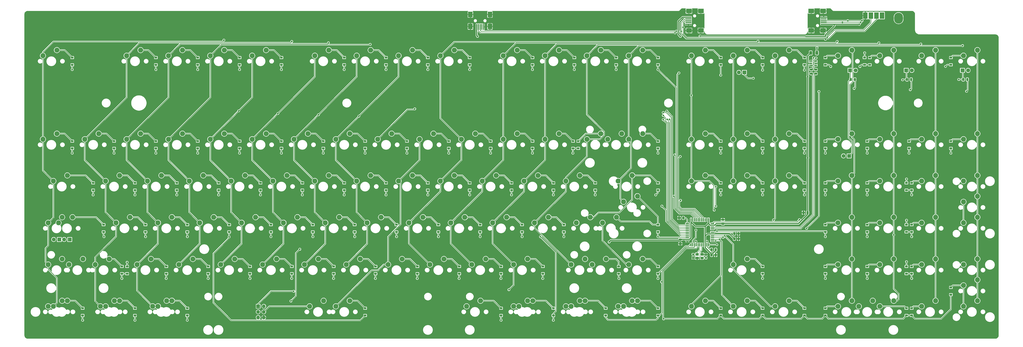
<source format=gbr>
G04 #@! TF.GenerationSoftware,KiCad,Pcbnew,5.1.6*
G04 #@! TF.CreationDate,2020-10-03T15:38:36+02:00*
G04 #@! TF.ProjectId,gh80-3003,67683830-2d33-4303-9033-2e6b69636164,rev?*
G04 #@! TF.SameCoordinates,Original*
G04 #@! TF.FileFunction,Copper,L2,Bot*
G04 #@! TF.FilePolarity,Positive*
%FSLAX46Y46*%
G04 Gerber Fmt 4.6, Leading zero omitted, Abs format (unit mm)*
G04 Created by KiCad (PCBNEW 5.1.6) date 2020-10-03 15:38:36*
%MOMM*%
%LPD*%
G01*
G04 APERTURE LIST*
G04 #@! TA.AperFunction,ComponentPad*
%ADD10C,2.286000*%
G04 #@! TD*
G04 #@! TA.AperFunction,SMDPad,CuDef*
%ADD11R,1.060000X0.650000*%
G04 #@! TD*
G04 #@! TA.AperFunction,SMDPad,CuDef*
%ADD12R,1.400000X1.200000*%
G04 #@! TD*
G04 #@! TA.AperFunction,SMDPad,CuDef*
%ADD13R,1.200000X0.900000*%
G04 #@! TD*
G04 #@! TA.AperFunction,SMDPad,CuDef*
%ADD14R,0.550000X1.500000*%
G04 #@! TD*
G04 #@! TA.AperFunction,SMDPad,CuDef*
%ADD15R,1.500000X0.550000*%
G04 #@! TD*
G04 #@! TA.AperFunction,ComponentPad*
%ADD16R,2.000000X3.000000*%
G04 #@! TD*
G04 #@! TA.AperFunction,ComponentPad*
%ADD17O,4.000000X5.000000*%
G04 #@! TD*
G04 #@! TA.AperFunction,SMDPad,CuDef*
%ADD18R,2.750000X0.500000*%
G04 #@! TD*
G04 #@! TA.AperFunction,SMDPad,CuDef*
%ADD19R,2.500000X2.000000*%
G04 #@! TD*
G04 #@! TA.AperFunction,ComponentPad*
%ADD20R,1.700000X1.700000*%
G04 #@! TD*
G04 #@! TA.AperFunction,ComponentPad*
%ADD21O,1.700000X1.700000*%
G04 #@! TD*
G04 #@! TA.AperFunction,ComponentPad*
%ADD22R,1.800000X1.800000*%
G04 #@! TD*
G04 #@! TA.AperFunction,ComponentPad*
%ADD23C,1.800000*%
G04 #@! TD*
G04 #@! TA.AperFunction,ComponentPad*
%ADD24R,1.778000X1.778000*%
G04 #@! TD*
G04 #@! TA.AperFunction,ComponentPad*
%ADD25C,1.778000*%
G04 #@! TD*
G04 #@! TA.AperFunction,SMDPad,CuDef*
%ADD26R,2.000000X2.500000*%
G04 #@! TD*
G04 #@! TA.AperFunction,SMDPad,CuDef*
%ADD27R,0.500000X2.750000*%
G04 #@! TD*
G04 #@! TA.AperFunction,ViaPad*
%ADD28C,0.800000*%
G04 #@! TD*
G04 #@! TA.AperFunction,Conductor*
%ADD29C,0.250000*%
G04 #@! TD*
G04 #@! TA.AperFunction,Conductor*
%ADD30C,0.500000*%
G04 #@! TD*
G04 #@! TA.AperFunction,Conductor*
%ADD31C,0.200000*%
G04 #@! TD*
G04 APERTURE END LIST*
D10*
X300991280Y-6985000D03*
X307341280Y-4445000D03*
D11*
X355453301Y-10450601D03*
X355453301Y-9500601D03*
X355453301Y-11400601D03*
X357653301Y-11400601D03*
X357653301Y-10450601D03*
X357653301Y-9500601D03*
G04 #@! TA.AperFunction,SMDPad,CuDef*
G36*
G01*
X355914200Y-5115400D02*
X355914200Y-6365400D01*
G75*
G02*
X355664200Y-6615400I-250000J0D01*
G01*
X354914200Y-6615400D01*
G75*
G02*
X354664200Y-6365400I0J250000D01*
G01*
X354664200Y-5115400D01*
G75*
G02*
X354914200Y-4865400I250000J0D01*
G01*
X355664200Y-4865400D01*
G75*
G02*
X355914200Y-5115400I0J-250000D01*
G01*
G37*
G04 #@! TD.AperFunction*
G04 #@! TA.AperFunction,SMDPad,CuDef*
G36*
G01*
X358714200Y-5115400D02*
X358714200Y-6365400D01*
G75*
G02*
X358464200Y-6615400I-250000J0D01*
G01*
X357714200Y-6615400D01*
G75*
G02*
X357464200Y-6365400I0J250000D01*
G01*
X357464200Y-5115400D01*
G75*
G02*
X357714200Y-4865400I250000J0D01*
G01*
X358464200Y-4865400D01*
G75*
G02*
X358714200Y-5115400I0J-250000D01*
G01*
G37*
G04 #@! TD.AperFunction*
G04 #@! TA.AperFunction,SMDPad,CuDef*
G36*
G01*
X425198795Y-17403140D02*
X425198795Y-18315640D01*
G75*
G02*
X424955045Y-18559390I-243750J0D01*
G01*
X424467545Y-18559390D01*
G75*
G02*
X424223795Y-18315640I0J243750D01*
G01*
X424223795Y-17403140D01*
G75*
G02*
X424467545Y-17159390I243750J0D01*
G01*
X424955045Y-17159390D01*
G75*
G02*
X425198795Y-17403140I0J-243750D01*
G01*
G37*
G04 #@! TD.AperFunction*
G04 #@! TA.AperFunction,SMDPad,CuDef*
G36*
G01*
X427073795Y-17403140D02*
X427073795Y-18315640D01*
G75*
G02*
X426830045Y-18559390I-243750J0D01*
G01*
X426342545Y-18559390D01*
G75*
G02*
X426098795Y-18315640I0J243750D01*
G01*
X426098795Y-17403140D01*
G75*
G02*
X426342545Y-17159390I243750J0D01*
G01*
X426830045Y-17159390D01*
G75*
G02*
X427073795Y-17403140I0J-243750D01*
G01*
G37*
G04 #@! TD.AperFunction*
G04 #@! TA.AperFunction,SMDPad,CuDef*
G36*
G01*
X399600336Y-17403140D02*
X399600336Y-18315640D01*
G75*
G02*
X399356586Y-18559390I-243750J0D01*
G01*
X398869086Y-18559390D01*
G75*
G02*
X398625336Y-18315640I0J243750D01*
G01*
X398625336Y-17403140D01*
G75*
G02*
X398869086Y-17159390I243750J0D01*
G01*
X399356586Y-17159390D01*
G75*
G02*
X399600336Y-17403140I0J-243750D01*
G01*
G37*
G04 #@! TD.AperFunction*
G04 #@! TA.AperFunction,SMDPad,CuDef*
G36*
G01*
X401475336Y-17403140D02*
X401475336Y-18315640D01*
G75*
G02*
X401231586Y-18559390I-243750J0D01*
G01*
X400744086Y-18559390D01*
G75*
G02*
X400500336Y-18315640I0J243750D01*
G01*
X400500336Y-17403140D01*
G75*
G02*
X400744086Y-17159390I243750J0D01*
G01*
X401231586Y-17159390D01*
G75*
G02*
X401475336Y-17403140I0J-243750D01*
G01*
G37*
G04 #@! TD.AperFunction*
G04 #@! TA.AperFunction,SMDPad,CuDef*
G36*
G01*
X374001877Y-17403140D02*
X374001877Y-18315640D01*
G75*
G02*
X373758127Y-18559390I-243750J0D01*
G01*
X373270627Y-18559390D01*
G75*
G02*
X373026877Y-18315640I0J243750D01*
G01*
X373026877Y-17403140D01*
G75*
G02*
X373270627Y-17159390I243750J0D01*
G01*
X373758127Y-17159390D01*
G75*
G02*
X374001877Y-17403140I0J-243750D01*
G01*
G37*
G04 #@! TD.AperFunction*
G04 #@! TA.AperFunction,SMDPad,CuDef*
G36*
G01*
X375876877Y-17403140D02*
X375876877Y-18315640D01*
G75*
G02*
X375633127Y-18559390I-243750J0D01*
G01*
X375145627Y-18559390D01*
G75*
G02*
X374901877Y-18315640I0J243750D01*
G01*
X374901877Y-17403140D01*
G75*
G02*
X375145627Y-17159390I243750J0D01*
G01*
X375633127Y-17159390D01*
G75*
G02*
X375876877Y-17403140I0J-243750D01*
G01*
G37*
G04 #@! TD.AperFunction*
G04 #@! TA.AperFunction,SMDPad,CuDef*
G36*
G01*
X357113051Y-14685201D02*
X358025551Y-14685201D01*
G75*
G02*
X358269301Y-14928951I0J-243750D01*
G01*
X358269301Y-15416451D01*
G75*
G02*
X358025551Y-15660201I-243750J0D01*
G01*
X357113051Y-15660201D01*
G75*
G02*
X356869301Y-15416451I0J243750D01*
G01*
X356869301Y-14928951D01*
G75*
G02*
X357113051Y-14685201I243750J0D01*
G01*
G37*
G04 #@! TD.AperFunction*
G04 #@! TA.AperFunction,SMDPad,CuDef*
G36*
G01*
X357113051Y-12810201D02*
X358025551Y-12810201D01*
G75*
G02*
X358269301Y-13053951I0J-243750D01*
G01*
X358269301Y-13541451D01*
G75*
G02*
X358025551Y-13785201I-243750J0D01*
G01*
X357113051Y-13785201D01*
G75*
G02*
X356869301Y-13541451I0J243750D01*
G01*
X356869301Y-13053951D01*
G75*
G02*
X357113051Y-12810201I243750J0D01*
G01*
G37*
G04 #@! TD.AperFunction*
G04 #@! TA.AperFunction,SMDPad,CuDef*
G36*
G01*
X355081051Y-14685201D02*
X355993551Y-14685201D01*
G75*
G02*
X356237301Y-14928951I0J-243750D01*
G01*
X356237301Y-15416451D01*
G75*
G02*
X355993551Y-15660201I-243750J0D01*
G01*
X355081051Y-15660201D01*
G75*
G02*
X354837301Y-15416451I0J243750D01*
G01*
X354837301Y-14928951D01*
G75*
G02*
X355081051Y-14685201I243750J0D01*
G01*
G37*
G04 #@! TD.AperFunction*
G04 #@! TA.AperFunction,SMDPad,CuDef*
G36*
G01*
X355081051Y-12810201D02*
X355993551Y-12810201D01*
G75*
G02*
X356237301Y-13053951I0J-243750D01*
G01*
X356237301Y-13541451D01*
G75*
G02*
X355993551Y-13785201I-243750J0D01*
G01*
X355081051Y-13785201D01*
G75*
G02*
X354837301Y-13541451I0J243750D01*
G01*
X354837301Y-13053951D01*
G75*
G02*
X355081051Y-12810201I243750J0D01*
G01*
G37*
G04 #@! TD.AperFunction*
G04 #@! TA.AperFunction,SMDPad,CuDef*
G36*
G01*
X295841000Y-80506318D02*
X295841000Y-81418818D01*
G75*
G02*
X295597250Y-81662568I-243750J0D01*
G01*
X295109750Y-81662568D01*
G75*
G02*
X294866000Y-81418818I0J243750D01*
G01*
X294866000Y-80506318D01*
G75*
G02*
X295109750Y-80262568I243750J0D01*
G01*
X295597250Y-80262568D01*
G75*
G02*
X295841000Y-80506318I0J-243750D01*
G01*
G37*
G04 #@! TD.AperFunction*
G04 #@! TA.AperFunction,SMDPad,CuDef*
G36*
G01*
X297716000Y-80506318D02*
X297716000Y-81418818D01*
G75*
G02*
X297472250Y-81662568I-243750J0D01*
G01*
X296984750Y-81662568D01*
G75*
G02*
X296741000Y-81418818I0J243750D01*
G01*
X296741000Y-80506318D01*
G75*
G02*
X296984750Y-80262568I243750J0D01*
G01*
X297472250Y-80262568D01*
G75*
G02*
X297716000Y-80506318I0J-243750D01*
G01*
G37*
G04 #@! TD.AperFunction*
G04 #@! TA.AperFunction,SMDPad,CuDef*
G36*
G01*
X310616000Y-95020498D02*
X310616000Y-95932998D01*
G75*
G02*
X310372250Y-96176748I-243750J0D01*
G01*
X309884750Y-96176748D01*
G75*
G02*
X309641000Y-95932998I0J243750D01*
G01*
X309641000Y-95020498D01*
G75*
G02*
X309884750Y-94776748I243750J0D01*
G01*
X310372250Y-94776748D01*
G75*
G02*
X310616000Y-95020498I0J-243750D01*
G01*
G37*
G04 #@! TD.AperFunction*
G04 #@! TA.AperFunction,SMDPad,CuDef*
G36*
G01*
X312491000Y-95020498D02*
X312491000Y-95932998D01*
G75*
G02*
X312247250Y-96176748I-243750J0D01*
G01*
X311759750Y-96176748D01*
G75*
G02*
X311516000Y-95932998I0J243750D01*
G01*
X311516000Y-95020498D01*
G75*
G02*
X311759750Y-94776748I243750J0D01*
G01*
X312247250Y-94776748D01*
G75*
G02*
X312491000Y-95020498I0J-243750D01*
G01*
G37*
G04 #@! TD.AperFunction*
G04 #@! TA.AperFunction,SMDPad,CuDef*
G36*
G01*
X321919020Y-88562574D02*
X321919020Y-87650074D01*
G75*
G02*
X322162770Y-87406324I243750J0D01*
G01*
X322650270Y-87406324D01*
G75*
G02*
X322894020Y-87650074I0J-243750D01*
G01*
X322894020Y-88562574D01*
G75*
G02*
X322650270Y-88806324I-243750J0D01*
G01*
X322162770Y-88806324D01*
G75*
G02*
X321919020Y-88562574I0J243750D01*
G01*
G37*
G04 #@! TD.AperFunction*
G04 #@! TA.AperFunction,SMDPad,CuDef*
G36*
G01*
X320044020Y-88562574D02*
X320044020Y-87650074D01*
G75*
G02*
X320287770Y-87406324I243750J0D01*
G01*
X320775270Y-87406324D01*
G75*
G02*
X321019020Y-87650074I0J-243750D01*
G01*
X321019020Y-88562574D01*
G75*
G02*
X320775270Y-88806324I-243750J0D01*
G01*
X320287770Y-88806324D01*
G75*
G02*
X320044020Y-88562574I0J243750D01*
G01*
G37*
G04 #@! TD.AperFunction*
G04 #@! TA.AperFunction,SMDPad,CuDef*
G36*
G01*
X352475296Y-78125066D02*
X352475296Y-79037566D01*
G75*
G02*
X352231546Y-79281316I-243750J0D01*
G01*
X351744046Y-79281316D01*
G75*
G02*
X351500296Y-79037566I0J243750D01*
G01*
X351500296Y-78125066D01*
G75*
G02*
X351744046Y-77881316I243750J0D01*
G01*
X352231546Y-77881316D01*
G75*
G02*
X352475296Y-78125066I0J-243750D01*
G01*
G37*
G04 #@! TD.AperFunction*
G04 #@! TA.AperFunction,SMDPad,CuDef*
G36*
G01*
X354350296Y-78125066D02*
X354350296Y-79037566D01*
G75*
G02*
X354106546Y-79281316I-243750J0D01*
G01*
X353619046Y-79281316D01*
G75*
G02*
X353375296Y-79037566I0J243750D01*
G01*
X353375296Y-78125066D01*
G75*
G02*
X353619046Y-77881316I243750J0D01*
G01*
X354106546Y-77881316D01*
G75*
G02*
X354350296Y-78125066I0J-243750D01*
G01*
G37*
G04 #@! TD.AperFunction*
G04 #@! TA.AperFunction,SMDPad,CuDef*
G36*
G01*
X315736250Y-82275500D02*
X314823750Y-82275500D01*
G75*
G02*
X314580000Y-82031750I0J243750D01*
G01*
X314580000Y-81544250D01*
G75*
G02*
X314823750Y-81300500I243750J0D01*
G01*
X315736250Y-81300500D01*
G75*
G02*
X315980000Y-81544250I0J-243750D01*
G01*
X315980000Y-82031750D01*
G75*
G02*
X315736250Y-82275500I-243750J0D01*
G01*
G37*
G04 #@! TD.AperFunction*
G04 #@! TA.AperFunction,SMDPad,CuDef*
G36*
G01*
X315736250Y-84150500D02*
X314823750Y-84150500D01*
G75*
G02*
X314580000Y-83906750I0J243750D01*
G01*
X314580000Y-83419250D01*
G75*
G02*
X314823750Y-83175500I243750J0D01*
G01*
X315736250Y-83175500D01*
G75*
G02*
X315980000Y-83419250I0J-243750D01*
G01*
X315980000Y-83906750D01*
G75*
G02*
X315736250Y-84150500I-243750J0D01*
G01*
G37*
G04 #@! TD.AperFunction*
G04 #@! TA.AperFunction,SMDPad,CuDef*
G36*
G01*
X295453750Y-92290000D02*
X296366250Y-92290000D01*
G75*
G02*
X296610000Y-92533750I0J-243750D01*
G01*
X296610000Y-93021250D01*
G75*
G02*
X296366250Y-93265000I-243750J0D01*
G01*
X295453750Y-93265000D01*
G75*
G02*
X295210000Y-93021250I0J243750D01*
G01*
X295210000Y-92533750D01*
G75*
G02*
X295453750Y-92290000I243750J0D01*
G01*
G37*
G04 #@! TD.AperFunction*
G04 #@! TA.AperFunction,SMDPad,CuDef*
G36*
G01*
X295453750Y-90415000D02*
X296366250Y-90415000D01*
G75*
G02*
X296610000Y-90658750I0J-243750D01*
G01*
X296610000Y-91146250D01*
G75*
G02*
X296366250Y-91390000I-243750J0D01*
G01*
X295453750Y-91390000D01*
G75*
G02*
X295210000Y-91146250I0J243750D01*
G01*
X295210000Y-90658750D01*
G75*
G02*
X295453750Y-90415000I243750J0D01*
G01*
G37*
G04 #@! TD.AperFunction*
G04 #@! TA.AperFunction,SMDPad,CuDef*
G36*
G01*
X311516000Y-98314250D02*
X311516000Y-97401750D01*
G75*
G02*
X311759750Y-97158000I243750J0D01*
G01*
X312247250Y-97158000D01*
G75*
G02*
X312491000Y-97401750I0J-243750D01*
G01*
X312491000Y-98314250D01*
G75*
G02*
X312247250Y-98558000I-243750J0D01*
G01*
X311759750Y-98558000D01*
G75*
G02*
X311516000Y-98314250I0J243750D01*
G01*
G37*
G04 #@! TD.AperFunction*
G04 #@! TA.AperFunction,SMDPad,CuDef*
G36*
G01*
X309641000Y-98314250D02*
X309641000Y-97401750D01*
G75*
G02*
X309884750Y-97158000I243750J0D01*
G01*
X310372250Y-97158000D01*
G75*
G02*
X310616000Y-97401750I0J-243750D01*
G01*
X310616000Y-98314250D01*
G75*
G02*
X310372250Y-98558000I-243750J0D01*
G01*
X309884750Y-98558000D01*
G75*
G02*
X309641000Y-98314250I0J243750D01*
G01*
G37*
G04 #@! TD.AperFunction*
G04 #@! TA.AperFunction,SMDPad,CuDef*
G36*
G01*
X321919020Y-90943826D02*
X321919020Y-90031326D01*
G75*
G02*
X322162770Y-89787576I243750J0D01*
G01*
X322650270Y-89787576D01*
G75*
G02*
X322894020Y-90031326I0J-243750D01*
G01*
X322894020Y-90943826D01*
G75*
G02*
X322650270Y-91187576I-243750J0D01*
G01*
X322162770Y-91187576D01*
G75*
G02*
X321919020Y-90943826I0J243750D01*
G01*
G37*
G04 #@! TD.AperFunction*
G04 #@! TA.AperFunction,SMDPad,CuDef*
G36*
G01*
X320044020Y-90943826D02*
X320044020Y-90031326D01*
G75*
G02*
X320287770Y-89787576I243750J0D01*
G01*
X320775270Y-89787576D01*
G75*
G02*
X321019020Y-90031326I0J-243750D01*
G01*
X321019020Y-90943826D01*
G75*
G02*
X320775270Y-91187576I-243750J0D01*
G01*
X320287770Y-91187576D01*
G75*
G02*
X320044020Y-90943826I0J243750D01*
G01*
G37*
G04 #@! TD.AperFunction*
D10*
X234315000Y-6985000D03*
X240665000Y-4445000D03*
X424816800Y-6985040D03*
X431166800Y-4445040D03*
X386715000Y-45085000D03*
X393065000Y-42545000D03*
X215265920Y-45085200D03*
X221615920Y-42545200D03*
X53340000Y-64135000D03*
X59690000Y-61595000D03*
X300990000Y-64135000D03*
X307340000Y-61595000D03*
X405765000Y-64135000D03*
X412115000Y-61595000D03*
X12858750Y-83185000D03*
X19208750Y-80645000D03*
X320040000Y-102235000D03*
X326390000Y-99695000D03*
X200977500Y-102235000D03*
X207327500Y-99695000D03*
D12*
X305773000Y-97575000D03*
X303573000Y-97575000D03*
X303573000Y-99275000D03*
X305773000Y-99275000D03*
D13*
X419100352Y-7875008D03*
X419100352Y-11175008D03*
X379809694Y-7875008D03*
X379809694Y-11175008D03*
X382190946Y-7875008D03*
X382190946Y-11175008D03*
X361950304Y-7875008D03*
X361950304Y-11175008D03*
X419100352Y-112650096D03*
X419100352Y-115950096D03*
X401240962Y-122175104D03*
X401240962Y-125475104D03*
X398859710Y-122175104D03*
X398859710Y-125475104D03*
X361950304Y-122175104D03*
X361950304Y-125475104D03*
X352425296Y-122175104D03*
X352425296Y-125475104D03*
X333375280Y-122175104D03*
X333375280Y-125475104D03*
X314325264Y-122175104D03*
X314325264Y-125475104D03*
X285750240Y-122175104D03*
X285750240Y-125475104D03*
X261937720Y-122175104D03*
X261937720Y-125475104D03*
X238125200Y-122175104D03*
X238125200Y-125475104D03*
X214312680Y-122175104D03*
X214312680Y-125475104D03*
X152400128Y-122175104D03*
X152400128Y-125475104D03*
X71437560Y-122175104D03*
X71437560Y-125475104D03*
X47625040Y-122175104D03*
X47625040Y-125475104D03*
X23812520Y-122175104D03*
X23812520Y-125475104D03*
X398859710Y-103125088D03*
X398859710Y-106425088D03*
X401240962Y-103125088D03*
X401240962Y-106425088D03*
X381000320Y-103125088D03*
X381000320Y-106425088D03*
X361950304Y-103125088D03*
X361950304Y-106425088D03*
X333375280Y-103125088D03*
X333375280Y-106425088D03*
X285750240Y-103125088D03*
X285750240Y-106425088D03*
X267890850Y-103125088D03*
X267890850Y-106425088D03*
X233362696Y-103125088D03*
X233362696Y-106425088D03*
X214312680Y-103125088D03*
X214312680Y-106425088D03*
X195262664Y-103125088D03*
X195262664Y-106425088D03*
X176212648Y-103125088D03*
X176212648Y-106425088D03*
X157162632Y-103125088D03*
X157162632Y-106425088D03*
X138112616Y-103125088D03*
X138112616Y-106425088D03*
X119062600Y-103125088D03*
X119062600Y-106425088D03*
X100012584Y-103125088D03*
X100012584Y-106425088D03*
X80962568Y-103125088D03*
X80962568Y-106425088D03*
X61912552Y-103125088D03*
X61912552Y-106425088D03*
X41671910Y-103125088D03*
X41671910Y-106425088D03*
X44053162Y-103125088D03*
X44053162Y-106425088D03*
X398859710Y-84075072D03*
X398859710Y-87375072D03*
X401240962Y-84075072D03*
X401240962Y-87375072D03*
X381000320Y-84075072D03*
X381000320Y-87375072D03*
X361950304Y-84075072D03*
X361950304Y-87375072D03*
X285750240Y-84075072D03*
X285750240Y-87375072D03*
X242887704Y-84075072D03*
X242887704Y-87375072D03*
X223837688Y-84075072D03*
X223837688Y-87375072D03*
X204787672Y-84075072D03*
X204787672Y-87375072D03*
X185737656Y-84075072D03*
X185737656Y-87375072D03*
X166687640Y-84075072D03*
X166687640Y-87375072D03*
X147637624Y-84075072D03*
X147637624Y-87375072D03*
X128587608Y-84075072D03*
X128587608Y-87375072D03*
X109537592Y-84075072D03*
X109537592Y-87375072D03*
X90487576Y-84075072D03*
X90487576Y-87375072D03*
X71437560Y-84075072D03*
X71437560Y-87375072D03*
X52387544Y-84075072D03*
X52387544Y-87375072D03*
X33337528Y-84075072D03*
X33337528Y-87375072D03*
X398859710Y-65025056D03*
X398859710Y-68325056D03*
X401240962Y-65025056D03*
X401240962Y-68325056D03*
X381000320Y-65025056D03*
X381000320Y-68325056D03*
X361950304Y-65025056D03*
X361950304Y-68325056D03*
X352425296Y-65025056D03*
X352425296Y-68325056D03*
X333375280Y-65025056D03*
X333375280Y-68325056D03*
X314325264Y-65025056D03*
X314325264Y-68325056D03*
X285750240Y-65025056D03*
X285750240Y-68325056D03*
X257175216Y-65025056D03*
X257175216Y-68325056D03*
X238125200Y-65025056D03*
X238125200Y-68325056D03*
X219075184Y-65025056D03*
X219075184Y-68325056D03*
X200025168Y-65025056D03*
X200025168Y-68325056D03*
X180975152Y-65025056D03*
X180975152Y-68325056D03*
X161925136Y-65025056D03*
X161925136Y-68325056D03*
X142875120Y-65025056D03*
X142875120Y-68325056D03*
X123825104Y-65025056D03*
X123825104Y-68325056D03*
X104775088Y-65025056D03*
X104775088Y-68325056D03*
X85725072Y-65025056D03*
X85725072Y-68325056D03*
X66675056Y-65025056D03*
X66675056Y-68325056D03*
X47625040Y-65025056D03*
X47625040Y-68325056D03*
X28575024Y-65025056D03*
X28575024Y-68325056D03*
X419100352Y-45975040D03*
X419100352Y-49275040D03*
X400050336Y-45975040D03*
X400050336Y-49275040D03*
X381000320Y-45975040D03*
X381000320Y-49275040D03*
X361950304Y-45975040D03*
X361950304Y-49275040D03*
X352425296Y-45975040D03*
X352425296Y-49275040D03*
X333375280Y-45975040D03*
X333375280Y-49275040D03*
X314325264Y-45975040D03*
X314325264Y-49275040D03*
X285750240Y-45975040D03*
X285750240Y-49275040D03*
X249436147Y-45975040D03*
X249436147Y-49275040D03*
X247054895Y-45975040D03*
X247054895Y-49275040D03*
X228600192Y-45975040D03*
X228600192Y-49275040D03*
X209550176Y-45975040D03*
X209550176Y-49275040D03*
X190500160Y-45975040D03*
X190500160Y-49275040D03*
X171450144Y-45975040D03*
X171450144Y-49275040D03*
X152400128Y-45975040D03*
X152400128Y-49275040D03*
X133350112Y-45975040D03*
X133350112Y-49275040D03*
X114300096Y-45975040D03*
X114300096Y-49275040D03*
X95250080Y-45975040D03*
X95250080Y-49275040D03*
X76200064Y-45975040D03*
X76200064Y-49275040D03*
X57150048Y-45975040D03*
X57150048Y-49275040D03*
X38100032Y-45975040D03*
X38100032Y-49275040D03*
X19050016Y-45975040D03*
X19050016Y-49275040D03*
X352425296Y-7875008D03*
X352425296Y-11175008D03*
X333375280Y-7875008D03*
X333375280Y-11175008D03*
X314325264Y-7875008D03*
X314325264Y-11175008D03*
X285750240Y-7875008D03*
X285750240Y-11175008D03*
X266700224Y-7875008D03*
X266700224Y-11175008D03*
X247650208Y-7875008D03*
X247650208Y-11175008D03*
X228600192Y-7875008D03*
X228600192Y-11175008D03*
X200025168Y-7875008D03*
X200025168Y-11175008D03*
X180975152Y-7875008D03*
X180975152Y-11175008D03*
X161925136Y-7875008D03*
X161925136Y-11175008D03*
X142875120Y-7875008D03*
X142875120Y-11175008D03*
X114300096Y-7875008D03*
X114300096Y-11175008D03*
X95250080Y-7875008D03*
X95250080Y-11175008D03*
X76200064Y-7875008D03*
X76200064Y-11175008D03*
X57150048Y-7875008D03*
X57150048Y-11175008D03*
X19050016Y-7875008D03*
X19050016Y-11175008D03*
G04 #@! TA.AperFunction,SMDPad,CuDef*
G36*
G01*
X301495750Y-98775000D02*
X302008250Y-98775000D01*
G75*
G02*
X302227000Y-98993750I0J-218750D01*
G01*
X302227000Y-99431250D01*
G75*
G02*
X302008250Y-99650000I-218750J0D01*
G01*
X301495750Y-99650000D01*
G75*
G02*
X301277000Y-99431250I0J218750D01*
G01*
X301277000Y-98993750D01*
G75*
G02*
X301495750Y-98775000I218750J0D01*
G01*
G37*
G04 #@! TD.AperFunction*
G04 #@! TA.AperFunction,SMDPad,CuDef*
G36*
G01*
X301495750Y-97200000D02*
X302008250Y-97200000D01*
G75*
G02*
X302227000Y-97418750I0J-218750D01*
G01*
X302227000Y-97856250D01*
G75*
G02*
X302008250Y-98075000I-218750J0D01*
G01*
X301495750Y-98075000D01*
G75*
G02*
X301277000Y-97856250I0J218750D01*
G01*
X301277000Y-97418750D01*
G75*
G02*
X301495750Y-97200000I218750J0D01*
G01*
G37*
G04 #@! TD.AperFunction*
G04 #@! TA.AperFunction,SMDPad,CuDef*
G36*
G01*
X307850250Y-98075000D02*
X307337750Y-98075000D01*
G75*
G02*
X307119000Y-97856250I0J218750D01*
G01*
X307119000Y-97418750D01*
G75*
G02*
X307337750Y-97200000I218750J0D01*
G01*
X307850250Y-97200000D01*
G75*
G02*
X308069000Y-97418750I0J-218750D01*
G01*
X308069000Y-97856250D01*
G75*
G02*
X307850250Y-98075000I-218750J0D01*
G01*
G37*
G04 #@! TD.AperFunction*
G04 #@! TA.AperFunction,SMDPad,CuDef*
G36*
G01*
X307850250Y-99650000D02*
X307337750Y-99650000D01*
G75*
G02*
X307119000Y-99431250I0J218750D01*
G01*
X307119000Y-98993750D01*
G75*
G02*
X307337750Y-98775000I218750J0D01*
G01*
X307850250Y-98775000D01*
G75*
G02*
X308069000Y-98993750I0J-218750D01*
G01*
X308069000Y-99431250D01*
G75*
G02*
X307850250Y-99650000I-218750J0D01*
G01*
G37*
G04 #@! TD.AperFunction*
D14*
X308800256Y-81811011D03*
X308000256Y-81811011D03*
X307200256Y-81811011D03*
X306400256Y-81811011D03*
X305600256Y-81811011D03*
X304800256Y-81811011D03*
X304000256Y-81811011D03*
X303200256Y-81811011D03*
X302400256Y-81811011D03*
X301600256Y-81811011D03*
X300800256Y-81811011D03*
D15*
X299100256Y-83511011D03*
X299100256Y-84311011D03*
X299100256Y-85111011D03*
X299100256Y-85911011D03*
X299100256Y-86711011D03*
X299100256Y-87511011D03*
X299100256Y-88311011D03*
X299100256Y-89111011D03*
X299100256Y-89911011D03*
X299100256Y-90711011D03*
X299100256Y-91511011D03*
D14*
X300800256Y-93211011D03*
X301600256Y-93211011D03*
X302400256Y-93211011D03*
X303200256Y-93211011D03*
X304000256Y-93211011D03*
X304800256Y-93211011D03*
X305600256Y-93211011D03*
X306400256Y-93211011D03*
X307200256Y-93211011D03*
X308000256Y-93211011D03*
X308800256Y-93211011D03*
D15*
X310500256Y-91511011D03*
X310500256Y-90711011D03*
X310500256Y-89911011D03*
X310500256Y-89111011D03*
X310500256Y-88311011D03*
X310500256Y-87511011D03*
X310500256Y-86711011D03*
X310500256Y-85911011D03*
X310500256Y-85111011D03*
X310500256Y-84311011D03*
X310500256Y-83511011D03*
D10*
X270033750Y-73609201D03*
X276383750Y-71069201D03*
X148590000Y-6985000D03*
X154940000Y-4445000D03*
X5715008Y-6985008D03*
X12065008Y-4445008D03*
X43815200Y-6985000D03*
X50165200Y-4445000D03*
X62865000Y-6985000D03*
X69215000Y-4445000D03*
X81915360Y-6985000D03*
X88265360Y-4445000D03*
X100965440Y-6985000D03*
X107315440Y-4445000D03*
X129540000Y-6985000D03*
X135890000Y-4445000D03*
X167640000Y-6985000D03*
X173990000Y-4445000D03*
X186690000Y-6985000D03*
X193040000Y-4445000D03*
X215265000Y-6985000D03*
X221615000Y-4445000D03*
X253365000Y-6985000D03*
X259715000Y-4445000D03*
X272415000Y-6985000D03*
X278765000Y-4445000D03*
X320041360Y-6985040D03*
X326391360Y-4445040D03*
X339090000Y-6985000D03*
X345440000Y-4445000D03*
X5715040Y-45085000D03*
X12065040Y-42545000D03*
X24765000Y-45085000D03*
X31115000Y-42545000D03*
X43815200Y-45085200D03*
X50165200Y-42545200D03*
X62865280Y-45085200D03*
X69215280Y-42545200D03*
X81915360Y-45085200D03*
X88265360Y-42545200D03*
X100965440Y-45085200D03*
X107315440Y-42545200D03*
X120015520Y-45085200D03*
X126365520Y-42545200D03*
X139065000Y-45085000D03*
X145415000Y-42545000D03*
X158115680Y-45085200D03*
X164465680Y-42545200D03*
X177165000Y-45085200D03*
X183515000Y-42545200D03*
X196215840Y-45085200D03*
X202565840Y-42545200D03*
X234316000Y-45085000D03*
X240666000Y-42545000D03*
X253366080Y-45085200D03*
X259716080Y-42545200D03*
X262890000Y-45085000D03*
X269240000Y-42545000D03*
X300990000Y-45085000D03*
X307340000Y-42545000D03*
X320040000Y-45085000D03*
X326390000Y-42545000D03*
X339090000Y-45085000D03*
X345440000Y-42545000D03*
X367665000Y-45085000D03*
X374015000Y-42545000D03*
X405765000Y-45085000D03*
X412115000Y-42545000D03*
X424815000Y-45085000D03*
X431165000Y-42545000D03*
X10477500Y-64135000D03*
X16827500Y-61595000D03*
X34290000Y-64135000D03*
X40640000Y-61595000D03*
X72390000Y-64135000D03*
X78740000Y-61595000D03*
X91440000Y-64135000D03*
X97790000Y-61595000D03*
X110490000Y-64135000D03*
X116840000Y-61595000D03*
X129540000Y-64135000D03*
X135890000Y-61595000D03*
X148590000Y-64135000D03*
X154940000Y-61595000D03*
X167640000Y-64135000D03*
X173990000Y-61595000D03*
X186690000Y-64135000D03*
X193040000Y-61595000D03*
X205740000Y-64135000D03*
X212090000Y-61595000D03*
X224790000Y-64135000D03*
X231140000Y-61595000D03*
X243840000Y-64135000D03*
X250190000Y-61595000D03*
X267652500Y-64135000D03*
X274002500Y-61595000D03*
X320040000Y-64135000D03*
X326390000Y-61595000D03*
X339090000Y-64135000D03*
X345440000Y-61595000D03*
X367665000Y-64135000D03*
X374015000Y-61595000D03*
X386715000Y-64135000D03*
X393065000Y-61595000D03*
X424815000Y-64135000D03*
X431165000Y-61595000D03*
X39052500Y-83185000D03*
X45402500Y-80645000D03*
X58102500Y-83185000D03*
X64452500Y-80645000D03*
X77152500Y-83185000D03*
X83502500Y-80645000D03*
X96202500Y-83185000D03*
X102552500Y-80645000D03*
X115252500Y-83185000D03*
X121602500Y-80645000D03*
X134302500Y-83185000D03*
X140652500Y-80645000D03*
X153352500Y-83185000D03*
X159702500Y-80645000D03*
X172402500Y-83185000D03*
X178752500Y-80645000D03*
X191452500Y-83185000D03*
X197802500Y-80645000D03*
X210502500Y-83185000D03*
X216852500Y-80645000D03*
X229552500Y-83185000D03*
X235902500Y-80645000D03*
X260508750Y-83185000D03*
X266858750Y-80645000D03*
X367665000Y-83185000D03*
X374015000Y-80645000D03*
X386715000Y-83185000D03*
X393065000Y-80645000D03*
X405765000Y-83185000D03*
X412115000Y-80645000D03*
X424815000Y-73660000D03*
X431165000Y-71120000D03*
X17621250Y-102235000D03*
X23971250Y-99695000D03*
X29527500Y-102235000D03*
X35877500Y-99695000D03*
X48577500Y-102235000D03*
X54927500Y-99695000D03*
X67627500Y-102235000D03*
X73977500Y-99695000D03*
X86677500Y-102235000D03*
X93027500Y-99695000D03*
X105727500Y-102235000D03*
X112077500Y-99695000D03*
X124777500Y-102235000D03*
X131127500Y-99695000D03*
X143827500Y-102235000D03*
X150177500Y-99695000D03*
X162877500Y-102235000D03*
X169227500Y-99695000D03*
X181927500Y-102235000D03*
X188277500Y-99695000D03*
X220027500Y-102235000D03*
X226377500Y-99695000D03*
X255746250Y-102235000D03*
X262096250Y-99695000D03*
X272415000Y-102235000D03*
X278765000Y-99695000D03*
X367665000Y-102235000D03*
X374015000Y-99695000D03*
X386715000Y-102235000D03*
X393065000Y-99695000D03*
X405765000Y-102235000D03*
X412115000Y-99695000D03*
X424815000Y-102235000D03*
X431165000Y-99695000D03*
X34290000Y-121285000D03*
X40640000Y-118745000D03*
X243840000Y-121285000D03*
X250190000Y-118745000D03*
X300990000Y-121285000D03*
X307340000Y-118745000D03*
X320040000Y-121285000D03*
X326390000Y-118745000D03*
X339090000Y-121285000D03*
X345440000Y-118745000D03*
X386715000Y-121285000D03*
X393065000Y-118745000D03*
X405765000Y-121285000D03*
X412115000Y-118745000D03*
X424815000Y-111760000D03*
X431165000Y-109220000D03*
X367665000Y-6985000D03*
X374015000Y-4445000D03*
X386716640Y-6985040D03*
X393066640Y-4445040D03*
X405766720Y-6985000D03*
X412116720Y-4445000D03*
X272415000Y-45085000D03*
X278765000Y-42545000D03*
X8096250Y-83185000D03*
X14446250Y-80645000D03*
X248602500Y-83185000D03*
X254952500Y-80645000D03*
X424815000Y-83185000D03*
X431165000Y-80645000D03*
X8096250Y-102235000D03*
X14446250Y-99695000D03*
X246221250Y-102235000D03*
X252571250Y-99695000D03*
X10477500Y-121285000D03*
X16827500Y-118745000D03*
X58102500Y-121285000D03*
X64452500Y-118745000D03*
X139065000Y-121285000D03*
X145415000Y-118745000D03*
X220027500Y-121285000D03*
X226377500Y-118745000D03*
X267652500Y-121285000D03*
X274002500Y-118745000D03*
X198596250Y-121285000D03*
X204946250Y-118745000D03*
X127158750Y-121285000D03*
X133508750Y-118745000D03*
X222408750Y-121285000D03*
X228758750Y-118745000D03*
X246221250Y-121285000D03*
X252571250Y-118745000D03*
X270033750Y-121285000D03*
X276383750Y-118745000D03*
X424815000Y-121285000D03*
X431165000Y-118745000D03*
X8096260Y-121285104D03*
X14446260Y-118745104D03*
X31908750Y-121285000D03*
X38258750Y-118745000D03*
X55721250Y-121285000D03*
X62071250Y-118745000D03*
X377190000Y-121285000D03*
X383540000Y-118745000D03*
X367665000Y-121285000D03*
X374015000Y-118745000D03*
D16*
X380166885Y11310947D03*
X382706885Y11310947D03*
X385246885Y11310947D03*
X387786885Y11310947D03*
D17*
X395287832Y10120321D03*
D18*
X361208426Y9729695D03*
X361208426Y8129695D03*
X361208426Y7329695D03*
X361208426Y10529695D03*
X361208426Y8939695D03*
D19*
X360958426Y4479695D03*
X360958426Y13379695D03*
X355508426Y4479695D03*
X355508426Y13379695D03*
X305289004Y4479695D03*
X305289004Y13379695D03*
X299839004Y4479695D03*
X299839004Y13379695D03*
D18*
X299589004Y8919695D03*
X299589004Y7329695D03*
X299589004Y10529695D03*
X299589004Y9729695D03*
X299589004Y8129695D03*
D20*
X103730000Y-121285000D03*
D21*
X106270000Y-121285000D03*
X103730000Y-123825000D03*
X106270000Y-123825000D03*
X103730000Y-126365000D03*
X106270000Y-126365000D03*
D22*
X373181877Y-13692199D03*
D23*
X375721877Y-13692199D03*
D22*
X398780336Y-13692199D03*
D23*
X401320336Y-13692199D03*
X426918795Y-13692199D03*
D22*
X424378795Y-13692199D03*
D24*
X372745312Y-52705040D03*
D25*
X370205312Y-52705040D03*
X15398764Y-90805072D03*
D24*
X17938764Y-90805072D03*
X13176260Y-90805072D03*
D25*
X10636260Y-90805072D03*
X322581360Y-14605040D03*
D24*
X325121360Y-14605040D03*
D26*
X209237672Y11799695D03*
X200337672Y11799695D03*
X209237672Y6349695D03*
X200337672Y6349695D03*
D27*
X204797672Y6099695D03*
X206387672Y6099695D03*
X203187672Y6099695D03*
X203987672Y6099695D03*
X205587672Y6099695D03*
D28*
X359410000Y-11684000D03*
X359410000Y-9144000D03*
X359410000Y-10414000D03*
X324104000Y-88138000D03*
X324104000Y-90678000D03*
X322326000Y-92202000D03*
X311912000Y-99568000D03*
X313436000Y-97790000D03*
X307594000Y-100584000D03*
X301752000Y-100584000D03*
X301752000Y-96266000D03*
X307594000Y-96266000D03*
X209296000Y9144000D03*
X204978000Y11938000D03*
X200406000Y9144000D03*
X302514000Y13462000D03*
X302514000Y4572000D03*
X305308000Y8890000D03*
X377698000Y11430000D03*
X358394000Y13462000D03*
X355346000Y9144000D03*
X358394000Y4572000D03*
X295910000Y-82804000D03*
X300482000Y-80391000D03*
X305562000Y-83439000D03*
X308356000Y-85217000D03*
X355092000Y-24384000D03*
X355092000Y-19939000D03*
X356108000Y-3429000D03*
X348361000Y-3429000D03*
X315214000Y-80264000D03*
X316992000Y-81788000D03*
X294132000Y-92710000D03*
X295910000Y-94234000D03*
X293624000Y-81026000D03*
X295917939Y1785939D03*
X203597046Y1785939D03*
X377428442Y7329695D03*
X358140000Y-3352800D03*
X304927000Y1935940D03*
X361999128Y1935940D03*
X122681920Y-95250080D03*
X118618000Y-118872000D03*
X308050256Y-91678202D03*
X217884558Y-113704783D03*
X386298762Y-1150001D03*
X393066640Y-88701637D03*
X315400000Y-89900000D03*
X312073699Y-66692398D03*
X312073699Y-75604751D03*
X313764485Y-90715858D03*
X311348699Y-77390690D03*
X300919213Y-25075213D03*
X119888000Y-114429783D03*
X311944012Y-91511011D03*
X175022022Y-31234957D03*
X379857000Y-5715000D03*
X398907000Y-63246000D03*
X295275248Y-14882825D03*
X314325000Y-15875000D03*
X352425000Y-13589000D03*
X333375000Y-13589000D03*
X19050016Y-13335008D03*
X57150008Y-13335008D03*
X76200008Y-13335008D03*
X95250080Y-13335008D03*
X364397312Y-11938000D03*
X377698000Y-11938000D03*
X416621604Y-11906260D03*
X398907000Y-82042000D03*
X44069000Y-101219000D03*
X398907000Y-100965000D03*
X100012584Y-108585088D03*
X118999088Y-108585088D03*
X138049088Y-108585088D03*
X157098912Y-108585088D03*
X176149088Y-108585088D03*
X195199088Y-108585088D03*
X214249088Y-108585088D03*
X233299088Y-108585088D03*
X267969912Y-108585088D03*
X285750240Y-108585088D03*
X303014317Y-86536011D03*
X401240962Y-89535072D03*
X381000072Y-89535072D03*
X361950304Y-89535072D03*
X90487576Y-89640072D03*
X71500928Y-89535072D03*
X52451072Y-89535072D03*
X33527928Y-89535072D03*
X312560000Y-87010990D03*
X287406492Y-110162592D03*
X333375280Y-108585088D03*
X361950304Y-108585088D03*
X381000088Y-108585088D03*
X401240962Y-108585088D03*
X41671910Y-108585088D03*
X61848912Y-108585088D03*
X80962568Y-108585088D03*
X288290000Y-127000000D03*
X71437560Y-127635104D03*
X47624896Y-127635104D03*
X23812520Y-127635104D03*
X375047190Y-21931800D03*
X289941000Y-36068000D03*
X290978370Y-36068000D03*
X400610743Y-22521894D03*
X353411241Y-85754759D03*
X426244108Y-23217207D03*
X312553989Y-93211011D03*
X359029000Y-23381800D03*
X297160492Y5953100D03*
X294132000Y4191000D03*
X378634504Y8972809D03*
X372159695Y8939695D03*
X362892153Y1485919D03*
X357733600Y-8026400D03*
X296293849Y4061151D03*
X293491814Y3422777D03*
X378025429Y8179695D03*
X369689373Y8179695D03*
X356565200Y-7975600D03*
X361979153Y485929D03*
X114300096Y-13335008D03*
X142874992Y-13335008D03*
X161924992Y-13335008D03*
X180975008Y-13335008D03*
X200024992Y-13335008D03*
X228599992Y-13335008D03*
X247650008Y-13335008D03*
X266699992Y-13335008D03*
X285750240Y-13335008D03*
X295870561Y-52982857D03*
X419100352Y-51435040D03*
X400049960Y-51435040D03*
X380999960Y-51435040D03*
X361950040Y-51435040D03*
X352425040Y-51435040D03*
X333374960Y-51435040D03*
X314325264Y-51435040D03*
X76200064Y-51435040D03*
X57150040Y-51435040D03*
X38100040Y-51435040D03*
X19050016Y-51435040D03*
X293359622Y-52257857D03*
X285750240Y-51435040D03*
X247015040Y-51435040D03*
X228600040Y-51435040D03*
X209550040Y-51435040D03*
X190500040Y-51435040D03*
X171450040Y-51435040D03*
X152399960Y-51435040D03*
X133349960Y-51435040D03*
X114299960Y-51435040D03*
X95250080Y-51435040D03*
X296000248Y-72987211D03*
X28575024Y-70485056D03*
X47624944Y-70485056D03*
X66674944Y-70485056D03*
X85725072Y-70485056D03*
X314325264Y-70485056D03*
X333374944Y-70485056D03*
X352424944Y-70485056D03*
X361950056Y-70485056D03*
X380999944Y-70485056D03*
X401240962Y-70485056D03*
X104775088Y-70485056D03*
X123824944Y-70485056D03*
X142874944Y-70485056D03*
X161924944Y-70485056D03*
X180974944Y-70485056D03*
X200024944Y-70485056D03*
X219074944Y-70485056D03*
X238124944Y-70485056D03*
X257175216Y-70485056D03*
X284700240Y-70485056D03*
X292909612Y-71090000D03*
X232227499Y-89590501D03*
X285750240Y-89535072D03*
X242887704Y-89535072D03*
X223900928Y-89535072D03*
X204787672Y-89535072D03*
X185800928Y-89535072D03*
X166751072Y-89535072D03*
X147700928Y-89535072D03*
X128651072Y-89535072D03*
X109537592Y-89535072D03*
X238125200Y-127635104D03*
X214312680Y-127635104D03*
X88106324Y99999D03*
X289751880Y-32246902D03*
X94853658Y-32146902D03*
X119032913Y-495314D03*
X288131492Y-32946905D03*
X112713112Y-33337528D03*
X135701677Y-1120314D03*
X288163000Y-34290000D03*
X131167879Y-33932841D03*
X154722005Y-1845314D03*
X288131492Y-36160350D03*
X149592159Y-34557841D03*
X316111203Y-89161011D03*
X338328000Y-81915000D03*
X331300000Y-400000D03*
X367308121Y-525001D03*
X350139000Y-81788000D03*
X405408153Y-1685939D03*
X303014317Y-91678202D03*
X424428482Y-2410939D03*
X287536179Y-75604751D03*
X397133145Y-18018764D03*
X329162236Y-17293764D03*
X422672230Y-17859390D03*
X263525000Y-91948000D03*
X353925296Y-53578170D03*
X353925296Y-16533704D03*
D29*
X295870561Y-82748507D02*
X295870561Y-82764561D01*
X295870561Y-82764561D02*
X295910000Y-82804000D01*
X300633065Y-80367255D02*
X300505745Y-80367255D01*
X300505745Y-80367255D02*
X300482000Y-80391000D01*
X308967447Y-86178202D02*
X308967447Y-85129759D01*
X310500256Y-86711011D02*
X309500256Y-86711011D01*
X309500256Y-86711011D02*
X308967447Y-86178202D01*
X307622134Y-83189133D02*
X307181508Y-83189133D01*
X308000256Y-81811011D02*
X308000256Y-82811011D01*
X308000256Y-82811011D02*
X307622134Y-83189133D01*
X301156500Y-80367255D02*
X300633065Y-80367255D01*
X301600256Y-81811011D02*
X301600256Y-80811011D01*
X301600256Y-80811011D02*
X301156500Y-80367255D01*
X306400256Y-93211011D02*
X306400256Y-95064141D01*
X306400256Y-95064141D02*
X306586195Y-95250080D01*
D30*
X361208426Y7329695D02*
X365999505Y7329695D01*
X365999505Y7329695D02*
X377428442Y7329695D01*
X353020609Y1833015D02*
X361997380Y1833015D01*
X367494060Y7329695D02*
X377428442Y7329695D01*
X358089200Y-3403600D02*
X358140000Y-3352800D01*
X358089200Y-5740400D02*
X358089200Y-3403600D01*
X353020609Y1833015D02*
X353020609Y1835929D01*
X294989309Y8634382D02*
X294989309Y8334382D01*
X296884622Y10529695D02*
X294989309Y8634382D01*
X299589004Y10529695D02*
X296884622Y10529695D01*
X294989309Y2667191D02*
X295870561Y1785939D01*
X294989309Y8334382D02*
X294989309Y2667191D01*
X203187672Y2195313D02*
X203597046Y1785939D01*
X203187672Y6099695D02*
X203187672Y2195313D01*
X353020609Y1833015D02*
X352903591Y1950033D01*
X352903591Y1950033D02*
X304941093Y1950033D01*
X304941093Y1950033D02*
X304927000Y1935940D01*
X361999128Y2459128D02*
X361999128Y1935940D01*
X365999505Y7329695D02*
X365999505Y6459505D01*
X365999505Y6459505D02*
X361999128Y2459128D01*
D29*
X118618000Y-118872000D02*
X120878227Y-116611773D01*
X120878227Y-116611773D02*
X120878227Y-97006331D01*
X120878227Y-97006331D02*
X122634478Y-95250080D01*
X308000256Y-91728202D02*
X308050256Y-91678202D01*
X308000256Y-93211011D02*
X308000256Y-91728202D01*
X308000256Y-93211011D02*
X308000256Y-94021013D01*
X308000256Y-94021013D02*
X309455991Y-95476748D01*
X309455991Y-95476748D02*
X309966000Y-95476748D01*
X309966000Y-95476748D02*
X309966000Y-95326748D01*
X386298762Y-1250001D02*
X386298762Y-1150001D01*
X234315000Y-45084000D02*
X234316000Y-45085000D01*
X234315000Y-6985000D02*
X234315000Y-45084000D01*
X234316000Y-54609000D02*
X224790000Y-64135000D01*
X234316000Y-45085000D02*
X234316000Y-54609000D01*
X224790000Y-68897500D02*
X210502500Y-83185000D01*
X224790000Y-64135000D02*
X224790000Y-68897500D01*
X210502500Y-92710000D02*
X220027500Y-102235000D01*
X210502500Y-83185000D02*
X210502500Y-92710000D01*
X393066640Y-99693360D02*
X393065000Y-99695000D01*
X393065000Y-118745000D02*
X394681446Y-118745000D01*
X394681446Y-118745000D02*
X395287832Y-118138614D01*
X393065000Y-113267890D02*
X395287832Y-115490722D01*
X393065000Y-99695000D02*
X393065000Y-113267890D01*
X395287832Y-118138614D02*
X395287832Y-115490722D01*
X386298762Y-1250001D02*
X386358137Y-1190626D01*
X393066640Y-91082889D02*
X393066640Y-99693360D01*
X220027500Y-111561841D02*
X217884558Y-113704783D01*
X220027500Y-102235000D02*
X220027500Y-111561841D01*
X393066640Y-88701637D02*
X393066640Y-91082889D01*
X393066640Y-4445040D02*
X393066640Y-88701637D01*
X385948741Y-1600022D02*
X386298762Y-1250001D01*
X239699978Y-1600022D02*
X385948741Y-1600022D01*
X234315000Y-6985000D02*
X239699978Y-1600022D01*
X310500256Y-89911011D02*
X315000000Y-89911011D01*
X315000000Y-89911011D02*
X315388989Y-89911011D01*
X315388989Y-89911011D02*
X315400000Y-89900000D01*
X168529000Y-65024000D02*
X168529000Y-83868714D01*
X167640000Y-64135000D02*
X168529000Y-65024000D01*
X168529000Y-83868714D02*
X162877500Y-89520214D01*
X162877500Y-89520214D02*
X162877500Y-102235000D01*
X160909000Y-102235000D02*
X158242000Y-104902000D01*
X162877500Y-102235000D02*
X160909000Y-102235000D01*
X158242000Y-104902000D02*
X155448000Y-104902000D01*
X155448000Y-104902000D02*
X139065000Y-121285000D01*
X320041360Y-64133640D02*
X320040000Y-64135000D01*
X320041360Y-6985040D02*
X320041360Y-64133640D01*
X108810000Y-121285000D02*
X127158750Y-121285000D01*
X106270000Y-123825000D02*
X108810000Y-121285000D01*
X177165000Y-54610000D02*
X167640000Y-64135000D01*
X177165000Y-45085200D02*
X177165000Y-54610000D01*
X311973699Y-73818812D02*
X311973699Y-75604751D01*
X311973699Y-66675056D02*
X311973699Y-73818812D01*
X314850011Y-116095011D02*
X314850011Y-91801384D01*
X314850011Y-91801384D02*
X313764485Y-90715858D01*
X320040000Y-121285000D02*
X314850011Y-116095011D01*
X310500256Y-90711011D02*
X313759638Y-90711011D01*
X313759638Y-90711011D02*
X313764485Y-90715858D01*
X309080334Y-64135000D02*
X311150000Y-66204666D01*
X311150000Y-66204666D02*
X311150000Y-77191991D01*
X300990000Y-64135000D02*
X309080334Y-64135000D01*
X311150000Y-77191991D02*
X311348699Y-77390690D01*
X119888000Y-114429783D02*
X119788000Y-114329783D01*
X119788000Y-114329783D02*
X109585217Y-114329783D01*
X300991280Y-64133720D02*
X300990000Y-64135000D01*
X103730000Y-121285000D02*
X103730000Y-120185000D01*
X103730000Y-120185000D02*
X109585217Y-114329783D01*
X158115680Y-45085200D02*
X171678978Y-31521902D01*
X171678978Y-31521902D02*
X175022022Y-31521902D01*
X300991280Y-6985000D02*
X300991280Y-25003146D01*
X300991280Y-25003146D02*
X300991280Y-64133720D01*
X310500256Y-91511011D02*
X311944012Y-91511011D01*
X314400000Y-92000000D02*
X313911011Y-91511011D01*
X300990000Y-121285000D02*
X300990000Y-120523000D01*
X313911011Y-91511011D02*
X311944012Y-91511011D01*
X300990000Y-120523000D02*
X314400000Y-107113000D01*
X314400000Y-107113000D02*
X314400000Y-92000000D01*
X12065008Y-4445008D02*
X15620016Y-4445008D01*
X15620016Y-4445008D02*
X19050016Y-7875008D01*
X50165200Y-4445000D02*
X53720040Y-4445000D01*
X53720040Y-4445000D02*
X57150048Y-7875008D01*
X69215000Y-4445000D02*
X72770056Y-4445000D01*
X72770056Y-4445000D02*
X76200064Y-7875008D01*
X88265360Y-4445000D02*
X91820072Y-4445000D01*
X91820072Y-4445000D02*
X95250080Y-7875008D01*
X307341280Y-4445000D02*
X310895256Y-4445000D01*
X310895256Y-4445000D02*
X314325264Y-7875008D01*
X326391360Y-4445040D02*
X329945312Y-4445040D01*
X329945312Y-4445040D02*
X333375280Y-7875008D01*
X345440000Y-4445000D02*
X348995288Y-4445000D01*
X348995288Y-4445000D02*
X352425296Y-7875008D01*
X367665000Y-6985000D02*
X362840312Y-6985000D01*
X362840312Y-6985000D02*
X361950304Y-7875008D01*
X386716640Y-6985040D02*
X383080914Y-6985040D01*
X383080914Y-6985040D02*
X382190946Y-7875008D01*
X379857000Y-7827702D02*
X379809694Y-7875008D01*
X379857000Y-5715000D02*
X379857000Y-7827702D01*
X424816800Y-6985040D02*
X419990320Y-6985040D01*
X419990320Y-6985040D02*
X419100352Y-7875008D01*
X12065040Y-42545000D02*
X15619976Y-42545000D01*
X15619976Y-42545000D02*
X19050016Y-45975040D01*
X31115000Y-42545000D02*
X34669992Y-42545000D01*
X34669992Y-42545000D02*
X38100032Y-45975040D01*
X50165200Y-42545200D02*
X53720208Y-42545200D01*
X53720208Y-42545200D02*
X57150048Y-45975040D01*
X69215280Y-42545200D02*
X72770224Y-42545200D01*
X72770224Y-42545200D02*
X76200064Y-45975040D01*
X307340000Y-42545000D02*
X310895224Y-42545000D01*
X310895224Y-42545000D02*
X314325264Y-45975040D01*
X326390000Y-42545000D02*
X329945240Y-42545000D01*
X329945240Y-42545000D02*
X333375280Y-45975040D01*
X345440000Y-42545000D02*
X348995256Y-42545000D01*
X348995256Y-42545000D02*
X352425296Y-45975040D01*
X367665000Y-45085000D02*
X362840344Y-45085000D01*
X362840344Y-45085000D02*
X361950304Y-45975040D01*
X386715000Y-45085000D02*
X381890360Y-45085000D01*
X381890360Y-45085000D02*
X381000320Y-45975040D01*
X405765000Y-45085000D02*
X400940376Y-45085000D01*
X400940376Y-45085000D02*
X400050336Y-45975040D01*
X424815000Y-45085000D02*
X419990392Y-45085000D01*
X419990392Y-45085000D02*
X419100352Y-45975040D01*
X16827500Y-61595000D02*
X25144968Y-61595000D01*
X25144968Y-61595000D02*
X28575024Y-65025056D01*
X40640000Y-61595000D02*
X44194984Y-61595000D01*
X44194984Y-61595000D02*
X47625040Y-65025056D01*
X78740000Y-61595000D02*
X82295016Y-61595000D01*
X82295016Y-61595000D02*
X85725072Y-65025056D01*
X307340000Y-61595000D02*
X310895208Y-61595000D01*
X310895208Y-61595000D02*
X314325264Y-65025056D01*
X345440000Y-61595000D02*
X348995240Y-61595000D01*
X348995240Y-61595000D02*
X352425296Y-65025056D01*
X367665000Y-64135000D02*
X362840360Y-64135000D01*
X362840360Y-64135000D02*
X361950304Y-65025056D01*
X386715000Y-64135000D02*
X381890376Y-64135000D01*
X381890376Y-64135000D02*
X381000320Y-65025056D01*
X405765000Y-64135000D02*
X402131018Y-64135000D01*
X402131018Y-64135000D02*
X401240962Y-65025056D01*
X398907000Y-63246000D02*
X398907000Y-64977766D01*
X398907000Y-64977766D02*
X398859710Y-65025056D01*
X107315440Y-4445000D02*
X110870088Y-4445000D01*
X110870088Y-4445000D02*
X114300096Y-7875008D01*
X135890000Y-4445000D02*
X139445112Y-4445000D01*
X139445112Y-4445000D02*
X142875120Y-7875008D01*
X154940000Y-4445000D02*
X158495128Y-4445000D01*
X158495128Y-4445000D02*
X161925136Y-7875008D01*
X221615000Y-4445000D02*
X225170184Y-4445000D01*
X225170184Y-4445000D02*
X228600192Y-7875008D01*
X240665000Y-4445000D02*
X244220200Y-4445000D01*
X244220200Y-4445000D02*
X247650208Y-7875008D01*
X259715000Y-4445000D02*
X263270216Y-4445000D01*
X263270216Y-4445000D02*
X266700224Y-7875008D01*
X278765000Y-4445000D02*
X282320232Y-4445000D01*
X282320232Y-4445000D02*
X285750240Y-7875008D01*
X88265360Y-42545200D02*
X91820240Y-42545200D01*
X91820240Y-42545200D02*
X95250080Y-45975040D01*
X202565840Y-42545200D02*
X206120336Y-42545200D01*
X206120336Y-42545200D02*
X209550176Y-45975040D01*
X221615920Y-42545200D02*
X225170352Y-42545200D01*
X225170352Y-42545200D02*
X228600192Y-45975040D01*
X259716080Y-42545200D02*
X252865987Y-42545200D01*
X252865987Y-42545200D02*
X249436147Y-45975040D01*
X193040000Y-4445000D02*
X196595160Y-4445000D01*
X196595160Y-4445000D02*
X200025168Y-7875008D01*
X126365520Y-42545200D02*
X129920272Y-42545200D01*
X129920272Y-42545200D02*
X133350112Y-45975040D01*
X164465680Y-42545200D02*
X168020304Y-42545200D01*
X168020304Y-42545200D02*
X171450144Y-45975040D01*
X240666000Y-42545000D02*
X243624855Y-42545000D01*
X243624855Y-42545000D02*
X247054895Y-45975040D01*
X173990000Y-4445000D02*
X177545144Y-4445000D01*
X177545144Y-4445000D02*
X180975152Y-7875008D01*
X301713245Y-77724000D02*
X304800256Y-80811011D01*
X294534632Y-15623441D02*
X294534632Y-76136953D01*
X294534632Y-76136953D02*
X296121679Y-77724000D01*
X296121679Y-77724000D02*
X301713245Y-77724000D01*
X295275248Y-14882825D02*
X294534632Y-15623441D01*
X304800256Y-80811011D02*
X304800256Y-81811011D01*
X314325264Y-11175008D02*
X314325264Y-15874736D01*
X314325264Y-15874736D02*
X314325000Y-15875000D01*
X352425296Y-13588704D02*
X352425000Y-13589000D01*
X352425296Y-11175008D02*
X352425296Y-13588704D01*
X333375280Y-11175008D02*
X333375280Y-13588720D01*
X333375280Y-13588720D02*
X333375000Y-13589000D01*
X19050016Y-11175008D02*
X19050016Y-13335008D01*
X57150048Y-11175008D02*
X57150048Y-13334968D01*
X57150048Y-13334968D02*
X57150008Y-13335008D01*
X76200064Y-11175008D02*
X76200064Y-13334952D01*
X76200064Y-13334952D02*
X76200008Y-13335008D01*
X95250080Y-11175008D02*
X95250080Y-13335008D01*
X363634320Y-11175008D02*
X364397312Y-11938000D01*
X361950304Y-11175008D02*
X363634320Y-11175008D01*
X379809694Y-11175008D02*
X378460992Y-11175008D01*
X378460992Y-11175008D02*
X377698000Y-11938000D01*
X379809694Y-11175008D02*
X382190946Y-11175008D01*
X417352856Y-11175008D02*
X416621604Y-11906260D01*
X419100352Y-11175008D02*
X417352856Y-11175008D01*
X59690000Y-61595000D02*
X63245000Y-61595000D01*
X63245000Y-61595000D02*
X66675056Y-65025056D01*
X326390000Y-61595000D02*
X329945224Y-61595000D01*
X329945224Y-61595000D02*
X333375280Y-65025056D01*
X107315440Y-42545200D02*
X110870256Y-42545200D01*
X110870256Y-42545200D02*
X114300096Y-45975040D01*
X145415000Y-42545000D02*
X148970088Y-42545000D01*
X148970088Y-42545000D02*
X152400128Y-45975040D01*
X183515000Y-42545200D02*
X187070320Y-42545200D01*
X187070320Y-42545200D02*
X190500160Y-45975040D01*
X278765000Y-42545000D02*
X282320200Y-42545000D01*
X282320200Y-42545000D02*
X285750240Y-45975040D01*
X97790000Y-61595000D02*
X101345032Y-61595000D01*
X101345032Y-61595000D02*
X104775088Y-65025056D01*
X116840000Y-61595000D02*
X120395048Y-61595000D01*
X120395048Y-61595000D02*
X123825104Y-65025056D01*
X135890000Y-61595000D02*
X139445064Y-61595000D01*
X139445064Y-61595000D02*
X142875120Y-65025056D01*
X154940000Y-61595000D02*
X158495080Y-61595000D01*
X158495080Y-61595000D02*
X161925136Y-65025056D01*
X173990000Y-61595000D02*
X177545096Y-61595000D01*
X177545096Y-61595000D02*
X180975152Y-65025056D01*
X193040000Y-61595000D02*
X196595112Y-61595000D01*
X196595112Y-61595000D02*
X200025168Y-65025056D01*
X212090000Y-61595000D02*
X215645128Y-61595000D01*
X215645128Y-61595000D02*
X219075184Y-65025056D01*
X231140000Y-61595000D02*
X234695144Y-61595000D01*
X234695144Y-61595000D02*
X238125200Y-65025056D01*
X250190000Y-61595000D02*
X253745160Y-61595000D01*
X253745160Y-61595000D02*
X257175216Y-65025056D01*
X274002500Y-61595000D02*
X282320184Y-61595000D01*
X282320184Y-61595000D02*
X285750240Y-65025056D01*
X274002500Y-61595000D02*
X274002500Y-72650785D01*
X258632630Y-78581316D02*
X268071969Y-78581316D01*
X256568946Y-80645000D02*
X258632630Y-78581316D01*
X254952500Y-80645000D02*
X256568946Y-80645000D01*
X274002500Y-72650785D02*
X268071969Y-78581316D01*
X102552500Y-80645000D02*
X106107520Y-80645000D01*
X106107520Y-80645000D02*
X109537592Y-84075072D01*
X121602500Y-80645000D02*
X125157536Y-80645000D01*
X125157536Y-80645000D02*
X128587608Y-84075072D01*
X140652500Y-80645000D02*
X144207552Y-80645000D01*
X144207552Y-80645000D02*
X147637624Y-84075072D01*
X159702500Y-80645000D02*
X163257568Y-80645000D01*
X163257568Y-80645000D02*
X166687640Y-84075072D01*
X204946250Y-118745000D02*
X210882576Y-118745000D01*
X210882576Y-118745000D02*
X214312680Y-122175104D01*
X228758750Y-118745000D02*
X234695096Y-118745000D01*
X234695096Y-118745000D02*
X238125200Y-122175104D01*
X178752500Y-80645000D02*
X182307584Y-80645000D01*
X182307584Y-80645000D02*
X185737656Y-84075072D01*
X197802500Y-80645000D02*
X201357600Y-80645000D01*
X201357600Y-80645000D02*
X204787672Y-84075072D01*
X216852500Y-80645000D02*
X220407616Y-80645000D01*
X220407616Y-80645000D02*
X223837688Y-84075072D01*
X235902500Y-80645000D02*
X239457632Y-80645000D01*
X239457632Y-80645000D02*
X242887704Y-84075072D01*
X285750240Y-80435691D02*
X285750240Y-81787760D01*
X285750240Y-81787760D02*
X285750240Y-81915072D01*
X285750240Y-81787760D02*
X285750240Y-84075072D01*
X276383750Y-71069201D02*
X285750240Y-80435691D01*
X283338072Y-84075072D02*
X285750240Y-84075072D01*
X281833000Y-82570000D02*
X283338072Y-84075072D01*
X266858750Y-80645000D02*
X268783750Y-82570000D01*
X268783750Y-82570000D02*
X281833000Y-82570000D01*
X93027500Y-99695000D02*
X96582496Y-99695000D01*
X96582496Y-99695000D02*
X100012584Y-103125088D01*
X112077500Y-99695000D02*
X115632512Y-99695000D01*
X115632512Y-99695000D02*
X119062600Y-103125088D01*
X131127500Y-99695000D02*
X134682528Y-99695000D01*
X134682528Y-99695000D02*
X138112616Y-103125088D01*
X150177500Y-99695000D02*
X153732544Y-99695000D01*
X153732544Y-99695000D02*
X157162632Y-103125088D01*
X169227500Y-99695000D02*
X172782560Y-99695000D01*
X172782560Y-99695000D02*
X176212648Y-103125088D01*
X188277500Y-99695000D02*
X191832576Y-99695000D01*
X191832576Y-99695000D02*
X195262664Y-103125088D01*
X207327500Y-99695000D02*
X210882592Y-99695000D01*
X210882592Y-99695000D02*
X214312680Y-103125088D01*
X226377500Y-99695000D02*
X229932608Y-99695000D01*
X229932608Y-99695000D02*
X233362696Y-103125088D01*
X267890850Y-100965088D02*
X267890850Y-103125088D01*
X266620762Y-99695000D02*
X267890850Y-100965088D01*
X262096250Y-99695000D02*
X266620762Y-99695000D01*
X278765000Y-99695000D02*
X282320152Y-99695000D01*
X282320152Y-99695000D02*
X285750240Y-103125088D01*
X19208750Y-80645000D02*
X29907456Y-80645000D01*
X29907456Y-80645000D02*
X33337528Y-84075072D01*
X45402500Y-80645000D02*
X48957472Y-80645000D01*
X48957472Y-80645000D02*
X52387544Y-84075072D01*
X64452500Y-80645000D02*
X68007488Y-80645000D01*
X68007488Y-80645000D02*
X71437560Y-84075072D01*
X83502500Y-80645000D02*
X87057504Y-80645000D01*
X87057504Y-80645000D02*
X90487576Y-84075072D01*
X145415000Y-118745000D02*
X148970024Y-118745000D01*
X148970024Y-118745000D02*
X152400128Y-122175104D01*
X386715000Y-83185000D02*
X381890392Y-83185000D01*
X381890392Y-83185000D02*
X381000320Y-84075072D01*
X405765000Y-83185000D02*
X402131034Y-83185000D01*
X402131034Y-83185000D02*
X401240962Y-84075072D01*
X398907000Y-84027782D02*
X398859710Y-84075072D01*
X398907000Y-82042000D02*
X398907000Y-84027782D01*
X424815000Y-73660000D02*
X424815000Y-83185000D01*
X44069000Y-103109250D02*
X44053162Y-103125088D01*
X44069000Y-101219000D02*
X44069000Y-103109250D01*
X35877500Y-99695000D02*
X38241822Y-99695000D01*
X38241822Y-99695000D02*
X41671910Y-103125088D01*
X54927500Y-99695000D02*
X58482464Y-99695000D01*
X58482464Y-99695000D02*
X61912552Y-103125088D01*
X73977500Y-99695000D02*
X77532480Y-99695000D01*
X77532480Y-99695000D02*
X80962568Y-103125088D01*
X252571250Y-118745000D02*
X258507616Y-118745000D01*
X258507616Y-118745000D02*
X261937720Y-122175104D01*
X367665000Y-102235000D02*
X362840392Y-102235000D01*
X362840392Y-102235000D02*
X361950304Y-103125088D01*
X405765000Y-102235000D02*
X402131050Y-102235000D01*
X402131050Y-102235000D02*
X401240962Y-103125088D01*
X398907000Y-100965000D02*
X398907000Y-103077798D01*
X398907000Y-103077798D02*
X398859710Y-103125088D01*
X16827500Y-118745000D02*
X20382416Y-118745000D01*
X20382416Y-118745000D02*
X23812520Y-122175104D01*
X40640000Y-118745000D02*
X44194936Y-118745000D01*
X44194936Y-118745000D02*
X47625040Y-122175104D01*
X64452500Y-118745000D02*
X68007456Y-118745000D01*
X68007456Y-118745000D02*
X71437560Y-122175104D01*
X307340000Y-118745000D02*
X310895160Y-118745000D01*
X310895160Y-118745000D02*
X314325264Y-122175104D01*
X326390000Y-118745000D02*
X329945176Y-118745000D01*
X329945176Y-118745000D02*
X333375280Y-122175104D01*
X345440000Y-118745000D02*
X348995192Y-118745000D01*
X348995192Y-118745000D02*
X352425296Y-122175104D01*
X298264338Y-93910990D02*
X299662010Y-93910990D01*
X285750240Y-106425088D02*
X298264338Y-93910990D01*
X299662010Y-93910990D02*
X300361989Y-93211011D01*
X300361989Y-93211011D02*
X300800256Y-93211011D01*
X100012584Y-106425088D02*
X100012584Y-108585088D01*
X119062600Y-106425088D02*
X119062600Y-108521576D01*
X119062600Y-108521576D02*
X118999088Y-108585088D01*
X138112616Y-108521560D02*
X138049088Y-108585088D01*
X138112616Y-106425088D02*
X138112616Y-108521560D01*
X157162632Y-106425088D02*
X157162632Y-108521368D01*
X157162632Y-108521368D02*
X157098912Y-108585088D01*
X176212648Y-108521528D02*
X176149088Y-108585088D01*
X176212648Y-106425088D02*
X176212648Y-108521528D01*
X195262664Y-106425088D02*
X195262664Y-108521512D01*
X195262664Y-108521512D02*
X195199088Y-108585088D01*
X214312680Y-106425088D02*
X214312680Y-108521496D01*
X214312680Y-108521496D02*
X214249088Y-108585088D01*
X233362696Y-106425088D02*
X233362696Y-108521480D01*
X233362696Y-108521480D02*
X233299088Y-108585088D01*
X267890850Y-106425088D02*
X267890850Y-108506026D01*
X267890850Y-108506026D02*
X267969912Y-108585088D01*
X285750240Y-106425088D02*
X285750240Y-108585088D01*
X301600256Y-93211011D02*
X301600256Y-91337744D01*
X301600256Y-91337744D02*
X303014317Y-89923683D01*
X303014317Y-89923683D02*
X303014317Y-86536011D01*
X401240962Y-87375072D02*
X401240962Y-89535072D01*
X398859710Y-87375072D02*
X401240962Y-87375072D01*
X381000320Y-89534824D02*
X381000072Y-89535072D01*
X381000320Y-87375072D02*
X381000320Y-89534824D01*
X361950304Y-87375072D02*
X361950304Y-89535072D01*
X91321011Y-127635104D02*
X150240128Y-127635104D01*
X83343820Y-119657913D02*
X91321011Y-127635104D01*
X83343820Y-97250180D02*
X83343820Y-119657913D01*
X90487576Y-89640072D02*
X90487576Y-90106424D01*
X90487576Y-90106424D02*
X83343820Y-97250180D01*
X150240128Y-127635104D02*
X152400128Y-125475104D01*
X90487576Y-87375072D02*
X90487576Y-89640072D01*
X71437560Y-87375072D02*
X71437560Y-89471704D01*
X71437560Y-89471704D02*
X71500928Y-89535072D01*
X52387544Y-87375072D02*
X52387544Y-89471544D01*
X52387544Y-89471544D02*
X52451072Y-89535072D01*
X33337528Y-89344672D02*
X33527928Y-89535072D01*
X33337528Y-87375072D02*
X33337528Y-89344672D01*
X312575990Y-86995000D02*
X312560000Y-87010990D01*
X361570232Y-86995000D02*
X312575990Y-86995000D01*
X361950304Y-87375072D02*
X361570232Y-86995000D01*
X286787896Y-125200104D02*
X287681482Y-124306518D01*
X287681482Y-124306518D02*
X287681482Y-110307895D01*
X285750240Y-125200104D02*
X286787896Y-125200104D01*
X287681482Y-110307895D02*
X287506492Y-110132905D01*
X302060269Y-94361000D02*
X302400256Y-94021013D01*
X287681482Y-105130256D02*
X298450738Y-94361000D01*
X287506492Y-110132905D02*
X287681482Y-109957915D01*
X298450738Y-94361000D02*
X302060269Y-94361000D01*
X287681482Y-109957915D02*
X287681482Y-105130256D01*
X302400256Y-94021013D02*
X302400256Y-93211011D01*
X287436179Y-110132905D02*
X287406492Y-110162592D01*
X287506492Y-110132905D02*
X287436179Y-110132905D01*
X333375280Y-106425088D02*
X333375280Y-108585088D01*
X361950304Y-106425088D02*
X361950304Y-108585088D01*
X381000320Y-106425088D02*
X381000320Y-108584856D01*
X381000320Y-108584856D02*
X381000088Y-108585088D01*
X401240962Y-106425088D02*
X401240962Y-108585088D01*
X398859710Y-106425088D02*
X401240962Y-106425088D01*
X261937720Y-126428720D02*
X263017000Y-127508000D01*
X284861000Y-127508000D02*
X285750240Y-126618760D01*
X263017000Y-127508000D02*
X284861000Y-127508000D01*
X261937720Y-125475104D02*
X261937720Y-126428720D01*
X285750240Y-126618760D02*
X285750240Y-125475104D01*
X44053162Y-106425088D02*
X41671910Y-106425088D01*
X41671910Y-106425088D02*
X41671910Y-108585088D01*
X61912552Y-106425088D02*
X61912552Y-108521448D01*
X61912552Y-108521448D02*
X61848912Y-108585088D01*
X80962568Y-106425088D02*
X80962568Y-108585088D01*
X288131492Y-126841492D02*
X288290000Y-127000000D01*
X288290000Y-127000000D02*
X312800368Y-127000000D01*
X288131492Y-109124508D02*
X288131492Y-126841492D01*
X312800368Y-127000000D02*
X314325264Y-125475104D01*
X419100352Y-122554648D02*
X414655000Y-127000000D01*
X402765858Y-127000000D02*
X401240962Y-125475104D01*
X419100352Y-115950096D02*
X419100352Y-122554648D01*
X414655000Y-127000000D02*
X402765858Y-127000000D01*
X363475200Y-127000000D02*
X397334814Y-127000000D01*
X361950304Y-125475104D02*
X363475200Y-127000000D01*
X397334814Y-127000000D02*
X398859710Y-125475104D01*
X353950192Y-127000000D02*
X360425408Y-127000000D01*
X360425408Y-127000000D02*
X361950304Y-125475104D01*
X352425296Y-125475104D02*
X353950192Y-127000000D01*
X334900176Y-127000000D02*
X350900400Y-127000000D01*
X333375280Y-125475104D02*
X334900176Y-127000000D01*
X350900400Y-127000000D02*
X352425296Y-125475104D01*
X315850160Y-127000000D02*
X331850384Y-127000000D01*
X314325264Y-125475104D02*
X315850160Y-127000000D01*
X331850384Y-127000000D02*
X333375280Y-125475104D01*
X288131492Y-105316656D02*
X298637138Y-94811010D01*
X288131492Y-109124508D02*
X288131492Y-105316656D01*
X303210259Y-94811010D02*
X304000256Y-94021013D01*
X298637138Y-94811010D02*
X303210259Y-94811010D01*
X304000256Y-94021013D02*
X304000256Y-93211011D01*
X398859710Y-125475104D02*
X401240962Y-125475104D01*
X71437560Y-125475104D02*
X71437560Y-127635104D01*
X47625040Y-125475104D02*
X47625040Y-127634960D01*
X47625040Y-127634960D02*
X47624896Y-127635104D01*
X23812520Y-125475104D02*
X23812520Y-127635104D01*
X288131492Y-108926187D02*
X288131492Y-109124508D01*
X375047190Y-22026581D02*
X375047190Y-21931800D01*
X290453369Y-36580369D02*
X289941000Y-36068000D01*
X290453369Y-37209407D02*
X290453369Y-36580369D01*
X295542583Y-86711011D02*
X290803350Y-81971778D01*
X290803350Y-37559388D02*
X290453369Y-37209407D01*
X299100256Y-86711011D02*
X295542583Y-86711011D01*
X290803350Y-81971778D02*
X290803350Y-37559388D01*
X375551877Y-18759390D02*
X375551877Y-17859390D01*
X375551877Y-21521894D02*
X375551877Y-18759390D01*
X375047190Y-22026581D02*
X375551877Y-21521894D01*
X291253360Y-81785378D02*
X291253360Y-37168640D01*
X291253360Y-36342990D02*
X290978370Y-36068000D01*
X291253360Y-37168640D02*
X291253360Y-37084396D01*
X291253360Y-37168640D02*
X291253360Y-36342990D01*
X295378993Y-85911011D02*
X291253360Y-81785378D01*
X299100256Y-85911011D02*
X295378993Y-85911011D01*
X400645649Y-22556800D02*
X400610743Y-22521894D01*
X400645649Y-22621894D02*
X400645649Y-22556800D01*
X401150336Y-22117207D02*
X401150336Y-17859390D01*
X400645649Y-22621894D02*
X401150336Y-22117207D01*
X353411241Y-85754759D02*
X359029000Y-80137000D01*
X359029000Y-80137000D02*
X359029000Y-23241000D01*
X426244108Y-23217207D02*
X426748795Y-22712520D01*
X426748795Y-18759390D02*
X426748795Y-17859390D01*
X426748795Y-22712520D02*
X426748795Y-18759390D01*
X308800256Y-93211011D02*
X312539325Y-93211011D01*
X294084622Y4167191D02*
X294108191Y4167191D01*
X294108191Y4167191D02*
X294132000Y4191000D01*
X378609074Y8947379D02*
X378634504Y8972809D01*
X378609074Y8939695D02*
X378609074Y8947379D01*
X372159695Y8939695D02*
X376833129Y8939695D01*
X357163299Y-9500601D02*
X356798300Y-9865600D01*
X357653301Y-9500601D02*
X357163299Y-9500601D01*
X356798300Y-9865600D02*
X356798300Y-12526700D01*
X356798300Y-12526700D02*
X357569301Y-13297701D01*
X357653301Y-9500601D02*
X357074201Y-9500601D01*
X357074201Y-9500601D02*
X356798300Y-9224700D01*
X356798300Y-9224700D02*
X356798300Y-8961700D01*
X356798300Y-8961700D02*
X357733600Y-8026400D01*
X378609074Y8939695D02*
X378619068Y8929701D01*
X376833129Y8939695D02*
X378609074Y8939695D01*
X361208426Y8939695D02*
X372159695Y8939695D01*
X205105176Y4167191D02*
X294084622Y4167191D01*
X204797672Y6099695D02*
X204797672Y4474695D01*
X204797672Y4474695D02*
X205105176Y4167191D01*
X366117495Y4762504D02*
X379412504Y4762504D01*
X382706885Y8056885D02*
X382706885Y11310947D01*
X297964004Y8919695D02*
X297160492Y8116183D01*
X379412504Y4762504D02*
X382706885Y8056885D01*
X299589004Y8919695D02*
X297964004Y8919695D01*
X297160492Y8116183D02*
X297160492Y2897563D01*
X297160492Y2897563D02*
X298847125Y1210930D01*
X298847125Y1210930D02*
X362565920Y1210929D01*
X362565920Y1210929D02*
X366117495Y4762504D01*
X378023755Y8178021D02*
X378025429Y8179695D01*
X378023755Y8129698D02*
X378023755Y8178021D01*
X361208426Y8129695D02*
X369444695Y8129695D01*
X369444695Y8129695D02*
X369639373Y8129695D01*
X369444695Y8129695D02*
X369689373Y8129695D01*
X369639373Y8129695D02*
X369689373Y8179695D01*
X355943303Y-11400601D02*
X356308302Y-11035602D01*
X355453301Y-11400601D02*
X355943303Y-11400601D01*
X356308302Y-11035602D02*
X356308302Y-8232498D01*
X356308302Y-8232498D02*
X356565200Y-7975600D01*
X356235000Y-12600002D02*
X356235000Y-11684000D01*
X355537301Y-13297701D02*
X356235000Y-12600002D01*
X356235000Y-11684000D02*
X355951601Y-11400601D01*
X355951601Y-11400601D02*
X355453301Y-11400601D01*
X375642503Y8129695D02*
X376833129Y8129695D01*
X376833129Y8129695D02*
X377223755Y8129695D01*
X376833129Y8129695D02*
X376833132Y8129698D01*
X376833132Y8129698D02*
X378023755Y8129698D01*
X369689373Y8129695D02*
X375642503Y8129695D01*
X361950304Y760919D02*
X362752321Y760920D01*
X363336224Y760919D02*
X361950304Y760919D01*
X366712808Y4137503D02*
X363336224Y760919D01*
X379823441Y4137503D02*
X366712808Y4137503D01*
X385246885Y9560947D02*
X379823441Y4137503D01*
X385246885Y11310947D02*
X385246885Y9560947D01*
X331506122Y760919D02*
X361950304Y760919D01*
X298660726Y760919D02*
X331506122Y760919D01*
X296293849Y3127796D02*
X298660726Y760919D01*
X296293849Y8059540D02*
X296293849Y3127796D01*
X299589004Y9729695D02*
X297964004Y9729695D01*
X297964004Y9729695D02*
X296293849Y8059540D01*
X203987672Y4302328D02*
X203987672Y6099695D01*
X293491814Y3422777D02*
X204867223Y3422777D01*
X204867223Y3422777D02*
X203987672Y4302328D01*
X367665000Y-83185000D02*
X362840376Y-83185000D01*
X362840376Y-83185000D02*
X361950304Y-84075072D01*
X367665000Y-121285000D02*
X362840408Y-121285000D01*
X362840408Y-121285000D02*
X361950304Y-122175104D01*
X386715000Y-121285000D02*
X397969606Y-121285000D01*
X397969606Y-121285000D02*
X398859710Y-122175104D01*
X405765000Y-121285000D02*
X402131066Y-121285000D01*
X402131066Y-121285000D02*
X401240962Y-122175104D01*
X424815000Y-111760000D02*
X419990448Y-111760000D01*
X419990448Y-111760000D02*
X419100352Y-112650096D01*
X424815000Y-111760000D02*
X424815000Y-121285000D01*
X294084622Y-76323353D02*
X294084622Y-21669390D01*
X301363255Y-78174010D02*
X295935279Y-78174010D01*
X295935279Y-78174010D02*
X294084622Y-76323353D01*
X304000256Y-81811011D02*
X304000256Y-80811011D01*
X304000256Y-80811011D02*
X301363255Y-78174010D01*
X294084622Y-21669390D02*
X285750240Y-13335008D01*
X114300096Y-11175008D02*
X114300096Y-13335008D01*
X142875120Y-11175008D02*
X142875120Y-13334880D01*
X142875120Y-13334880D02*
X142874992Y-13335008D01*
X161925136Y-11175008D02*
X161925136Y-13334864D01*
X161925136Y-13334864D02*
X161924992Y-13335008D01*
X180975152Y-11175008D02*
X180975152Y-13334864D01*
X180975152Y-13334864D02*
X180975008Y-13335008D01*
X200025168Y-11175008D02*
X200025168Y-13334832D01*
X200025168Y-13334832D02*
X200024992Y-13335008D01*
X228600192Y-11175008D02*
X228600192Y-13334808D01*
X228600192Y-13334808D02*
X228599992Y-13335008D01*
X247650208Y-11175008D02*
X247650208Y-13334808D01*
X247650208Y-13334808D02*
X247650008Y-13335008D01*
X266700224Y-11175008D02*
X266700224Y-13334776D01*
X266700224Y-13334776D02*
X266699992Y-13335008D01*
X285750240Y-11175008D02*
X285750240Y-13335008D01*
X294984642Y-75950555D02*
X294984642Y-53868776D01*
X305600256Y-81811011D02*
X305600256Y-80810256D01*
X296308077Y-77273990D02*
X294984642Y-75950555D01*
X302063990Y-77273990D02*
X296308077Y-77273990D01*
X305600256Y-80810256D02*
X302063990Y-77273990D01*
X294984642Y-53868776D02*
X295870561Y-52982857D01*
X419100352Y-49275040D02*
X419100352Y-51435040D01*
X400050336Y-49275040D02*
X400050336Y-51434664D01*
X400050336Y-51434664D02*
X400049960Y-51435040D01*
X381000320Y-49275040D02*
X381000320Y-51434680D01*
X381000320Y-51434680D02*
X380999960Y-51435040D01*
X361950304Y-49275040D02*
X361950304Y-51434776D01*
X361950304Y-51434776D02*
X361950040Y-51435040D01*
X352425296Y-49275040D02*
X352425296Y-51434784D01*
X352425296Y-51434784D02*
X352425040Y-51435040D01*
X333375280Y-51434720D02*
X333374960Y-51435040D01*
X333375280Y-49275040D02*
X333375280Y-51434720D01*
X314325264Y-49275040D02*
X314325264Y-51435040D01*
X76200064Y-49275040D02*
X76200064Y-51435040D01*
X57150048Y-49275040D02*
X57150048Y-51435032D01*
X57150048Y-51435032D02*
X57150040Y-51435040D01*
X38100032Y-49275040D02*
X38100032Y-51435032D01*
X38100032Y-51435032D02*
X38100040Y-51435040D01*
X19050016Y-49275040D02*
X19050016Y-51435040D01*
X293634612Y-76509753D02*
X293634612Y-52532847D01*
X295748878Y-78624019D02*
X293634612Y-76509753D01*
X303200256Y-81811011D02*
X303200256Y-80811011D01*
X303200256Y-80811011D02*
X301013264Y-78624019D01*
X301013264Y-78624019D02*
X295748878Y-78624019D01*
X293634612Y-52532847D02*
X293359622Y-52257857D01*
X285750240Y-49275040D02*
X285750240Y-51435040D01*
X247054895Y-49275040D02*
X247054895Y-51395185D01*
X247054895Y-51395185D02*
X247015040Y-51435040D01*
X249436147Y-49275040D02*
X247054895Y-49275040D01*
X228600192Y-51434888D02*
X228600040Y-51435040D01*
X228600192Y-49275040D02*
X228600192Y-51434888D01*
X209550176Y-51434904D02*
X209550040Y-51435040D01*
X209550176Y-49275040D02*
X209550176Y-51434904D01*
X190500160Y-49275040D02*
X190500160Y-51434920D01*
X190500160Y-51434920D02*
X190500040Y-51435040D01*
X171450144Y-49275040D02*
X171450144Y-51434936D01*
X171450144Y-51434936D02*
X171450040Y-51435040D01*
X152400128Y-49275040D02*
X152400128Y-51434872D01*
X152400128Y-51434872D02*
X152399960Y-51435040D01*
X133350112Y-49275040D02*
X133350112Y-51434888D01*
X133350112Y-51434888D02*
X133349960Y-51435040D01*
X114300096Y-49275040D02*
X114300096Y-51434904D01*
X114300096Y-51434904D02*
X114299960Y-51435040D01*
X95250080Y-49275040D02*
X95250080Y-51435040D01*
X296494477Y-76823980D02*
X295434652Y-75764155D01*
X302413225Y-76823980D02*
X296494477Y-76823980D01*
X306400256Y-81811011D02*
X306400256Y-80811011D01*
X295434652Y-75764155D02*
X295434652Y-73552807D01*
X306400256Y-80811011D02*
X302413225Y-76823980D01*
X295434652Y-73552807D02*
X296000248Y-72987211D01*
X28575024Y-68325056D02*
X28575024Y-70485056D01*
X47625040Y-68325056D02*
X47625040Y-70484960D01*
X47625040Y-70484960D02*
X47624944Y-70485056D01*
X66675056Y-68325056D02*
X66675056Y-70484944D01*
X66675056Y-70484944D02*
X66674944Y-70485056D01*
X85725072Y-68325056D02*
X85725072Y-70485056D01*
X314325264Y-68325056D02*
X314325264Y-70485056D01*
X333375280Y-68325056D02*
X333375280Y-70484720D01*
X333375280Y-70484720D02*
X333374944Y-70485056D01*
X352425296Y-68325056D02*
X352425296Y-70484704D01*
X352425296Y-70484704D02*
X352424944Y-70485056D01*
X361950304Y-68325056D02*
X361950304Y-70484808D01*
X361950304Y-70484808D02*
X361950056Y-70485056D01*
X381000320Y-68325056D02*
X381000320Y-70484680D01*
X381000320Y-70484680D02*
X380999944Y-70485056D01*
X401240962Y-68325056D02*
X401240962Y-70485056D01*
X398859710Y-68325056D02*
X401240962Y-68325056D01*
X293184602Y-76696153D02*
X293184602Y-72353166D01*
X302400256Y-81811011D02*
X302400256Y-80811011D01*
X295562477Y-79074028D02*
X293184602Y-76696153D01*
X302400256Y-80811011D02*
X300663274Y-79074029D01*
X300663274Y-79074029D02*
X295562477Y-79074028D01*
X104775088Y-68325056D02*
X104775088Y-70485056D01*
X123825104Y-68325056D02*
X123825104Y-70484896D01*
X123825104Y-70484896D02*
X123824944Y-70485056D01*
X142875120Y-68325056D02*
X142875120Y-70484880D01*
X142875120Y-70484880D02*
X142874944Y-70485056D01*
X161925136Y-68325056D02*
X161925136Y-70484864D01*
X161925136Y-70484864D02*
X161924944Y-70485056D01*
X180975152Y-68325056D02*
X180975152Y-70484848D01*
X180975152Y-70484848D02*
X180974944Y-70485056D01*
X200025168Y-68325056D02*
X200025168Y-70484832D01*
X200025168Y-70484832D02*
X200024944Y-70485056D01*
X219075184Y-68325056D02*
X219075184Y-70484816D01*
X219075184Y-70484816D02*
X219074944Y-70485056D01*
X238125200Y-70484800D02*
X238124944Y-70485056D01*
X238125200Y-68325056D02*
X238125200Y-70484800D01*
X257175216Y-68325056D02*
X257175216Y-70485056D01*
X285750240Y-69435056D02*
X284700240Y-70485056D01*
X285750240Y-68325056D02*
X285750240Y-69435056D01*
X293184602Y-72353166D02*
X293184602Y-71364990D01*
X293184602Y-71364990D02*
X292909612Y-71090000D01*
X239250201Y-96613203D02*
X232227499Y-89590501D01*
X232227499Y-89590501D02*
X232172070Y-89535072D01*
X285750240Y-87375072D02*
X285750240Y-89535072D01*
X242887704Y-87375072D02*
X242887704Y-89535072D01*
X223837688Y-87375072D02*
X223837688Y-89471832D01*
X223837688Y-89471832D02*
X223900928Y-89535072D01*
X204787672Y-87375072D02*
X204787672Y-89535072D01*
X185737656Y-87375072D02*
X185737656Y-89471800D01*
X185737656Y-89471800D02*
X185800928Y-89535072D01*
X166687640Y-87375072D02*
X166687640Y-89471640D01*
X166687640Y-89471640D02*
X166751072Y-89535072D01*
X147637624Y-87375072D02*
X147637624Y-89471768D01*
X147637624Y-89471768D02*
X147700928Y-89535072D01*
X128587608Y-87375072D02*
X128587608Y-89471608D01*
X128587608Y-89471608D02*
X128651072Y-89535072D01*
X109537592Y-87375072D02*
X109537592Y-89535072D01*
X238125200Y-125475104D02*
X238125200Y-127635104D01*
X214312680Y-125475104D02*
X214312680Y-127635104D01*
X238125200Y-125200104D02*
X238125200Y-124635106D01*
X238125200Y-124635106D02*
X239250201Y-123510105D01*
X239250201Y-123510105D02*
X239250201Y-96613203D01*
X292349011Y-89911011D02*
X299100256Y-89911011D01*
X285750240Y-89535072D02*
X286126179Y-89911011D01*
X286126179Y-89911011D02*
X292349011Y-89911011D01*
X292153380Y-81412578D02*
X292153380Y-34998620D01*
X292153380Y-34998620D02*
X292153380Y-34648402D01*
X292153380Y-34998620D02*
X292153380Y-34937067D01*
X292153380Y-34648402D02*
X289751880Y-32246902D01*
X295051813Y-84311011D02*
X292153380Y-81412578D01*
X299100256Y-84311011D02*
X295051813Y-84311011D01*
X8096250Y-104396974D02*
X12065000Y-108365724D01*
X8096250Y-102235000D02*
X8096250Y-104396974D01*
X12065000Y-108365724D02*
X12065000Y-119697500D01*
X12065000Y-119697500D02*
X10477500Y-121285000D01*
X5715008Y-45084968D02*
X5715040Y-45085000D01*
X5715008Y-6985008D02*
X5715008Y-45084968D01*
X5715040Y-59372540D02*
X10477500Y-64135000D01*
X5715040Y-45085000D02*
X5715040Y-59372540D01*
X10477500Y-80803750D02*
X8096250Y-83185000D01*
X10477500Y-64135000D02*
X10477500Y-80803750D01*
X6953251Y-101092001D02*
X8096250Y-102235000D01*
X6953251Y-94799477D02*
X6953251Y-101092001D01*
X8096250Y-93656478D02*
X6953251Y-94799477D01*
X8096250Y-83185000D02*
X8096250Y-93656478D01*
X100965440Y-6985000D02*
X100965440Y-26035120D01*
X81915360Y-54610360D02*
X91440000Y-64135000D01*
X81915360Y-45085200D02*
X81915360Y-54610360D01*
X91440000Y-78422500D02*
X96202500Y-83185000D01*
X91440000Y-64135000D02*
X91440000Y-78422500D01*
X96202500Y-92710000D02*
X86677500Y-102235000D01*
X96202500Y-83185000D02*
X96202500Y-92710000D01*
X91678202Y-35322358D02*
X81915360Y-45085200D01*
X100965440Y-26035120D02*
X94853658Y-32146902D01*
X94853658Y-32146902D02*
X91678202Y-35322358D01*
X87406325Y-600000D02*
X88106324Y99999D01*
X10483570Y-600000D02*
X87406325Y-600000D01*
X5715008Y-6985008D02*
X5715008Y-5368562D01*
X5715008Y-5368562D02*
X10483570Y-600000D01*
X289526808Y-32946905D02*
X288131492Y-32946905D01*
X43815200Y-26034800D02*
X24765000Y-45085000D01*
X43815200Y-6985000D02*
X43815200Y-26034800D01*
X24765000Y-54610000D02*
X34290000Y-64135000D01*
X24765000Y-45085000D02*
X24765000Y-54610000D01*
X34290000Y-78422500D02*
X39052500Y-83185000D01*
X34290000Y-64135000D02*
X34290000Y-78422500D01*
X29527500Y-100618554D02*
X29527500Y-102235000D01*
X29527500Y-98895228D02*
X29527500Y-100618554D01*
X39052500Y-89370228D02*
X29527500Y-98895228D01*
X39052500Y-83185000D02*
X39052500Y-89370228D01*
X29527500Y-118903750D02*
X31908750Y-121285000D01*
X29527500Y-102235000D02*
X29527500Y-118903750D01*
X129540000Y-6985000D02*
X129540000Y-16510640D01*
X101997478Y-44053162D02*
X100965440Y-45085200D01*
X100965440Y-54610440D02*
X110490000Y-64135000D01*
X100965440Y-45085200D02*
X100965440Y-54610440D01*
X110490000Y-78422500D02*
X115252500Y-83185000D01*
X110490000Y-64135000D02*
X110490000Y-78422500D01*
X115252500Y-92710000D02*
X105727500Y-102235000D01*
X115252500Y-83185000D02*
X115252500Y-92710000D01*
X110132905Y-35917735D02*
X101997478Y-44053162D01*
X295215403Y-85111011D02*
X291703370Y-81598978D01*
X299100256Y-85111011D02*
X295215403Y-85111011D01*
X291703370Y-81598978D02*
X291703370Y-35123467D01*
X291703370Y-35123467D02*
X289526808Y-32946905D01*
X129540000Y-16510640D02*
X112713112Y-33337528D01*
X112713112Y-33337528D02*
X110132905Y-35917735D01*
X119062600Y-525001D02*
X119032913Y-495314D01*
X119032913Y-625001D02*
X119062600Y-595314D01*
X119062600Y-595314D02*
X119062600Y-525001D01*
X118428227Y-1100000D02*
X119032913Y-495314D01*
X43815200Y-6985000D02*
X49700200Y-1100000D01*
X49700200Y-1100000D02*
X118428227Y-1100000D01*
X135701677Y-1220314D02*
X135701677Y-1120314D01*
X290353340Y-37745788D02*
X290353340Y-82158178D01*
X289215999Y-35342999D02*
X289215999Y-36608447D01*
X289215999Y-36608447D02*
X290353340Y-37745788D01*
X288163000Y-34290000D02*
X289215999Y-35342999D01*
X290353340Y-82158178D02*
X295706173Y-87511011D01*
X295706173Y-87511011D02*
X299100256Y-87511011D01*
X62865000Y-26035400D02*
X43815200Y-45085200D01*
X62865000Y-6985000D02*
X62865000Y-26035400D01*
X43815200Y-54610200D02*
X53340000Y-64135000D01*
X43815200Y-45085200D02*
X43815200Y-54610200D01*
X53340000Y-78422500D02*
X58102500Y-83185000D01*
X53340000Y-64135000D02*
X53340000Y-78422500D01*
X58102500Y-92710000D02*
X48577500Y-102235000D01*
X58102500Y-83185000D02*
X58102500Y-92710000D01*
X48577500Y-114141250D02*
X55721250Y-121285000D01*
X48577500Y-102235000D02*
X48577500Y-114141250D01*
X148590000Y-6985000D02*
X148590000Y-16510720D01*
X120015520Y-54610520D02*
X129540000Y-64135000D01*
X120015520Y-45085200D02*
X120015520Y-54610520D01*
X129540000Y-78422500D02*
X134302500Y-83185000D01*
X129540000Y-64135000D02*
X129540000Y-78422500D01*
X134302500Y-92710000D02*
X124777500Y-102235000D01*
X134302500Y-83185000D02*
X134302500Y-92710000D01*
X135701677Y-1220314D02*
X135731364Y-1190627D01*
X128587608Y-36513112D02*
X120015520Y-45085200D01*
X148590000Y-16510720D02*
X131167879Y-33932841D01*
X131167879Y-33932841D02*
X128587608Y-36513112D01*
X68299989Y-1550011D02*
X135371980Y-1550011D01*
X135371980Y-1550011D02*
X135701677Y-1220314D01*
X62865000Y-6985000D02*
X68299989Y-1550011D01*
X289903330Y-37932188D02*
X289434571Y-37463429D01*
X289434571Y-37463429D02*
X288131492Y-36160350D01*
X295869763Y-88311011D02*
X289903330Y-82344578D01*
X299100256Y-88311011D02*
X295869763Y-88311011D01*
X289903330Y-82344578D02*
X289903330Y-37932188D01*
X81915360Y-26035120D02*
X62865280Y-45085200D01*
X81915360Y-6985000D02*
X81915360Y-26035120D01*
X62865280Y-54610280D02*
X72390000Y-64135000D01*
X62865280Y-45085200D02*
X62865280Y-54610280D01*
X72390000Y-78422500D02*
X77152500Y-83185000D01*
X72390000Y-64135000D02*
X72390000Y-78422500D01*
X77152500Y-92710000D02*
X67627500Y-102235000D01*
X77152500Y-83185000D02*
X77152500Y-92710000D01*
X167640000Y-16510000D02*
X167640000Y-6985000D01*
X139065000Y-54610000D02*
X148590000Y-64135000D01*
X139065000Y-45085000D02*
X139065000Y-54610000D01*
X148590000Y-78422500D02*
X153352500Y-83185000D01*
X148590000Y-64135000D02*
X148590000Y-78422500D01*
X153352500Y-92710000D02*
X143827500Y-102235000D01*
X153352500Y-83185000D02*
X153352500Y-92710000D01*
X154722005Y-1845314D02*
X154781380Y-1785939D01*
X139065000Y-45085000D02*
X147042311Y-37107689D01*
X147042311Y-37107689D02*
X147637624Y-36512376D01*
X147637624Y-36512376D02*
X149423563Y-34726437D01*
X149423563Y-34726437D02*
X167640000Y-16510000D01*
X154567297Y-2000022D02*
X154722005Y-1845314D01*
X86900338Y-2000022D02*
X154567297Y-2000022D01*
X81915360Y-6985000D02*
X86900338Y-2000022D01*
X338328000Y-81915000D02*
X339090000Y-81153000D01*
X339090000Y-81153000D02*
X339090000Y-64135000D01*
X186690000Y-35559360D02*
X196215840Y-45085200D01*
X186690000Y-6985000D02*
X186690000Y-35559360D01*
X196215840Y-54609160D02*
X186690000Y-64135000D01*
X196215840Y-45085200D02*
X196215840Y-54609160D01*
X186690000Y-68897500D02*
X172402500Y-83185000D01*
X186690000Y-64135000D02*
X186690000Y-68897500D01*
X172402500Y-92710000D02*
X181927500Y-102235000D01*
X172402500Y-83185000D02*
X172402500Y-92710000D01*
X339090000Y-48095334D02*
X339090000Y-64135000D01*
X339090000Y-6985000D02*
X339090000Y-48095334D01*
X337473554Y-121285000D02*
X339090000Y-121285000D01*
X336928026Y-121285000D02*
X337473554Y-121285000D01*
X320040000Y-104396974D02*
X336928026Y-121285000D01*
X320040000Y-102235000D02*
X320040000Y-104396974D01*
X331000000Y-700000D02*
X331300000Y-400000D01*
X192975000Y-700000D02*
X331000000Y-700000D01*
X186690000Y-6985000D02*
X192975000Y-700000D01*
X320040000Y-93089808D02*
X316111203Y-89161011D01*
X320040000Y-102235000D02*
X320040000Y-93089808D01*
X313358369Y-89161011D02*
X316111203Y-89161011D01*
X310500256Y-89111011D02*
X310550256Y-89161011D01*
X310550256Y-89161011D02*
X313358369Y-89161011D01*
X374406878Y-4836878D02*
X374406878Y-18785122D01*
X374015000Y-4445000D02*
X374406878Y-4836878D01*
X374406878Y-18785122D02*
X372999000Y-20193000D01*
X372999000Y-20193000D02*
X372999000Y-41529000D01*
X372999000Y-41529000D02*
X374015000Y-42545000D01*
X311207267Y-82804000D02*
X349123000Y-82804000D01*
X310500256Y-83511011D02*
X311207267Y-82804000D01*
X349123000Y-82804000D02*
X350139000Y-81788000D01*
X215265000Y-45084280D02*
X215265920Y-45085200D01*
X215265000Y-6985000D02*
X215265000Y-45084280D01*
X215265920Y-54609080D02*
X205740000Y-64135000D01*
X215265920Y-45085200D02*
X215265920Y-54609080D01*
X205740000Y-68897500D02*
X191452500Y-83185000D01*
X205740000Y-64135000D02*
X205740000Y-68897500D01*
X191452500Y-92710000D02*
X200977500Y-102235000D01*
X191452500Y-83185000D02*
X191452500Y-92710000D01*
X375157999Y-60452001D02*
X374015000Y-61595000D01*
X375157999Y-45304445D02*
X375157999Y-60452001D01*
X374015000Y-44161446D02*
X375157999Y-45304445D01*
X374015000Y-42545000D02*
X374015000Y-44161446D01*
X374015000Y-61595000D02*
X374015000Y-80645000D01*
X374015000Y-86616974D02*
X374015000Y-99695000D01*
X374015000Y-80645000D02*
X374015000Y-86616974D01*
X374015000Y-99695000D02*
X374015000Y-118745000D01*
X367308121Y-525001D02*
X366683111Y-1150011D01*
X221099989Y-1150011D02*
X215265000Y-6985000D01*
X366683111Y-1150011D02*
X221099989Y-1150011D01*
X405319091Y-1775001D02*
X405408153Y-1685939D01*
X405319091Y-1875001D02*
X405319091Y-1775001D01*
X253365000Y-6985000D02*
X253365000Y-33782000D01*
X261184081Y-41601081D02*
X253365000Y-33782000D01*
X253366080Y-45085200D02*
X259348722Y-45085200D01*
X259348722Y-45085200D02*
X261184081Y-43249841D01*
X261184081Y-43249841D02*
X261184081Y-41601081D01*
X253366080Y-46701646D02*
X253366080Y-45085200D01*
X253366080Y-52992474D02*
X253366080Y-46701646D01*
X243840000Y-62518554D02*
X253366080Y-52992474D01*
X243840000Y-64135000D02*
X243840000Y-62518554D01*
X243840000Y-68897500D02*
X229552500Y-83185000D01*
X243840000Y-64135000D02*
X243840000Y-68897500D01*
X229552500Y-85566250D02*
X246221250Y-102235000D01*
X229552500Y-83185000D02*
X229552500Y-85566250D01*
X412116720Y-118743280D02*
X412115000Y-118745000D01*
X412116720Y-4445000D02*
X412116720Y-118743280D01*
X405319091Y-1875001D02*
X405408153Y-1785939D01*
X303200256Y-93211011D02*
X303200256Y-91864141D01*
X303200256Y-91864141D02*
X303014317Y-91678202D01*
X253365000Y-6985000D02*
X258299967Y-2050033D01*
X405144059Y-2050033D02*
X405319091Y-1875001D01*
X258299967Y-2050033D02*
X405144059Y-2050033D01*
X296033353Y-89111011D02*
X289453320Y-82530978D01*
X299100256Y-89111011D02*
X296033353Y-89111011D01*
X289453320Y-82530978D02*
X289453320Y-77551579D01*
X289453320Y-77551579D02*
X287506492Y-75604751D01*
X272415000Y-9995334D02*
X272415000Y-45085000D01*
X272415000Y-6985000D02*
X272415000Y-9995334D01*
X431166800Y-118743200D02*
X431165000Y-118745000D01*
X431166800Y-4445040D02*
X431166800Y-118743200D01*
X424428482Y-2410939D02*
X424458169Y-2381252D01*
X276899956Y-2500044D02*
X424339377Y-2500044D01*
X424339377Y-2500044D02*
X424428482Y-2410939D01*
X272415000Y-6985000D02*
X276899956Y-2500044D01*
X271355000Y-102235000D02*
X272415000Y-102235000D01*
X260508750Y-83185000D02*
X260508750Y-91388750D01*
X260508750Y-91388750D02*
X271355000Y-102235000D01*
X267907651Y-64390151D02*
X267907651Y-64135000D01*
X268640000Y-65122500D02*
X267907651Y-64390151D01*
X270033750Y-73609201D02*
X268640000Y-72215451D01*
X268640000Y-72215451D02*
X268640000Y-65122500D01*
X273440000Y-46110000D02*
X272415000Y-45085000D01*
X267907651Y-63879849D02*
X273440000Y-58347500D01*
X273440000Y-58347500D02*
X273440000Y-46110000D01*
X372546999Y-18664268D02*
X372546999Y-44529536D01*
X373351877Y-17859390D02*
X372546999Y-18664268D01*
X374142000Y-46124537D02*
X374142000Y-51308352D01*
X372546999Y-44529536D02*
X374142000Y-46124537D01*
X374142000Y-51308352D02*
X372745312Y-52705040D01*
X372756564Y-13862199D02*
X372586564Y-13692199D01*
X373351877Y-13862199D02*
X373181877Y-13692199D01*
X373351877Y-17859390D02*
X373351877Y-13862199D01*
X398950336Y-17859390D02*
X397133145Y-17859390D01*
X397133145Y-17859390D02*
X397073771Y-17918764D01*
X398950336Y-13862199D02*
X398780336Y-13692199D01*
X398950336Y-17859390D02*
X398950336Y-13862199D01*
X329162236Y-17293764D02*
X329208089Y-17293764D01*
X326671084Y-17293764D02*
X329162236Y-17293764D01*
X325121360Y-14605040D02*
X325121360Y-15744040D01*
X325121360Y-15744040D02*
X326671084Y-17293764D01*
X424548795Y-13862199D02*
X424378795Y-13692199D01*
X424548795Y-17859390D02*
X424548795Y-13862199D01*
X422672230Y-17859390D02*
X424548795Y-17859390D01*
D30*
X353925296Y-24153704D02*
X353925296Y-16533704D01*
X353925296Y-16533704D02*
X353925296Y-10513904D01*
X311535258Y-84311011D02*
X312280269Y-83566000D01*
X312280269Y-83566000D02*
X349631000Y-83566000D01*
X310500256Y-84311011D02*
X311535258Y-84311011D01*
X353925296Y-79271704D02*
X353925296Y-78581316D01*
X349631000Y-83566000D02*
X353925296Y-79271704D01*
X353925296Y-10513904D02*
X353925296Y-7104304D01*
X353988599Y-10450601D02*
X353925296Y-10513904D01*
X355453301Y-10450601D02*
X353988599Y-10450601D01*
X353925296Y-7104304D02*
X355289200Y-5740400D01*
X353925296Y-53578170D02*
X353925296Y-78518816D01*
X353925296Y-78518816D02*
X353862796Y-78581316D01*
X353925296Y-53578170D02*
X353925296Y-32916704D01*
X353925296Y-32916704D02*
X353925296Y-24153704D01*
X307200256Y-94509631D02*
X310066000Y-97375375D01*
X307200256Y-93211011D02*
X307200256Y-94509631D01*
X310066000Y-97375375D02*
X310066000Y-97858000D01*
X308800256Y-83061011D02*
X308800256Y-81811011D01*
X308800256Y-83646013D02*
X308800256Y-83061011D01*
X309465254Y-84311011D02*
X308800256Y-83646013D01*
X310500256Y-84311011D02*
X309465254Y-84311011D01*
X307200256Y-93211011D02*
X307200256Y-89278202D01*
X308167447Y-88311011D02*
X310500256Y-88311011D01*
X307200256Y-89278202D02*
X308167447Y-88311011D01*
X312166000Y-95758000D02*
X310066000Y-97858000D01*
X312166000Y-95476748D02*
X312166000Y-95758000D01*
X318292455Y-88311011D02*
X320469020Y-90487576D01*
X310500256Y-88311011D02*
X318292455Y-88311011D01*
X297850256Y-90711011D02*
X299100256Y-90711011D01*
X295677300Y-91135200D02*
X295910000Y-90902500D01*
X263525000Y-91948000D02*
X264337800Y-91135200D01*
X264337800Y-91135200D02*
X295677300Y-91135200D01*
X296101489Y-90711011D02*
X299100256Y-90711011D01*
X295910000Y-90902500D02*
X296101489Y-90711011D01*
X300800256Y-90046013D02*
X300800256Y-81811011D01*
X299100256Y-90711011D02*
X300135258Y-90711011D01*
X300135258Y-90711011D02*
X300800256Y-90046013D01*
X302790243Y-84836000D02*
X307200256Y-84836000D01*
X300800256Y-81811011D02*
X300800256Y-82846013D01*
X300800256Y-82846013D02*
X302790243Y-84836000D01*
X308800256Y-83375744D02*
X308800256Y-81811011D01*
X307340000Y-84836000D02*
X308800256Y-83375744D01*
X307200256Y-93211011D02*
X307200256Y-84836000D01*
X307200256Y-84836000D02*
X307340000Y-84836000D01*
D29*
X311902996Y-87736000D02*
X311678007Y-87511011D01*
X311678007Y-87511011D02*
X310500256Y-87511011D01*
X320098696Y-87736000D02*
X311902996Y-87736000D01*
X320469020Y-88106324D02*
X320098696Y-87736000D01*
D31*
X305632998Y-99275000D02*
X304772999Y-98415001D01*
X305773000Y-99275000D02*
X305632998Y-99275000D01*
X304772999Y-98415001D02*
X304772999Y-96420001D01*
X304772999Y-96420001D02*
X305600256Y-95592744D01*
X305600256Y-95592744D02*
X305600256Y-93211011D01*
X307594000Y-99212500D02*
X305835500Y-99212500D01*
X305835500Y-99212500D02*
X305773000Y-99275000D01*
X303573000Y-96858000D02*
X304800000Y-95631000D01*
X303573000Y-97575000D02*
X303573000Y-96858000D01*
X304800000Y-95631000D02*
X304800256Y-93211011D01*
X301752000Y-97637500D02*
X303510500Y-97637500D01*
X303510500Y-97637500D02*
X303573000Y-97575000D01*
D29*
X276383750Y-118745000D02*
X282320136Y-118745000D01*
X282320136Y-118745000D02*
X285750240Y-122175104D01*
X326390000Y-99695000D02*
X329945192Y-99695000D01*
X329945192Y-99695000D02*
X333375280Y-103125088D01*
X386715000Y-102235000D02*
X381890408Y-102235000D01*
X381890408Y-102235000D02*
X381000320Y-103125088D01*
X356870000Y-79753399D02*
X350771399Y-85852000D01*
X357569301Y-15172701D02*
X356870000Y-15872002D01*
X356870000Y-15872002D02*
X356870000Y-79753399D01*
X350771399Y-85852000D02*
X310559267Y-85852000D01*
X310559267Y-85852000D02*
X310500256Y-85911011D01*
X356235000Y-15870400D02*
X356235000Y-79502000D01*
X355537301Y-15172701D02*
X356235000Y-15870400D01*
X356235000Y-79502000D02*
X350520000Y-85217000D01*
X350520000Y-85217000D02*
X310606245Y-85217000D01*
X310606245Y-85217000D02*
X310500256Y-85111011D01*
X298315874Y-80962568D02*
X297565874Y-80962568D01*
X299100256Y-81746950D02*
X298315874Y-80962568D01*
X299100256Y-83511011D02*
X299100256Y-81746950D01*
D31*
G36*
X359429921Y14495056D02*
G01*
X359412766Y14438505D01*
X359406974Y14379695D01*
X359408426Y13554695D01*
X359483426Y13479695D01*
X360858426Y13479695D01*
X360858426Y13499695D01*
X361058426Y13499695D01*
X361058426Y13479695D01*
X362433426Y13479695D01*
X362508426Y13554695D01*
X362509878Y14379695D01*
X362504086Y14438505D01*
X362486931Y14495056D01*
X362466743Y14532825D01*
X364186583Y14532825D01*
X365262537Y13456869D01*
X365273497Y13443514D01*
X365326792Y13399777D01*
X365387595Y13367277D01*
X365453570Y13347264D01*
X365504993Y13342199D01*
X365504995Y13342199D01*
X365522181Y13340506D01*
X365539367Y13342199D01*
X401223840Y13342199D01*
X401519546Y13313205D01*
X401787519Y13232299D01*
X402034669Y13100887D01*
X402251591Y12923969D01*
X402430019Y12708288D01*
X402563154Y12462059D01*
X402645928Y12194661D01*
X402676902Y11899955D01*
X402676901Y4745316D01*
X402678463Y4729459D01*
X402678385Y4718316D01*
X402678862Y4713452D01*
X402715295Y4366807D01*
X402721666Y4335772D01*
X402727618Y4304571D01*
X402729031Y4299892D01*
X402832102Y3966927D01*
X402844375Y3937731D01*
X402856277Y3908272D01*
X402858572Y3903957D01*
X403024352Y3597352D01*
X403042078Y3571072D01*
X403059460Y3544509D01*
X403062549Y3540722D01*
X403284727Y3272155D01*
X403307235Y3249803D01*
X403329430Y3227139D01*
X403333195Y3224024D01*
X403603305Y3003727D01*
X403629722Y2986175D01*
X403655903Y2968249D01*
X403660202Y2965925D01*
X403967958Y2802289D01*
X403997237Y2790221D01*
X404026442Y2777704D01*
X404031111Y2776259D01*
X404364787Y2675516D01*
X404395887Y2669358D01*
X404426935Y2662759D01*
X404431795Y2662248D01*
X404778686Y2628235D01*
X404778696Y2628235D01*
X404795651Y2626565D01*
X439323872Y2626565D01*
X439619578Y2597571D01*
X439887551Y2516665D01*
X440134701Y2385253D01*
X440351623Y2208335D01*
X440530051Y1992654D01*
X440663186Y1746425D01*
X440745960Y1479027D01*
X440776933Y1184331D01*
X440776934Y-134523605D01*
X440747939Y-134819322D01*
X440667034Y-135087292D01*
X440535621Y-135334445D01*
X440358703Y-135551367D01*
X440143021Y-135729795D01*
X439896793Y-135862930D01*
X439629394Y-135945704D01*
X439334699Y-135976677D01*
X-1173503Y-135976677D01*
X-1469210Y-135947683D01*
X-1737180Y-135866778D01*
X-1984333Y-135735365D01*
X-2201255Y-135558447D01*
X-2379683Y-135342765D01*
X-2512818Y-135096537D01*
X-2595592Y-134829138D01*
X-2626565Y-134534443D01*
X-2626565Y-131854071D01*
X78636850Y-131854071D01*
X78636850Y-132305929D01*
X78725003Y-132749106D01*
X78897922Y-133166569D01*
X79148962Y-133542276D01*
X79468474Y-133861788D01*
X79844181Y-134112828D01*
X80261644Y-134285747D01*
X80704821Y-134373900D01*
X81156679Y-134373900D01*
X81599856Y-134285747D01*
X82017319Y-134112828D01*
X82393026Y-133861788D01*
X82712538Y-133542276D01*
X82963578Y-133166569D01*
X83136497Y-132749106D01*
X83224650Y-132305929D01*
X83224650Y-131854071D01*
X83399350Y-131854071D01*
X83399350Y-132305929D01*
X83487503Y-132749106D01*
X83660422Y-133166569D01*
X83911462Y-133542276D01*
X84230974Y-133861788D01*
X84606681Y-134112828D01*
X85024144Y-134285747D01*
X85467321Y-134373900D01*
X85919179Y-134373900D01*
X86362356Y-134285747D01*
X86779819Y-134112828D01*
X87155526Y-133861788D01*
X87475038Y-133542276D01*
X87726078Y-133166569D01*
X87898997Y-132749106D01*
X87987150Y-132305929D01*
X87987150Y-131854071D01*
X178712850Y-131854071D01*
X178712850Y-132305929D01*
X178801003Y-132749106D01*
X178973922Y-133166569D01*
X179224962Y-133542276D01*
X179544474Y-133861788D01*
X179920181Y-134112828D01*
X180337644Y-134285747D01*
X180780821Y-134373900D01*
X181232679Y-134373900D01*
X181675856Y-134285747D01*
X182093319Y-134112828D01*
X182469026Y-133861788D01*
X182788538Y-133542276D01*
X183039578Y-133166569D01*
X183212497Y-132749106D01*
X183300650Y-132305929D01*
X183300650Y-131854071D01*
X197762850Y-131854071D01*
X197762850Y-132305929D01*
X197851003Y-132749106D01*
X198023922Y-133166569D01*
X198274962Y-133542276D01*
X198594474Y-133861788D01*
X198970181Y-134112828D01*
X199387644Y-134285747D01*
X199830821Y-134373900D01*
X200282679Y-134373900D01*
X200725856Y-134285747D01*
X201143319Y-134112828D01*
X201519026Y-133861788D01*
X201838538Y-133542276D01*
X202089578Y-133166569D01*
X202262497Y-132749106D01*
X202350650Y-132305929D01*
X202350650Y-131854071D01*
X366768100Y-131854071D01*
X366768100Y-132305929D01*
X366856253Y-132749106D01*
X367029172Y-133166569D01*
X367280212Y-133542276D01*
X367599724Y-133861788D01*
X367975431Y-134112828D01*
X368392894Y-134285747D01*
X368836071Y-134373900D01*
X369287929Y-134373900D01*
X369731106Y-134285747D01*
X370148569Y-134112828D01*
X370524276Y-133861788D01*
X370843788Y-133542276D01*
X371094828Y-133166569D01*
X371267747Y-132749106D01*
X371355900Y-132305929D01*
X371355900Y-131854071D01*
X390644100Y-131854071D01*
X390644100Y-132305929D01*
X390732253Y-132749106D01*
X390905172Y-133166569D01*
X391156212Y-133542276D01*
X391475724Y-133861788D01*
X391851431Y-134112828D01*
X392268894Y-134285747D01*
X392712071Y-134373900D01*
X393163929Y-134373900D01*
X393607106Y-134285747D01*
X394024569Y-134112828D01*
X394400276Y-133861788D01*
X394719788Y-133542276D01*
X394970828Y-133166569D01*
X395143747Y-132749106D01*
X395231900Y-132305929D01*
X395231900Y-131854071D01*
X395143747Y-131410894D01*
X394970828Y-130993431D01*
X394719788Y-130617724D01*
X394400276Y-130298212D01*
X394024569Y-130047172D01*
X393607106Y-129874253D01*
X393163929Y-129786100D01*
X392712071Y-129786100D01*
X392268894Y-129874253D01*
X391851431Y-130047172D01*
X391475724Y-130298212D01*
X391156212Y-130617724D01*
X390905172Y-130993431D01*
X390732253Y-131410894D01*
X390644100Y-131854071D01*
X371355900Y-131854071D01*
X371267747Y-131410894D01*
X371094828Y-130993431D01*
X370843788Y-130617724D01*
X370524276Y-130298212D01*
X370148569Y-130047172D01*
X369731106Y-129874253D01*
X369287929Y-129786100D01*
X368836071Y-129786100D01*
X368392894Y-129874253D01*
X367975431Y-130047172D01*
X367599724Y-130298212D01*
X367280212Y-130617724D01*
X367029172Y-130993431D01*
X366856253Y-131410894D01*
X366768100Y-131854071D01*
X202350650Y-131854071D01*
X202262497Y-131410894D01*
X202089578Y-130993431D01*
X201838538Y-130617724D01*
X201519026Y-130298212D01*
X201143319Y-130047172D01*
X200725856Y-129874253D01*
X200282679Y-129786100D01*
X199830821Y-129786100D01*
X199387644Y-129874253D01*
X198970181Y-130047172D01*
X198594474Y-130298212D01*
X198274962Y-130617724D01*
X198023922Y-130993431D01*
X197851003Y-131410894D01*
X197762850Y-131854071D01*
X183300650Y-131854071D01*
X183212497Y-131410894D01*
X183039578Y-130993431D01*
X182788538Y-130617724D01*
X182469026Y-130298212D01*
X182093319Y-130047172D01*
X181675856Y-129874253D01*
X181232679Y-129786100D01*
X180780821Y-129786100D01*
X180337644Y-129874253D01*
X179920181Y-130047172D01*
X179544474Y-130298212D01*
X179224962Y-130617724D01*
X178973922Y-130993431D01*
X178801003Y-131410894D01*
X178712850Y-131854071D01*
X87987150Y-131854071D01*
X87898997Y-131410894D01*
X87726078Y-130993431D01*
X87475038Y-130617724D01*
X87155526Y-130298212D01*
X86779819Y-130047172D01*
X86362356Y-129874253D01*
X85919179Y-129786100D01*
X85467321Y-129786100D01*
X85024144Y-129874253D01*
X84606681Y-130047172D01*
X84230974Y-130298212D01*
X83911462Y-130617724D01*
X83660422Y-130993431D01*
X83487503Y-131410894D01*
X83399350Y-131854071D01*
X83224650Y-131854071D01*
X83136497Y-131410894D01*
X82963578Y-130993431D01*
X82712538Y-130617724D01*
X82393026Y-130298212D01*
X82017319Y-130047172D01*
X81599856Y-129874253D01*
X81156679Y-129786100D01*
X80704821Y-129786100D01*
X80261644Y-129874253D01*
X79844181Y-130047172D01*
X79468474Y-130298212D01*
X79148962Y-130617724D01*
X78897922Y-130993431D01*
X78725003Y-131410894D01*
X78636850Y-131854071D01*
X-2626565Y-131854071D01*
X-2626565Y-123598574D01*
X81252Y-123598574D01*
X81252Y-124051634D01*
X169639Y-124495989D01*
X343018Y-124914563D01*
X594725Y-125291269D01*
X915087Y-125611631D01*
X1291793Y-125863338D01*
X1710367Y-126036717D01*
X2154722Y-126125104D01*
X2607782Y-126125104D01*
X3052137Y-126036717D01*
X3470711Y-125863338D01*
X3847417Y-125611631D01*
X4167779Y-125291269D01*
X4419486Y-124914563D01*
X4592865Y-124495989D01*
X4681252Y-124051634D01*
X4681252Y-123711750D01*
X5675360Y-123711750D01*
X5675360Y-123938458D01*
X5719588Y-124160809D01*
X5806345Y-124370260D01*
X5932297Y-124558760D01*
X6092604Y-124719067D01*
X6281104Y-124845019D01*
X6490555Y-124931776D01*
X6712906Y-124976004D01*
X6939614Y-124976004D01*
X7161965Y-124931776D01*
X7371416Y-124845019D01*
X7559916Y-124719067D01*
X7720223Y-124558760D01*
X7846175Y-124370260D01*
X7932932Y-124160809D01*
X7977160Y-123938458D01*
X7977160Y-123711750D01*
X7932932Y-123489399D01*
X7846175Y-123279948D01*
X7720223Y-123091448D01*
X7559916Y-122931141D01*
X7371416Y-122805189D01*
X7161965Y-122718432D01*
X6939614Y-122674204D01*
X6712906Y-122674204D01*
X6490555Y-122718432D01*
X6281104Y-122805189D01*
X6092604Y-122931141D01*
X5932297Y-123091448D01*
X5806345Y-123279948D01*
X5719588Y-123489399D01*
X5675360Y-123711750D01*
X4681252Y-123711750D01*
X4681252Y-123598574D01*
X4592865Y-123154219D01*
X4419486Y-122735645D01*
X4167779Y-122358939D01*
X3847417Y-122038577D01*
X3470711Y-121786870D01*
X3052137Y-121613491D01*
X2607782Y-121525104D01*
X2154722Y-121525104D01*
X1710367Y-121613491D01*
X1291793Y-121786870D01*
X915087Y-122038577D01*
X594725Y-122358939D01*
X343018Y-122735645D01*
X169639Y-123154219D01*
X81252Y-123598574D01*
X-2626565Y-123598574D01*
X-2626565Y-9411654D01*
X3294108Y-9411654D01*
X3294108Y-9638362D01*
X3338336Y-9860713D01*
X3425093Y-10070164D01*
X3551045Y-10258664D01*
X3711352Y-10418971D01*
X3899852Y-10544923D01*
X4109303Y-10631680D01*
X4331654Y-10675908D01*
X4558362Y-10675908D01*
X4780713Y-10631680D01*
X4990164Y-10544923D01*
X5178664Y-10418971D01*
X5290008Y-10307627D01*
X5290009Y-43699162D01*
X5031523Y-43806230D01*
X4795181Y-43964149D01*
X4594189Y-44165141D01*
X4436270Y-44401483D01*
X4327494Y-44664092D01*
X4272040Y-44942877D01*
X4272040Y-45227123D01*
X4327494Y-45505908D01*
X4436270Y-45768517D01*
X4594189Y-46004859D01*
X4795181Y-46205851D01*
X5031523Y-46363770D01*
X5290040Y-46470851D01*
X5290040Y-46842381D01*
X5178696Y-46731037D01*
X4990196Y-46605085D01*
X4780745Y-46518328D01*
X4558394Y-46474100D01*
X4331686Y-46474100D01*
X4109335Y-46518328D01*
X3899884Y-46605085D01*
X3711384Y-46731037D01*
X3551077Y-46891344D01*
X3425125Y-47079844D01*
X3338368Y-47289295D01*
X3294140Y-47511646D01*
X3294140Y-47738354D01*
X3338368Y-47960705D01*
X3425125Y-48170156D01*
X3551077Y-48358656D01*
X3711384Y-48518963D01*
X3899884Y-48644915D01*
X4109335Y-48731672D01*
X4331686Y-48775900D01*
X4558394Y-48775900D01*
X4780745Y-48731672D01*
X4990196Y-48644915D01*
X5178696Y-48518963D01*
X5290040Y-48407619D01*
X5290041Y-59351663D01*
X5287985Y-59372540D01*
X5296190Y-59455854D01*
X5320493Y-59535967D01*
X5359957Y-59609800D01*
X5413067Y-59674514D01*
X5429279Y-59687819D01*
X9197035Y-63455575D01*
X9089954Y-63714092D01*
X9034500Y-63992877D01*
X9034500Y-64277123D01*
X9089954Y-64555908D01*
X9198730Y-64818517D01*
X9356649Y-65054859D01*
X9557641Y-65255851D01*
X9793983Y-65413770D01*
X10052500Y-65520851D01*
X10052500Y-65892381D01*
X9941156Y-65781037D01*
X9752656Y-65655085D01*
X9543205Y-65568328D01*
X9320854Y-65524100D01*
X9094146Y-65524100D01*
X8871795Y-65568328D01*
X8662344Y-65655085D01*
X8473844Y-65781037D01*
X8313537Y-65941344D01*
X8187585Y-66129844D01*
X8100828Y-66339295D01*
X8056600Y-66561646D01*
X8056600Y-66788354D01*
X8100828Y-67010705D01*
X8187585Y-67220156D01*
X8313537Y-67408656D01*
X8473844Y-67568963D01*
X8662344Y-67694915D01*
X8871795Y-67781672D01*
X9094146Y-67825900D01*
X9320854Y-67825900D01*
X9543205Y-67781672D01*
X9752656Y-67694915D01*
X9941156Y-67568963D01*
X10052500Y-67457619D01*
X10052501Y-80627708D01*
X8775675Y-81904535D01*
X8517158Y-81797454D01*
X8238373Y-81742000D01*
X7954127Y-81742000D01*
X7675342Y-81797454D01*
X7412733Y-81906230D01*
X7176391Y-82064149D01*
X6975399Y-82265141D01*
X6817480Y-82501483D01*
X6708704Y-82764092D01*
X6653250Y-83042877D01*
X6653250Y-83327123D01*
X6708704Y-83605908D01*
X6817480Y-83868517D01*
X6975399Y-84104859D01*
X7176391Y-84305851D01*
X7412733Y-84463770D01*
X7671250Y-84570851D01*
X7671250Y-84942381D01*
X7559906Y-84831037D01*
X7371406Y-84705085D01*
X7161955Y-84618328D01*
X6939604Y-84574100D01*
X6712896Y-84574100D01*
X6490545Y-84618328D01*
X6281094Y-84705085D01*
X6092594Y-84831037D01*
X5932287Y-84991344D01*
X5806335Y-85179844D01*
X5719578Y-85389295D01*
X5675350Y-85611646D01*
X5675350Y-85838354D01*
X5719578Y-86060705D01*
X5806335Y-86270156D01*
X5932287Y-86458656D01*
X6092594Y-86618963D01*
X6281094Y-86744915D01*
X6490545Y-86831672D01*
X6712896Y-86875900D01*
X6939604Y-86875900D01*
X7161955Y-86831672D01*
X7371406Y-86744915D01*
X7559906Y-86618963D01*
X7671250Y-86507619D01*
X7671251Y-93480436D01*
X6667494Y-94484194D01*
X6651277Y-94497503D01*
X6598167Y-94562218D01*
X6558703Y-94636051D01*
X6555205Y-94647583D01*
X6534426Y-94716083D01*
X6534401Y-94716164D01*
X6528251Y-94778604D01*
X6528251Y-94778610D01*
X6526196Y-94799477D01*
X6528251Y-94820344D01*
X6528252Y-101071124D01*
X6526196Y-101092001D01*
X6534401Y-101175315D01*
X6542602Y-101202348D01*
X6558704Y-101255428D01*
X6598168Y-101329261D01*
X6651278Y-101393975D01*
X6667490Y-101407280D01*
X6815785Y-101555575D01*
X6708704Y-101814092D01*
X6653250Y-102092877D01*
X6653250Y-102377123D01*
X6708704Y-102655908D01*
X6817480Y-102918517D01*
X6975399Y-103154859D01*
X7176391Y-103355851D01*
X7412733Y-103513770D01*
X7671251Y-103620851D01*
X7671251Y-103992382D01*
X7559906Y-103881037D01*
X7371406Y-103755085D01*
X7161955Y-103668328D01*
X6939604Y-103624100D01*
X6712896Y-103624100D01*
X6490545Y-103668328D01*
X6281094Y-103755085D01*
X6092594Y-103881037D01*
X5932287Y-104041344D01*
X5806335Y-104229844D01*
X5719578Y-104439295D01*
X5675350Y-104661646D01*
X5675350Y-104888354D01*
X5719578Y-105110705D01*
X5806335Y-105320156D01*
X5932287Y-105508656D01*
X6092594Y-105668963D01*
X6281094Y-105794915D01*
X6490545Y-105881672D01*
X6712896Y-105925900D01*
X6939604Y-105925900D01*
X7161955Y-105881672D01*
X7371406Y-105794915D01*
X7559906Y-105668963D01*
X7720213Y-105508656D01*
X7846165Y-105320156D01*
X7932922Y-105110705D01*
X7977150Y-104888354D01*
X7977150Y-104878914D01*
X11640000Y-108541765D01*
X11640000Y-112218464D01*
X11526078Y-111943431D01*
X11275038Y-111567724D01*
X10955526Y-111248212D01*
X10579819Y-110997172D01*
X10162356Y-110824253D01*
X9719179Y-110736100D01*
X9267321Y-110736100D01*
X8824144Y-110824253D01*
X8406681Y-110997172D01*
X8030974Y-111248212D01*
X7711462Y-111567724D01*
X7460422Y-111943431D01*
X7287503Y-112360894D01*
X7199350Y-112804071D01*
X7199350Y-113255929D01*
X7287503Y-113699106D01*
X7460422Y-114116569D01*
X7711462Y-114492276D01*
X8030974Y-114811788D01*
X8406681Y-115062828D01*
X8824144Y-115235747D01*
X9267321Y-115323900D01*
X9719179Y-115323900D01*
X10162356Y-115235747D01*
X10579819Y-115062828D01*
X10955526Y-114811788D01*
X11275038Y-114492276D01*
X11526078Y-114116569D01*
X11640000Y-113841536D01*
X11640001Y-119521458D01*
X11156925Y-120004535D01*
X10898408Y-119897454D01*
X10619623Y-119842000D01*
X10335377Y-119842000D01*
X10056592Y-119897454D01*
X9793983Y-120006230D01*
X9557641Y-120164149D01*
X9356649Y-120365141D01*
X9286845Y-120469609D01*
X9217111Y-120365245D01*
X9016119Y-120164253D01*
X8779777Y-120006334D01*
X8517168Y-119897558D01*
X8238383Y-119842104D01*
X7954137Y-119842104D01*
X7675352Y-119897558D01*
X7412743Y-120006334D01*
X7176401Y-120164253D01*
X6975409Y-120365245D01*
X6817490Y-120601587D01*
X6708714Y-120864196D01*
X6653260Y-121142981D01*
X6653260Y-121427227D01*
X6708714Y-121706012D01*
X6817490Y-121968621D01*
X6975409Y-122204963D01*
X7176401Y-122405955D01*
X7412743Y-122563874D01*
X7675352Y-122672650D01*
X7954137Y-122728104D01*
X8238383Y-122728104D01*
X8517168Y-122672650D01*
X8779777Y-122563874D01*
X9016119Y-122405955D01*
X9217111Y-122204963D01*
X9286915Y-122100495D01*
X9356649Y-122204859D01*
X9557641Y-122405851D01*
X9793983Y-122563770D01*
X9947671Y-122627429D01*
X9873432Y-122738535D01*
X9825661Y-122853865D01*
X9752656Y-122805085D01*
X9543205Y-122718328D01*
X9320854Y-122674100D01*
X9094146Y-122674100D01*
X8871795Y-122718328D01*
X8662344Y-122805085D01*
X8473844Y-122931037D01*
X8313537Y-123091344D01*
X8187585Y-123279844D01*
X8100828Y-123489295D01*
X8056600Y-123711646D01*
X8056600Y-123938354D01*
X8100828Y-124160705D01*
X8187585Y-124370156D01*
X8313537Y-124558656D01*
X8473844Y-124718963D01*
X8662344Y-124844915D01*
X8871795Y-124931672D01*
X9094146Y-124975900D01*
X9320854Y-124975900D01*
X9543205Y-124931672D01*
X9752656Y-124844915D01*
X9825593Y-124796180D01*
X9873432Y-124911673D01*
X10124472Y-125287380D01*
X10443984Y-125606892D01*
X10819691Y-125857932D01*
X11237154Y-126030851D01*
X11680331Y-126119004D01*
X12132189Y-126119004D01*
X12575366Y-126030851D01*
X12992829Y-125857932D01*
X13096958Y-125788355D01*
X13200931Y-125857828D01*
X13618394Y-126030747D01*
X14061571Y-126118900D01*
X14513429Y-126118900D01*
X14956606Y-126030747D01*
X15374069Y-125857828D01*
X15749776Y-125606788D01*
X16069288Y-125287276D01*
X16244466Y-125025104D01*
X22911069Y-125025104D01*
X22911069Y-125925104D01*
X22916861Y-125983914D01*
X22934016Y-126040464D01*
X22961873Y-126092581D01*
X22999362Y-126138262D01*
X23045043Y-126175751D01*
X23097160Y-126203608D01*
X23153710Y-126220763D01*
X23212520Y-126226555D01*
X23387520Y-126226555D01*
X23387521Y-127077196D01*
X23366296Y-127091378D01*
X23268794Y-127188880D01*
X23192188Y-127303530D01*
X23139421Y-127430922D01*
X23112520Y-127566160D01*
X23112520Y-127704048D01*
X23139421Y-127839286D01*
X23192188Y-127966678D01*
X23268794Y-128081328D01*
X23366296Y-128178830D01*
X23480946Y-128255436D01*
X23608338Y-128308203D01*
X23743576Y-128335104D01*
X23881464Y-128335104D01*
X24016702Y-128308203D01*
X24144094Y-128255436D01*
X24258744Y-128178830D01*
X24356246Y-128081328D01*
X24432852Y-127966678D01*
X24485619Y-127839286D01*
X24512520Y-127704048D01*
X24512520Y-127566160D01*
X24485619Y-127430922D01*
X24432852Y-127303530D01*
X24356246Y-127188880D01*
X24258744Y-127091378D01*
X24237520Y-127077197D01*
X24237520Y-126226555D01*
X24412520Y-126226555D01*
X24471330Y-126220763D01*
X24527880Y-126203608D01*
X24579997Y-126175751D01*
X24625678Y-126138262D01*
X24663167Y-126092581D01*
X24691024Y-126040464D01*
X24708179Y-125983914D01*
X24713971Y-125925104D01*
X24713971Y-125025104D01*
X24708179Y-124966294D01*
X24691024Y-124909744D01*
X24663167Y-124857627D01*
X24625678Y-124811946D01*
X24579997Y-124774457D01*
X24527880Y-124746600D01*
X24471330Y-124729445D01*
X24412520Y-124723653D01*
X23212520Y-124723653D01*
X23153710Y-124729445D01*
X23097160Y-124746600D01*
X23045043Y-124774457D01*
X22999362Y-124811946D01*
X22961873Y-124857627D01*
X22934016Y-124909744D01*
X22916861Y-124966294D01*
X22911069Y-125025104D01*
X16244466Y-125025104D01*
X16320328Y-124911569D01*
X16368099Y-124796239D01*
X16441104Y-124845019D01*
X16650555Y-124931776D01*
X16872906Y-124976004D01*
X17099614Y-124976004D01*
X17321965Y-124931776D01*
X17531416Y-124845019D01*
X17719916Y-124719067D01*
X17880223Y-124558760D01*
X18006175Y-124370260D01*
X18092932Y-124160809D01*
X18137160Y-123938458D01*
X18137160Y-123711750D01*
X18137140Y-123711646D01*
X18216600Y-123711646D01*
X18216600Y-123938354D01*
X18260828Y-124160705D01*
X18347585Y-124370156D01*
X18473537Y-124558656D01*
X18633844Y-124718963D01*
X18822344Y-124844915D01*
X19031795Y-124931672D01*
X19254146Y-124975900D01*
X19480854Y-124975900D01*
X19703205Y-124931672D01*
X19912656Y-124844915D01*
X20101156Y-124718963D01*
X20261463Y-124558656D01*
X20387415Y-124370156D01*
X20474172Y-124160705D01*
X20518400Y-123938354D01*
X20518400Y-123711646D01*
X29487850Y-123711646D01*
X29487850Y-123938354D01*
X29532078Y-124160705D01*
X29618835Y-124370156D01*
X29744787Y-124558656D01*
X29905094Y-124718963D01*
X30093594Y-124844915D01*
X30303045Y-124931672D01*
X30525396Y-124975900D01*
X30752104Y-124975900D01*
X30974455Y-124931672D01*
X31183906Y-124844915D01*
X31372406Y-124718963D01*
X31532713Y-124558656D01*
X31658665Y-124370156D01*
X31745422Y-124160705D01*
X31789650Y-123938354D01*
X31789650Y-123711646D01*
X31745422Y-123489295D01*
X31658665Y-123279844D01*
X31532713Y-123091344D01*
X31372406Y-122931037D01*
X31183906Y-122805085D01*
X30974455Y-122718328D01*
X30752104Y-122674100D01*
X30525396Y-122674100D01*
X30303045Y-122718328D01*
X30093594Y-122805085D01*
X29905094Y-122931037D01*
X29744787Y-123091344D01*
X29618835Y-123279844D01*
X29532078Y-123489295D01*
X29487850Y-123711646D01*
X20518400Y-123711646D01*
X20474172Y-123489295D01*
X20387415Y-123279844D01*
X20261463Y-123091344D01*
X20101156Y-122931037D01*
X19912656Y-122805085D01*
X19703205Y-122718328D01*
X19480854Y-122674100D01*
X19254146Y-122674100D01*
X19031795Y-122718328D01*
X18822344Y-122805085D01*
X18633844Y-122931037D01*
X18473537Y-123091344D01*
X18347585Y-123279844D01*
X18260828Y-123489295D01*
X18216600Y-123711646D01*
X18137140Y-123711646D01*
X18092932Y-123489399D01*
X18006175Y-123279948D01*
X17880223Y-123091448D01*
X17719916Y-122931141D01*
X17531416Y-122805189D01*
X17321965Y-122718432D01*
X17099614Y-122674204D01*
X16872906Y-122674204D01*
X16650555Y-122718432D01*
X16441104Y-122805189D01*
X16368167Y-122853924D01*
X16320328Y-122738431D01*
X16069288Y-122362724D01*
X15749776Y-122043212D01*
X15374069Y-121792172D01*
X14956606Y-121619253D01*
X14513429Y-121531100D01*
X14061571Y-121531100D01*
X13618394Y-121619253D01*
X13200931Y-121792172D01*
X13096802Y-121861749D01*
X12992829Y-121792276D01*
X12575366Y-121619357D01*
X12132189Y-121531204D01*
X11899797Y-121531204D01*
X11920500Y-121427123D01*
X11920500Y-121142877D01*
X11865046Y-120864092D01*
X11757965Y-120605575D01*
X12350762Y-120012779D01*
X12366974Y-119999474D01*
X12420084Y-119934760D01*
X12459548Y-119860927D01*
X12476478Y-119805117D01*
X12483850Y-119780815D01*
X12485294Y-119766150D01*
X12490000Y-119718374D01*
X12490000Y-119718368D01*
X12492055Y-119697501D01*
X12490000Y-119676634D01*
X12490000Y-118602981D01*
X13003260Y-118602981D01*
X13003260Y-118887227D01*
X13058714Y-119166012D01*
X13167490Y-119428621D01*
X13325409Y-119664963D01*
X13526401Y-119865955D01*
X13762743Y-120023874D01*
X14025352Y-120132650D01*
X14304137Y-120188104D01*
X14588383Y-120188104D01*
X14867168Y-120132650D01*
X15129777Y-120023874D01*
X15366119Y-119865955D01*
X15567111Y-119664963D01*
X15636915Y-119560495D01*
X15706649Y-119664859D01*
X15907641Y-119865851D01*
X16143983Y-120023770D01*
X16406592Y-120132546D01*
X16685377Y-120188000D01*
X16969623Y-120188000D01*
X17248408Y-120132546D01*
X17511017Y-120023770D01*
X17747359Y-119865851D01*
X17948351Y-119664859D01*
X18106270Y-119428517D01*
X18213351Y-119170000D01*
X20206376Y-119170000D01*
X22911069Y-121874693D01*
X22911069Y-122625104D01*
X22916861Y-122683914D01*
X22934016Y-122740464D01*
X22961873Y-122792581D01*
X22999362Y-122838262D01*
X23045043Y-122875751D01*
X23097160Y-122903608D01*
X23153710Y-122920763D01*
X23212520Y-122926555D01*
X24412520Y-122926555D01*
X24471330Y-122920763D01*
X24527880Y-122903608D01*
X24579997Y-122875751D01*
X24625678Y-122838262D01*
X24663167Y-122792581D01*
X24691024Y-122740464D01*
X24708179Y-122683914D01*
X24713971Y-122625104D01*
X24713971Y-121725104D01*
X24708179Y-121666294D01*
X24691024Y-121609744D01*
X24663167Y-121557627D01*
X24625678Y-121511946D01*
X24579997Y-121474457D01*
X24527880Y-121446600D01*
X24471330Y-121429445D01*
X24412520Y-121423653D01*
X23662109Y-121423653D01*
X20697700Y-118459244D01*
X20684390Y-118443026D01*
X20619676Y-118389916D01*
X20545843Y-118350452D01*
X20465730Y-118326150D01*
X20403290Y-118320000D01*
X20403283Y-118320000D01*
X20382416Y-118317945D01*
X20361549Y-118320000D01*
X18213351Y-118320000D01*
X18106270Y-118061483D01*
X17948351Y-117825141D01*
X17747359Y-117624149D01*
X17511017Y-117466230D01*
X17248408Y-117357454D01*
X16969623Y-117302000D01*
X16685377Y-117302000D01*
X16406592Y-117357454D01*
X16143983Y-117466230D01*
X15907641Y-117624149D01*
X15706649Y-117825141D01*
X15636845Y-117929609D01*
X15567111Y-117825245D01*
X15366119Y-117624253D01*
X15129777Y-117466334D01*
X14867168Y-117357558D01*
X14588383Y-117302104D01*
X14304137Y-117302104D01*
X14025352Y-117357558D01*
X13762743Y-117466334D01*
X13526401Y-117624253D01*
X13325409Y-117825245D01*
X13167490Y-118061587D01*
X13058714Y-118324196D01*
X13003260Y-118602981D01*
X12490000Y-118602981D01*
X12490000Y-108386590D01*
X12492055Y-108365723D01*
X12490000Y-108344856D01*
X12490000Y-108344850D01*
X12484017Y-108284108D01*
X12483850Y-108282409D01*
X12475084Y-108253514D01*
X12459548Y-108202297D01*
X12420084Y-108128464D01*
X12366974Y-108063750D01*
X12350763Y-108050446D01*
X11291969Y-106991652D01*
X11680321Y-107068900D01*
X12132179Y-107068900D01*
X12575356Y-106980747D01*
X12992819Y-106807828D01*
X13368526Y-106556788D01*
X13688038Y-106237276D01*
X13939078Y-105861569D01*
X14111997Y-105444106D01*
X14200150Y-105000929D01*
X14200150Y-104661646D01*
X15200350Y-104661646D01*
X15200350Y-104888354D01*
X15244578Y-105110705D01*
X15331335Y-105320156D01*
X15457287Y-105508656D01*
X15617594Y-105668963D01*
X15806094Y-105794915D01*
X16015545Y-105881672D01*
X16237896Y-105925900D01*
X16464604Y-105925900D01*
X16668750Y-105885293D01*
X16872896Y-105925900D01*
X17099604Y-105925900D01*
X17321955Y-105881672D01*
X17531406Y-105794915D01*
X17719906Y-105668963D01*
X17880213Y-105508656D01*
X18006165Y-105320156D01*
X18092922Y-105110705D01*
X18137150Y-104888354D01*
X18137150Y-104661646D01*
X18114758Y-104549071D01*
X19137350Y-104549071D01*
X19137350Y-105000929D01*
X19225503Y-105444106D01*
X19398422Y-105861569D01*
X19649462Y-106237276D01*
X19968974Y-106556788D01*
X20344681Y-106807828D01*
X20762144Y-106980747D01*
X21205321Y-107068900D01*
X21657179Y-107068900D01*
X22100356Y-106980747D01*
X22517819Y-106807828D01*
X22893526Y-106556788D01*
X23213038Y-106237276D01*
X23464078Y-105861569D01*
X23636997Y-105444106D01*
X23725150Y-105000929D01*
X23725150Y-104549071D01*
X23636997Y-104105894D01*
X23464078Y-103688431D01*
X23213038Y-103312724D01*
X22893526Y-102993212D01*
X22517819Y-102742172D01*
X22100356Y-102569253D01*
X21657179Y-102481100D01*
X21205321Y-102481100D01*
X20762144Y-102569253D01*
X20344681Y-102742172D01*
X19968974Y-102993212D01*
X19649462Y-103312724D01*
X19398422Y-103688431D01*
X19225503Y-104105894D01*
X19137350Y-104549071D01*
X18114758Y-104549071D01*
X18092922Y-104439295D01*
X18006165Y-104229844D01*
X17880213Y-104041344D01*
X17719906Y-103881037D01*
X17531406Y-103755085D01*
X17321955Y-103668328D01*
X17099604Y-103624100D01*
X16872896Y-103624100D01*
X16668750Y-103664707D01*
X16464604Y-103624100D01*
X16237896Y-103624100D01*
X16015545Y-103668328D01*
X15806094Y-103755085D01*
X15617594Y-103881037D01*
X15457287Y-104041344D01*
X15331335Y-104229844D01*
X15244578Y-104439295D01*
X15200350Y-104661646D01*
X14200150Y-104661646D01*
X14200150Y-104549071D01*
X14111997Y-104105894D01*
X13939078Y-103688431D01*
X13688038Y-103312724D01*
X13368526Y-102993212D01*
X12992819Y-102742172D01*
X12575356Y-102569253D01*
X12132179Y-102481100D01*
X11680321Y-102481100D01*
X11237144Y-102569253D01*
X10819681Y-102742172D01*
X10443974Y-102993212D01*
X10124462Y-103312724D01*
X9873422Y-103688431D01*
X9700503Y-104105894D01*
X9612350Y-104549071D01*
X9612350Y-105000929D01*
X9689598Y-105389281D01*
X8521250Y-104220934D01*
X8521250Y-103620851D01*
X8779767Y-103513770D01*
X9016109Y-103355851D01*
X9217101Y-103154859D01*
X9375020Y-102918517D01*
X9483796Y-102655908D01*
X9539250Y-102377123D01*
X9539250Y-102092877D01*
X16178250Y-102092877D01*
X16178250Y-102377123D01*
X16233704Y-102655908D01*
X16342480Y-102918517D01*
X16500399Y-103154859D01*
X16701391Y-103355851D01*
X16937733Y-103513770D01*
X17200342Y-103622546D01*
X17479127Y-103678000D01*
X17763373Y-103678000D01*
X18042158Y-103622546D01*
X18304767Y-103513770D01*
X18541109Y-103355851D01*
X18742101Y-103154859D01*
X18900020Y-102918517D01*
X19008796Y-102655908D01*
X19064250Y-102377123D01*
X19064250Y-102092877D01*
X19008796Y-101814092D01*
X18900020Y-101551483D01*
X18742101Y-101315141D01*
X18541109Y-101114149D01*
X18304767Y-100956230D01*
X18042158Y-100847454D01*
X17763373Y-100792000D01*
X17479127Y-100792000D01*
X17200342Y-100847454D01*
X16937733Y-100956230D01*
X16701391Y-101114149D01*
X16500399Y-101315141D01*
X16342480Y-101551483D01*
X16233704Y-101814092D01*
X16178250Y-102092877D01*
X9539250Y-102092877D01*
X9483796Y-101814092D01*
X9375020Y-101551483D01*
X9217101Y-101315141D01*
X9016109Y-101114149D01*
X8779767Y-100956230D01*
X8517158Y-100847454D01*
X8238373Y-100792000D01*
X7954127Y-100792000D01*
X7675342Y-100847454D01*
X7416825Y-100954535D01*
X7378251Y-100915961D01*
X7378251Y-97610352D01*
X7669250Y-97610352D01*
X7669250Y-97969648D01*
X7739345Y-98322041D01*
X7876842Y-98653988D01*
X8076456Y-98952733D01*
X8330517Y-99206794D01*
X8629262Y-99406408D01*
X8961209Y-99543905D01*
X9313602Y-99614000D01*
X9672898Y-99614000D01*
X9980185Y-99552877D01*
X13003250Y-99552877D01*
X13003250Y-99837123D01*
X13058704Y-100115908D01*
X13167480Y-100378517D01*
X13325399Y-100614859D01*
X13526391Y-100815851D01*
X13762733Y-100973770D01*
X14025342Y-101082546D01*
X14304127Y-101138000D01*
X14588373Y-101138000D01*
X14867158Y-101082546D01*
X15129767Y-100973770D01*
X15366109Y-100815851D01*
X15567101Y-100614859D01*
X15725020Y-100378517D01*
X15833796Y-100115908D01*
X15889250Y-99837123D01*
X15889250Y-99552877D01*
X22528250Y-99552877D01*
X22528250Y-99837123D01*
X22583704Y-100115908D01*
X22692480Y-100378517D01*
X22850399Y-100614859D01*
X23051391Y-100815851D01*
X23287733Y-100973770D01*
X23550342Y-101082546D01*
X23829127Y-101138000D01*
X24113373Y-101138000D01*
X24392158Y-101082546D01*
X24654767Y-100973770D01*
X24891109Y-100815851D01*
X25092101Y-100614859D01*
X25250020Y-100378517D01*
X25358796Y-100115908D01*
X25414250Y-99837123D01*
X25414250Y-99552877D01*
X25358796Y-99274092D01*
X25250020Y-99011483D01*
X25092101Y-98775141D01*
X24891109Y-98574149D01*
X24654767Y-98416230D01*
X24392158Y-98307454D01*
X24113373Y-98252000D01*
X23829127Y-98252000D01*
X23550342Y-98307454D01*
X23287733Y-98416230D01*
X23051391Y-98574149D01*
X22850399Y-98775141D01*
X22692480Y-99011483D01*
X22583704Y-99274092D01*
X22528250Y-99552877D01*
X15889250Y-99552877D01*
X15833796Y-99274092D01*
X15725020Y-99011483D01*
X15567101Y-98775141D01*
X15366109Y-98574149D01*
X15129767Y-98416230D01*
X14867158Y-98307454D01*
X14588373Y-98252000D01*
X14304127Y-98252000D01*
X14025342Y-98307454D01*
X13762733Y-98416230D01*
X13526391Y-98574149D01*
X13325399Y-98775141D01*
X13167480Y-99011483D01*
X13058704Y-99274092D01*
X13003250Y-99552877D01*
X9980185Y-99552877D01*
X10025291Y-99543905D01*
X10357238Y-99406408D01*
X10655983Y-99206794D01*
X10910044Y-98952733D01*
X11109658Y-98653988D01*
X11247155Y-98322041D01*
X11317250Y-97969648D01*
X11317250Y-97610352D01*
X11247155Y-97257959D01*
X11109658Y-96926012D01*
X10910044Y-96627267D01*
X10655983Y-96373206D01*
X10357238Y-96173592D01*
X10025291Y-96036095D01*
X9672898Y-95966000D01*
X9313602Y-95966000D01*
X8961209Y-96036095D01*
X8629262Y-96173592D01*
X8330517Y-96373206D01*
X8076456Y-96627267D01*
X7876842Y-96926012D01*
X7739345Y-97257959D01*
X7669250Y-97610352D01*
X7378251Y-97610352D01*
X7378251Y-94975517D01*
X8382012Y-93971757D01*
X8398224Y-93958452D01*
X8451334Y-93893738D01*
X8477051Y-93845623D01*
X8490798Y-93819906D01*
X8515100Y-93739792D01*
X8521250Y-93677352D01*
X8521250Y-93677345D01*
X8523305Y-93656478D01*
X8521250Y-93635611D01*
X8521250Y-90687966D01*
X9447260Y-90687966D01*
X9447260Y-90922178D01*
X9492953Y-91151890D01*
X9582582Y-91368275D01*
X9712703Y-91563015D01*
X9878317Y-91728629D01*
X10073057Y-91858750D01*
X10289442Y-91948379D01*
X10519154Y-91994072D01*
X10753366Y-91994072D01*
X10983078Y-91948379D01*
X11199463Y-91858750D01*
X11394203Y-91728629D01*
X11559817Y-91563015D01*
X11689938Y-91368275D01*
X11779567Y-91151890D01*
X11825260Y-90922178D01*
X11825260Y-90687966D01*
X11779567Y-90458254D01*
X11689938Y-90241869D01*
X11559817Y-90047129D01*
X11428760Y-89916072D01*
X11985809Y-89916072D01*
X11985809Y-91694072D01*
X11991601Y-91752882D01*
X12008756Y-91809432D01*
X12036613Y-91861549D01*
X12074102Y-91907230D01*
X12119783Y-91944719D01*
X12171900Y-91972576D01*
X12228450Y-91989731D01*
X12287260Y-91995523D01*
X14065260Y-91995523D01*
X14124070Y-91989731D01*
X14180620Y-91972576D01*
X14232737Y-91944719D01*
X14278418Y-91907230D01*
X14315907Y-91861549D01*
X14343764Y-91809432D01*
X14360919Y-91752882D01*
X14366711Y-91694072D01*
X14366711Y-91400639D01*
X14475207Y-91563015D01*
X14640821Y-91728629D01*
X14835561Y-91858750D01*
X15051946Y-91948379D01*
X15281658Y-91994072D01*
X15515870Y-91994072D01*
X15745582Y-91948379D01*
X15961967Y-91858750D01*
X16156707Y-91728629D01*
X16322321Y-91563015D01*
X16452442Y-91368275D01*
X16542071Y-91151890D01*
X16587764Y-90922178D01*
X16587764Y-90687966D01*
X16542071Y-90458254D01*
X16452442Y-90241869D01*
X16322321Y-90047129D01*
X16191264Y-89916072D01*
X16748313Y-89916072D01*
X16748313Y-91694072D01*
X16754105Y-91752882D01*
X16771260Y-91809432D01*
X16799117Y-91861549D01*
X16836606Y-91907230D01*
X16882287Y-91944719D01*
X16934404Y-91972576D01*
X16990954Y-91989731D01*
X17049764Y-91995523D01*
X18827764Y-91995523D01*
X18886574Y-91989731D01*
X18943124Y-91972576D01*
X18995241Y-91944719D01*
X19040922Y-91907230D01*
X19078411Y-91861549D01*
X19106268Y-91809432D01*
X19123423Y-91752882D01*
X19129215Y-91694072D01*
X19129215Y-89916072D01*
X19123423Y-89857262D01*
X19106268Y-89800712D01*
X19078411Y-89748595D01*
X19040922Y-89702914D01*
X18995241Y-89665425D01*
X18943124Y-89637568D01*
X18886574Y-89620413D01*
X18827764Y-89614621D01*
X17049764Y-89614621D01*
X16990954Y-89620413D01*
X16934404Y-89637568D01*
X16882287Y-89665425D01*
X16836606Y-89702914D01*
X16799117Y-89748595D01*
X16771260Y-89800712D01*
X16754105Y-89857262D01*
X16748313Y-89916072D01*
X16191264Y-89916072D01*
X16156707Y-89881515D01*
X15961967Y-89751394D01*
X15745582Y-89661765D01*
X15515870Y-89616072D01*
X15281658Y-89616072D01*
X15051946Y-89661765D01*
X14835561Y-89751394D01*
X14640821Y-89881515D01*
X14475207Y-90047129D01*
X14366711Y-90209505D01*
X14366711Y-89916072D01*
X14360919Y-89857262D01*
X14343764Y-89800712D01*
X14315907Y-89748595D01*
X14278418Y-89702914D01*
X14232737Y-89665425D01*
X14180620Y-89637568D01*
X14124070Y-89620413D01*
X14065260Y-89614621D01*
X12287260Y-89614621D01*
X12228450Y-89620413D01*
X12171900Y-89637568D01*
X12119783Y-89665425D01*
X12074102Y-89702914D01*
X12036613Y-89748595D01*
X12008756Y-89800712D01*
X11991601Y-89857262D01*
X11985809Y-89916072D01*
X11428760Y-89916072D01*
X11394203Y-89881515D01*
X11199463Y-89751394D01*
X10983078Y-89661765D01*
X10753366Y-89616072D01*
X10519154Y-89616072D01*
X10289442Y-89661765D01*
X10073057Y-89751394D01*
X9878317Y-89881515D01*
X9712703Y-90047129D01*
X9582582Y-90241869D01*
X9492953Y-90458254D01*
X9447260Y-90687966D01*
X8521250Y-90687966D01*
X8521250Y-85499071D01*
X9612350Y-85499071D01*
X9612350Y-85950929D01*
X9700503Y-86394106D01*
X9873422Y-86811569D01*
X10124462Y-87187276D01*
X10443974Y-87506788D01*
X10819681Y-87757828D01*
X11237144Y-87930747D01*
X11680321Y-88018900D01*
X12132179Y-88018900D01*
X12575356Y-87930747D01*
X12992819Y-87757828D01*
X13368526Y-87506788D01*
X13688038Y-87187276D01*
X13939078Y-86811569D01*
X14111997Y-86394106D01*
X14200150Y-85950929D01*
X14200150Y-85499071D01*
X14374850Y-85499071D01*
X14374850Y-85950929D01*
X14463003Y-86394106D01*
X14635922Y-86811569D01*
X14886962Y-87187276D01*
X15206474Y-87506788D01*
X15582181Y-87757828D01*
X15999644Y-87930747D01*
X16442821Y-88018900D01*
X16894679Y-88018900D01*
X17337856Y-87930747D01*
X17755319Y-87757828D01*
X18131026Y-87506788D01*
X18450538Y-87187276D01*
X18625737Y-86925072D01*
X32436077Y-86925072D01*
X32436077Y-87825072D01*
X32441869Y-87883882D01*
X32459024Y-87940432D01*
X32486881Y-87992549D01*
X32524370Y-88038230D01*
X32570051Y-88075719D01*
X32622168Y-88103576D01*
X32678718Y-88120731D01*
X32737528Y-88126523D01*
X32912528Y-88126523D01*
X32912529Y-89196115D01*
X32907596Y-89203498D01*
X32854829Y-89330890D01*
X32827928Y-89466128D01*
X32827928Y-89604016D01*
X32854829Y-89739254D01*
X32907596Y-89866646D01*
X32984202Y-89981296D01*
X33081704Y-90078798D01*
X33196354Y-90155404D01*
X33323746Y-90208171D01*
X33458984Y-90235072D01*
X33596872Y-90235072D01*
X33732110Y-90208171D01*
X33859502Y-90155404D01*
X33974152Y-90078798D01*
X34071654Y-89981296D01*
X34148260Y-89866646D01*
X34201027Y-89739254D01*
X34227928Y-89604016D01*
X34227928Y-89466128D01*
X34201027Y-89330890D01*
X34148260Y-89203498D01*
X34071654Y-89088848D01*
X33974152Y-88991346D01*
X33859502Y-88914740D01*
X33762528Y-88874572D01*
X33762528Y-88126523D01*
X33937528Y-88126523D01*
X33996338Y-88120731D01*
X34052888Y-88103576D01*
X34105005Y-88075719D01*
X34150686Y-88038230D01*
X34188175Y-87992549D01*
X34216032Y-87940432D01*
X34233187Y-87883882D01*
X34238979Y-87825072D01*
X34238979Y-86925072D01*
X34233187Y-86866262D01*
X34216032Y-86809712D01*
X34188175Y-86757595D01*
X34150686Y-86711914D01*
X34105005Y-86674425D01*
X34052888Y-86646568D01*
X33996338Y-86629413D01*
X33937528Y-86623621D01*
X32737528Y-86623621D01*
X32678718Y-86629413D01*
X32622168Y-86646568D01*
X32570051Y-86674425D01*
X32524370Y-86711914D01*
X32486881Y-86757595D01*
X32459024Y-86809712D01*
X32441869Y-86866262D01*
X32436077Y-86925072D01*
X18625737Y-86925072D01*
X18701578Y-86811569D01*
X18874497Y-86394106D01*
X18962650Y-85950929D01*
X18962650Y-85611646D01*
X20597850Y-85611646D01*
X20597850Y-85838354D01*
X20642078Y-86060705D01*
X20728835Y-86270156D01*
X20854787Y-86458656D01*
X21015094Y-86618963D01*
X21203594Y-86744915D01*
X21413045Y-86831672D01*
X21635396Y-86875900D01*
X21862104Y-86875900D01*
X22084455Y-86831672D01*
X22293906Y-86744915D01*
X22482406Y-86618963D01*
X22642713Y-86458656D01*
X22768665Y-86270156D01*
X22855422Y-86060705D01*
X22899650Y-85838354D01*
X22899650Y-85611646D01*
X22855422Y-85389295D01*
X22768665Y-85179844D01*
X22642713Y-84991344D01*
X22482406Y-84831037D01*
X22293906Y-84705085D01*
X22084455Y-84618328D01*
X21862104Y-84574100D01*
X21635396Y-84574100D01*
X21413045Y-84618328D01*
X21203594Y-84705085D01*
X21015094Y-84831037D01*
X20854787Y-84991344D01*
X20728835Y-85179844D01*
X20642078Y-85389295D01*
X20597850Y-85611646D01*
X18962650Y-85611646D01*
X18962650Y-85499071D01*
X18874497Y-85055894D01*
X18701578Y-84638431D01*
X18450538Y-84262724D01*
X18131026Y-83943212D01*
X17755319Y-83692172D01*
X17337856Y-83519253D01*
X16894679Y-83431100D01*
X16442821Y-83431100D01*
X15999644Y-83519253D01*
X15582181Y-83692172D01*
X15206474Y-83943212D01*
X14886962Y-84262724D01*
X14635922Y-84638431D01*
X14463003Y-85055894D01*
X14374850Y-85499071D01*
X14200150Y-85499071D01*
X14111997Y-85055894D01*
X13939078Y-84638431D01*
X13735916Y-84334378D01*
X13778609Y-84305851D01*
X13979601Y-84104859D01*
X14137520Y-83868517D01*
X14246296Y-83605908D01*
X14301750Y-83327123D01*
X14301750Y-83042877D01*
X14246296Y-82764092D01*
X14137520Y-82501483D01*
X13979601Y-82265141D01*
X13778609Y-82064149D01*
X13542267Y-81906230D01*
X13279658Y-81797454D01*
X13000873Y-81742000D01*
X12716627Y-81742000D01*
X12437842Y-81797454D01*
X12175233Y-81906230D01*
X11938891Y-82064149D01*
X11737899Y-82265141D01*
X11579980Y-82501483D01*
X11471204Y-82764092D01*
X11415750Y-83042877D01*
X11415750Y-83327123D01*
X11445715Y-83477766D01*
X11237144Y-83519253D01*
X10819681Y-83692172D01*
X10443974Y-83943212D01*
X10124462Y-84262724D01*
X9873422Y-84638431D01*
X9700503Y-85055894D01*
X9612350Y-85499071D01*
X8521250Y-85499071D01*
X8521250Y-84570851D01*
X8779767Y-84463770D01*
X9016109Y-84305851D01*
X9217101Y-84104859D01*
X9375020Y-83868517D01*
X9483796Y-83605908D01*
X9539250Y-83327123D01*
X9539250Y-83042877D01*
X9483796Y-82764092D01*
X9376715Y-82505575D01*
X10763262Y-81119029D01*
X10779474Y-81105724D01*
X10832584Y-81041010D01*
X10872048Y-80967177D01*
X10888978Y-80911367D01*
X10896350Y-80887065D01*
X10899553Y-80854541D01*
X10902500Y-80824624D01*
X10902500Y-80824618D01*
X10904555Y-80803751D01*
X10902500Y-80782884D01*
X10902500Y-80502877D01*
X13003250Y-80502877D01*
X13003250Y-80787123D01*
X13058704Y-81065908D01*
X13167480Y-81328517D01*
X13325399Y-81564859D01*
X13526391Y-81765851D01*
X13762733Y-81923770D01*
X14025342Y-82032546D01*
X14304127Y-82088000D01*
X14588373Y-82088000D01*
X14867158Y-82032546D01*
X15129767Y-81923770D01*
X15366109Y-81765851D01*
X15567101Y-81564859D01*
X15725020Y-81328517D01*
X15833796Y-81065908D01*
X15889250Y-80787123D01*
X15889250Y-80502877D01*
X17765750Y-80502877D01*
X17765750Y-80787123D01*
X17821204Y-81065908D01*
X17929980Y-81328517D01*
X18087899Y-81564859D01*
X18288891Y-81765851D01*
X18525233Y-81923770D01*
X18787842Y-82032546D01*
X19066627Y-82088000D01*
X19350873Y-82088000D01*
X19629658Y-82032546D01*
X19892267Y-81923770D01*
X20128609Y-81765851D01*
X20329601Y-81564859D01*
X20487520Y-81328517D01*
X20594601Y-81070000D01*
X29731416Y-81070000D01*
X32436077Y-83774662D01*
X32436077Y-84525072D01*
X32441869Y-84583882D01*
X32459024Y-84640432D01*
X32486881Y-84692549D01*
X32524370Y-84738230D01*
X32570051Y-84775719D01*
X32622168Y-84803576D01*
X32678718Y-84820731D01*
X32737528Y-84826523D01*
X33937528Y-84826523D01*
X33996338Y-84820731D01*
X34052888Y-84803576D01*
X34105005Y-84775719D01*
X34150686Y-84738230D01*
X34188175Y-84692549D01*
X34216032Y-84640432D01*
X34233187Y-84583882D01*
X34238979Y-84525072D01*
X34238979Y-83625072D01*
X34233187Y-83566262D01*
X34216032Y-83509712D01*
X34188175Y-83457595D01*
X34150686Y-83411914D01*
X34105005Y-83374425D01*
X34052888Y-83346568D01*
X33996338Y-83329413D01*
X33937528Y-83323621D01*
X33187118Y-83323621D01*
X30222739Y-80359243D01*
X30209430Y-80343026D01*
X30144716Y-80289916D01*
X30070883Y-80250452D01*
X29990770Y-80226150D01*
X29928330Y-80220000D01*
X29928323Y-80220000D01*
X29907456Y-80217945D01*
X29886589Y-80220000D01*
X20594601Y-80220000D01*
X20487520Y-79961483D01*
X20329601Y-79725141D01*
X20128609Y-79524149D01*
X19892267Y-79366230D01*
X19629658Y-79257454D01*
X19350873Y-79202000D01*
X19066627Y-79202000D01*
X18787842Y-79257454D01*
X18525233Y-79366230D01*
X18288891Y-79524149D01*
X18087899Y-79725141D01*
X17929980Y-79961483D01*
X17821204Y-80224092D01*
X17765750Y-80502877D01*
X15889250Y-80502877D01*
X15833796Y-80224092D01*
X15725020Y-79961483D01*
X15567101Y-79725141D01*
X15366109Y-79524149D01*
X15129767Y-79366230D01*
X14867158Y-79257454D01*
X14588373Y-79202000D01*
X14304127Y-79202000D01*
X14025342Y-79257454D01*
X13762733Y-79366230D01*
X13526391Y-79524149D01*
X13325399Y-79725141D01*
X13167480Y-79961483D01*
X13058704Y-80224092D01*
X13003250Y-80502877D01*
X10902500Y-80502877D01*
X10902500Y-66449071D01*
X11993600Y-66449071D01*
X11993600Y-66900929D01*
X12081753Y-67344106D01*
X12254672Y-67761569D01*
X12505712Y-68137276D01*
X12825224Y-68456788D01*
X13200931Y-68707828D01*
X13618394Y-68880747D01*
X14061571Y-68968900D01*
X14513429Y-68968900D01*
X14956606Y-68880747D01*
X15374069Y-68707828D01*
X15749776Y-68456788D01*
X16069288Y-68137276D01*
X16244498Y-67875056D01*
X27673573Y-67875056D01*
X27673573Y-68775056D01*
X27679365Y-68833866D01*
X27696520Y-68890416D01*
X27724377Y-68942533D01*
X27761866Y-68988214D01*
X27807547Y-69025703D01*
X27859664Y-69053560D01*
X27916214Y-69070715D01*
X27975024Y-69076507D01*
X28150024Y-69076507D01*
X28150025Y-69927148D01*
X28128800Y-69941330D01*
X28031298Y-70038832D01*
X27954692Y-70153482D01*
X27901925Y-70280874D01*
X27875024Y-70416112D01*
X27875024Y-70554000D01*
X27901925Y-70689238D01*
X27954692Y-70816630D01*
X28031298Y-70931280D01*
X28128800Y-71028782D01*
X28243450Y-71105388D01*
X28370842Y-71158155D01*
X28506080Y-71185056D01*
X28643968Y-71185056D01*
X28779206Y-71158155D01*
X28906598Y-71105388D01*
X29021248Y-71028782D01*
X29118750Y-70931280D01*
X29195356Y-70816630D01*
X29248123Y-70689238D01*
X29275024Y-70554000D01*
X29275024Y-70416112D01*
X29248123Y-70280874D01*
X29195356Y-70153482D01*
X29118750Y-70038832D01*
X29021248Y-69941330D01*
X29000024Y-69927149D01*
X29000024Y-69076507D01*
X29175024Y-69076507D01*
X29233834Y-69070715D01*
X29290384Y-69053560D01*
X29342501Y-69025703D01*
X29388182Y-68988214D01*
X29425671Y-68942533D01*
X29453528Y-68890416D01*
X29470683Y-68833866D01*
X29476475Y-68775056D01*
X29476475Y-67875056D01*
X29470683Y-67816246D01*
X29453528Y-67759696D01*
X29425671Y-67707579D01*
X29388182Y-67661898D01*
X29342501Y-67624409D01*
X29290384Y-67596552D01*
X29233834Y-67579397D01*
X29175024Y-67573605D01*
X27975024Y-67573605D01*
X27916214Y-67579397D01*
X27859664Y-67596552D01*
X27807547Y-67624409D01*
X27761866Y-67661898D01*
X27724377Y-67707579D01*
X27696520Y-67759696D01*
X27679365Y-67816246D01*
X27673573Y-67875056D01*
X16244498Y-67875056D01*
X16320328Y-67761569D01*
X16493247Y-67344106D01*
X16581400Y-66900929D01*
X16581400Y-66561646D01*
X18216600Y-66561646D01*
X18216600Y-66788354D01*
X18260828Y-67010705D01*
X18347585Y-67220156D01*
X18473537Y-67408656D01*
X18633844Y-67568963D01*
X18822344Y-67694915D01*
X19031795Y-67781672D01*
X19254146Y-67825900D01*
X19480854Y-67825900D01*
X19703205Y-67781672D01*
X19912656Y-67694915D01*
X20101156Y-67568963D01*
X20261463Y-67408656D01*
X20387415Y-67220156D01*
X20474172Y-67010705D01*
X20518400Y-66788354D01*
X20518400Y-66561646D01*
X20474172Y-66339295D01*
X20387415Y-66129844D01*
X20261463Y-65941344D01*
X20101156Y-65781037D01*
X19912656Y-65655085D01*
X19703205Y-65568328D01*
X19480854Y-65524100D01*
X19254146Y-65524100D01*
X19031795Y-65568328D01*
X18822344Y-65655085D01*
X18633844Y-65781037D01*
X18473537Y-65941344D01*
X18347585Y-66129844D01*
X18260828Y-66339295D01*
X18216600Y-66561646D01*
X16581400Y-66561646D01*
X16581400Y-66449071D01*
X16493247Y-66005894D01*
X16320328Y-65588431D01*
X16069288Y-65212724D01*
X15749776Y-64893212D01*
X15374069Y-64642172D01*
X14956606Y-64469253D01*
X14513429Y-64381100D01*
X14061571Y-64381100D01*
X13618394Y-64469253D01*
X13200931Y-64642172D01*
X12825224Y-64893212D01*
X12505712Y-65212724D01*
X12254672Y-65588431D01*
X12081753Y-66005894D01*
X11993600Y-66449071D01*
X10902500Y-66449071D01*
X10902500Y-65520851D01*
X11161017Y-65413770D01*
X11397359Y-65255851D01*
X11598351Y-65054859D01*
X11756270Y-64818517D01*
X11865046Y-64555908D01*
X11920500Y-64277123D01*
X11920500Y-63992877D01*
X11865046Y-63714092D01*
X11756270Y-63451483D01*
X11598351Y-63215141D01*
X11397359Y-63014149D01*
X11161017Y-62856230D01*
X10898408Y-62747454D01*
X10619623Y-62692000D01*
X10335377Y-62692000D01*
X10056592Y-62747454D01*
X9798075Y-62854535D01*
X8396417Y-61452877D01*
X15384500Y-61452877D01*
X15384500Y-61737123D01*
X15439954Y-62015908D01*
X15548730Y-62278517D01*
X15706649Y-62514859D01*
X15907641Y-62715851D01*
X16143983Y-62873770D01*
X16406592Y-62982546D01*
X16685377Y-63038000D01*
X16969623Y-63038000D01*
X17248408Y-62982546D01*
X17511017Y-62873770D01*
X17747359Y-62715851D01*
X17948351Y-62514859D01*
X18106270Y-62278517D01*
X18213351Y-62020000D01*
X24968928Y-62020000D01*
X27673573Y-64724646D01*
X27673573Y-65475056D01*
X27679365Y-65533866D01*
X27696520Y-65590416D01*
X27724377Y-65642533D01*
X27761866Y-65688214D01*
X27807547Y-65725703D01*
X27859664Y-65753560D01*
X27916214Y-65770715D01*
X27975024Y-65776507D01*
X29175024Y-65776507D01*
X29233834Y-65770715D01*
X29290384Y-65753560D01*
X29342501Y-65725703D01*
X29388182Y-65688214D01*
X29425671Y-65642533D01*
X29453528Y-65590416D01*
X29470683Y-65533866D01*
X29476475Y-65475056D01*
X29476475Y-64575056D01*
X29470683Y-64516246D01*
X29453528Y-64459696D01*
X29425671Y-64407579D01*
X29388182Y-64361898D01*
X29342501Y-64324409D01*
X29290384Y-64296552D01*
X29233834Y-64279397D01*
X29175024Y-64273605D01*
X28424614Y-64273605D01*
X25460251Y-61309243D01*
X25446942Y-61293026D01*
X25382228Y-61239916D01*
X25308395Y-61200452D01*
X25228282Y-61176150D01*
X25165842Y-61170000D01*
X25165835Y-61170000D01*
X25144968Y-61167945D01*
X25124101Y-61170000D01*
X18213351Y-61170000D01*
X18106270Y-60911483D01*
X17948351Y-60675141D01*
X17747359Y-60474149D01*
X17511017Y-60316230D01*
X17248408Y-60207454D01*
X16969623Y-60152000D01*
X16685377Y-60152000D01*
X16406592Y-60207454D01*
X16143983Y-60316230D01*
X15907641Y-60474149D01*
X15706649Y-60675141D01*
X15548730Y-60911483D01*
X15439954Y-61174092D01*
X15384500Y-61452877D01*
X8396417Y-61452877D01*
X6140040Y-59196500D01*
X6140040Y-47399071D01*
X7231140Y-47399071D01*
X7231140Y-47850929D01*
X7319293Y-48294106D01*
X7492212Y-48711569D01*
X7743252Y-49087276D01*
X8062764Y-49406788D01*
X8438471Y-49657828D01*
X8855934Y-49830747D01*
X9299111Y-49918900D01*
X9750969Y-49918900D01*
X10194146Y-49830747D01*
X10611609Y-49657828D01*
X10987316Y-49406788D01*
X11306828Y-49087276D01*
X11482048Y-48825040D01*
X18148565Y-48825040D01*
X18148565Y-49725040D01*
X18154357Y-49783850D01*
X18171512Y-49840400D01*
X18199369Y-49892517D01*
X18236858Y-49938198D01*
X18282539Y-49975687D01*
X18334656Y-50003544D01*
X18391206Y-50020699D01*
X18450016Y-50026491D01*
X18625016Y-50026491D01*
X18625017Y-50877132D01*
X18603792Y-50891314D01*
X18506290Y-50988816D01*
X18429684Y-51103466D01*
X18376917Y-51230858D01*
X18350016Y-51366096D01*
X18350016Y-51503984D01*
X18376917Y-51639222D01*
X18429684Y-51766614D01*
X18506290Y-51881264D01*
X18603792Y-51978766D01*
X18718442Y-52055372D01*
X18845834Y-52108139D01*
X18981072Y-52135040D01*
X19118960Y-52135040D01*
X19254198Y-52108139D01*
X19381590Y-52055372D01*
X19496240Y-51978766D01*
X19593742Y-51881264D01*
X19670348Y-51766614D01*
X19723115Y-51639222D01*
X19750016Y-51503984D01*
X19750016Y-51366096D01*
X19723115Y-51230858D01*
X19670348Y-51103466D01*
X19593742Y-50988816D01*
X19496240Y-50891314D01*
X19475016Y-50877133D01*
X19475016Y-50026491D01*
X19650016Y-50026491D01*
X19708826Y-50020699D01*
X19765376Y-50003544D01*
X19817493Y-49975687D01*
X19863174Y-49938198D01*
X19900663Y-49892517D01*
X19928520Y-49840400D01*
X19945675Y-49783850D01*
X19951467Y-49725040D01*
X19951467Y-48825040D01*
X19945675Y-48766230D01*
X19928520Y-48709680D01*
X19900663Y-48657563D01*
X19863174Y-48611882D01*
X19817493Y-48574393D01*
X19765376Y-48546536D01*
X19708826Y-48529381D01*
X19650016Y-48523589D01*
X18450016Y-48523589D01*
X18391206Y-48529381D01*
X18334656Y-48546536D01*
X18282539Y-48574393D01*
X18236858Y-48611882D01*
X18199369Y-48657563D01*
X18171512Y-48709680D01*
X18154357Y-48766230D01*
X18148565Y-48825040D01*
X11482048Y-48825040D01*
X11557868Y-48711569D01*
X11730787Y-48294106D01*
X11818940Y-47850929D01*
X11818940Y-47511646D01*
X13454140Y-47511646D01*
X13454140Y-47738354D01*
X13498368Y-47960705D01*
X13585125Y-48170156D01*
X13711077Y-48358656D01*
X13871384Y-48518963D01*
X14059884Y-48644915D01*
X14269335Y-48731672D01*
X14491686Y-48775900D01*
X14718394Y-48775900D01*
X14940745Y-48731672D01*
X15150196Y-48644915D01*
X15338696Y-48518963D01*
X15499003Y-48358656D01*
X15624955Y-48170156D01*
X15711712Y-47960705D01*
X15755940Y-47738354D01*
X15755940Y-47511646D01*
X15711712Y-47289295D01*
X15624955Y-47079844D01*
X15499003Y-46891344D01*
X15338696Y-46731037D01*
X15150196Y-46605085D01*
X14940745Y-46518328D01*
X14718394Y-46474100D01*
X14491686Y-46474100D01*
X14269335Y-46518328D01*
X14059884Y-46605085D01*
X13871384Y-46731037D01*
X13711077Y-46891344D01*
X13585125Y-47079844D01*
X13498368Y-47289295D01*
X13454140Y-47511646D01*
X11818940Y-47511646D01*
X11818940Y-47399071D01*
X11730787Y-46955894D01*
X11557868Y-46538431D01*
X11306828Y-46162724D01*
X10987316Y-45843212D01*
X10611609Y-45592172D01*
X10194146Y-45419253D01*
X9750969Y-45331100D01*
X9299111Y-45331100D01*
X8855934Y-45419253D01*
X8438471Y-45592172D01*
X8062764Y-45843212D01*
X7743252Y-46162724D01*
X7492212Y-46538431D01*
X7319293Y-46955894D01*
X7231140Y-47399071D01*
X6140040Y-47399071D01*
X6140040Y-46470851D01*
X6398557Y-46363770D01*
X6634899Y-46205851D01*
X6835891Y-46004859D01*
X6993810Y-45768517D01*
X7102586Y-45505908D01*
X7158040Y-45227123D01*
X7158040Y-44942877D01*
X7102586Y-44664092D01*
X6993810Y-44401483D01*
X6835891Y-44165141D01*
X6634899Y-43964149D01*
X6398557Y-43806230D01*
X6140008Y-43699136D01*
X6140008Y-42402877D01*
X10622040Y-42402877D01*
X10622040Y-42687123D01*
X10677494Y-42965908D01*
X10786270Y-43228517D01*
X10944189Y-43464859D01*
X11145181Y-43665851D01*
X11381523Y-43823770D01*
X11644132Y-43932546D01*
X11922917Y-43988000D01*
X12207163Y-43988000D01*
X12485948Y-43932546D01*
X12748557Y-43823770D01*
X12984899Y-43665851D01*
X13185891Y-43464859D01*
X13343810Y-43228517D01*
X13450891Y-42970000D01*
X15443936Y-42970000D01*
X18148565Y-45674630D01*
X18148565Y-46425040D01*
X18154357Y-46483850D01*
X18171512Y-46540400D01*
X18199369Y-46592517D01*
X18236858Y-46638198D01*
X18282539Y-46675687D01*
X18334656Y-46703544D01*
X18391206Y-46720699D01*
X18450016Y-46726491D01*
X19650016Y-46726491D01*
X19708826Y-46720699D01*
X19765376Y-46703544D01*
X19817493Y-46675687D01*
X19863174Y-46638198D01*
X19900663Y-46592517D01*
X19928520Y-46540400D01*
X19945675Y-46483850D01*
X19951467Y-46425040D01*
X19951467Y-45525040D01*
X19945675Y-45466230D01*
X19928520Y-45409680D01*
X19900663Y-45357563D01*
X19863174Y-45311882D01*
X19817493Y-45274393D01*
X19765376Y-45246536D01*
X19708826Y-45229381D01*
X19650016Y-45223589D01*
X18899606Y-45223589D01*
X15935259Y-42259243D01*
X15921950Y-42243026D01*
X15857236Y-42189916D01*
X15783403Y-42150452D01*
X15703290Y-42126150D01*
X15640850Y-42120000D01*
X15640843Y-42120000D01*
X15619976Y-42117945D01*
X15599109Y-42120000D01*
X13450891Y-42120000D01*
X13343810Y-41861483D01*
X13185891Y-41625141D01*
X12984899Y-41424149D01*
X12748557Y-41266230D01*
X12485948Y-41157454D01*
X12207163Y-41102000D01*
X11922917Y-41102000D01*
X11644132Y-41157454D01*
X11381523Y-41266230D01*
X11145181Y-41424149D01*
X10944189Y-41625141D01*
X10786270Y-41861483D01*
X10677494Y-42124092D01*
X10622040Y-42402877D01*
X6140008Y-42402877D01*
X6140008Y-28368192D01*
X32428154Y-28368192D01*
X32428154Y-28781856D01*
X32508856Y-29187571D01*
X32667158Y-29569747D01*
X32896977Y-29913696D01*
X33189482Y-30206201D01*
X33533431Y-30436020D01*
X33915607Y-30594322D01*
X34321322Y-30675024D01*
X34734986Y-30675024D01*
X35140701Y-30594322D01*
X35522877Y-30436020D01*
X35866826Y-30206201D01*
X36159331Y-29913696D01*
X36389150Y-29569747D01*
X36547452Y-29187571D01*
X36628154Y-28781856D01*
X36628154Y-28368192D01*
X36547452Y-27962477D01*
X36389150Y-27580301D01*
X36159331Y-27236352D01*
X35866826Y-26943847D01*
X35522877Y-26714028D01*
X35140701Y-26555726D01*
X34734986Y-26475024D01*
X34321322Y-26475024D01*
X33915607Y-26555726D01*
X33533431Y-26714028D01*
X33189482Y-26943847D01*
X32896977Y-27236352D01*
X32667158Y-27580301D01*
X32508856Y-27962477D01*
X32428154Y-28368192D01*
X6140008Y-28368192D01*
X6140008Y-9299079D01*
X7231108Y-9299079D01*
X7231108Y-9750937D01*
X7319261Y-10194114D01*
X7492180Y-10611577D01*
X7743220Y-10987284D01*
X8062732Y-11306796D01*
X8438439Y-11557836D01*
X8855902Y-11730755D01*
X9299079Y-11818908D01*
X9750937Y-11818908D01*
X10194114Y-11730755D01*
X10611577Y-11557836D01*
X10987284Y-11306796D01*
X11306796Y-10987284D01*
X11482043Y-10725008D01*
X18148565Y-10725008D01*
X18148565Y-11625008D01*
X18154357Y-11683818D01*
X18171512Y-11740368D01*
X18199369Y-11792485D01*
X18236858Y-11838166D01*
X18282539Y-11875655D01*
X18334656Y-11903512D01*
X18391206Y-11920667D01*
X18450016Y-11926459D01*
X18625016Y-11926459D01*
X18625017Y-12777100D01*
X18603792Y-12791282D01*
X18506290Y-12888784D01*
X18429684Y-13003434D01*
X18376917Y-13130826D01*
X18350016Y-13266064D01*
X18350016Y-13403952D01*
X18376917Y-13539190D01*
X18429684Y-13666582D01*
X18506290Y-13781232D01*
X18603792Y-13878734D01*
X18718442Y-13955340D01*
X18845834Y-14008107D01*
X18981072Y-14035008D01*
X19118960Y-14035008D01*
X19254198Y-14008107D01*
X19381590Y-13955340D01*
X19496240Y-13878734D01*
X19593742Y-13781232D01*
X19670348Y-13666582D01*
X19723115Y-13539190D01*
X19750016Y-13403952D01*
X19750016Y-13266064D01*
X19723115Y-13130826D01*
X19670348Y-13003434D01*
X19593742Y-12888784D01*
X19496240Y-12791282D01*
X19475016Y-12777101D01*
X19475016Y-11926459D01*
X19650016Y-11926459D01*
X19708826Y-11920667D01*
X19765376Y-11903512D01*
X19817493Y-11875655D01*
X19863174Y-11838166D01*
X19900663Y-11792485D01*
X19928520Y-11740368D01*
X19945675Y-11683818D01*
X19951467Y-11625008D01*
X19951467Y-10725008D01*
X19945675Y-10666198D01*
X19928520Y-10609648D01*
X19900663Y-10557531D01*
X19863174Y-10511850D01*
X19817493Y-10474361D01*
X19765376Y-10446504D01*
X19708826Y-10429349D01*
X19650016Y-10423557D01*
X18450016Y-10423557D01*
X18391206Y-10429349D01*
X18334656Y-10446504D01*
X18282539Y-10474361D01*
X18236858Y-10511850D01*
X18199369Y-10557531D01*
X18171512Y-10609648D01*
X18154357Y-10666198D01*
X18148565Y-10725008D01*
X11482043Y-10725008D01*
X11557836Y-10611577D01*
X11730755Y-10194114D01*
X11818908Y-9750937D01*
X11818908Y-9411654D01*
X13454108Y-9411654D01*
X13454108Y-9638362D01*
X13498336Y-9860713D01*
X13585093Y-10070164D01*
X13711045Y-10258664D01*
X13871352Y-10418971D01*
X14059852Y-10544923D01*
X14269303Y-10631680D01*
X14491654Y-10675908D01*
X14718362Y-10675908D01*
X14940713Y-10631680D01*
X15150164Y-10544923D01*
X15338664Y-10418971D01*
X15498971Y-10258664D01*
X15624923Y-10070164D01*
X15711680Y-9860713D01*
X15755908Y-9638362D01*
X15755908Y-9411654D01*
X15711680Y-9189303D01*
X15624923Y-8979852D01*
X15498971Y-8791352D01*
X15338664Y-8631045D01*
X15150164Y-8505093D01*
X14940713Y-8418336D01*
X14718362Y-8374108D01*
X14491654Y-8374108D01*
X14269303Y-8418336D01*
X14059852Y-8505093D01*
X13871352Y-8631045D01*
X13711045Y-8791352D01*
X13585093Y-8979852D01*
X13498336Y-9189303D01*
X13454108Y-9411654D01*
X11818908Y-9411654D01*
X11818908Y-9299079D01*
X11730755Y-8855902D01*
X11557836Y-8438439D01*
X11306796Y-8062732D01*
X10987284Y-7743220D01*
X10611577Y-7492180D01*
X10194114Y-7319261D01*
X9750937Y-7231108D01*
X9299079Y-7231108D01*
X8855902Y-7319261D01*
X8438439Y-7492180D01*
X8062732Y-7743220D01*
X7743220Y-8062732D01*
X7492180Y-8438439D01*
X7319261Y-8855902D01*
X7231108Y-9299079D01*
X6140008Y-9299079D01*
X6140008Y-8370859D01*
X6398525Y-8263778D01*
X6634867Y-8105859D01*
X6835859Y-7904867D01*
X6993778Y-7668525D01*
X7102554Y-7405916D01*
X7158008Y-7127131D01*
X7158008Y-6842885D01*
X7102554Y-6564100D01*
X6993778Y-6301491D01*
X6835859Y-6065149D01*
X6634867Y-5864157D01*
X6398525Y-5706238D01*
X6140008Y-5599157D01*
X6140008Y-5544602D01*
X7381725Y-4302885D01*
X10622008Y-4302885D01*
X10622008Y-4587131D01*
X10677462Y-4865916D01*
X10786238Y-5128525D01*
X10944157Y-5364867D01*
X11145149Y-5565859D01*
X11381491Y-5723778D01*
X11644100Y-5832554D01*
X11922885Y-5888008D01*
X12207131Y-5888008D01*
X12485916Y-5832554D01*
X12748525Y-5723778D01*
X12984867Y-5565859D01*
X13185859Y-5364867D01*
X13343778Y-5128525D01*
X13450859Y-4870008D01*
X15443976Y-4870008D01*
X18148565Y-7574597D01*
X18148565Y-8325008D01*
X18154357Y-8383818D01*
X18171512Y-8440368D01*
X18199369Y-8492485D01*
X18236858Y-8538166D01*
X18282539Y-8575655D01*
X18334656Y-8603512D01*
X18391206Y-8620667D01*
X18450016Y-8626459D01*
X19650016Y-8626459D01*
X19708826Y-8620667D01*
X19765376Y-8603512D01*
X19817493Y-8575655D01*
X19863174Y-8538166D01*
X19900663Y-8492485D01*
X19928520Y-8440368D01*
X19945675Y-8383818D01*
X19951467Y-8325008D01*
X19951467Y-7425008D01*
X19945675Y-7366198D01*
X19928520Y-7309648D01*
X19900663Y-7257531D01*
X19863174Y-7211850D01*
X19817493Y-7174361D01*
X19765376Y-7146504D01*
X19708826Y-7129349D01*
X19650016Y-7123557D01*
X18899605Y-7123557D01*
X15935300Y-4159252D01*
X15921990Y-4143034D01*
X15857276Y-4089924D01*
X15783443Y-4050460D01*
X15703330Y-4026158D01*
X15640890Y-4020008D01*
X15640883Y-4020008D01*
X15620016Y-4017953D01*
X15599149Y-4020008D01*
X13450859Y-4020008D01*
X13343778Y-3761491D01*
X13185859Y-3525149D01*
X12984867Y-3324157D01*
X12748525Y-3166238D01*
X12485916Y-3057462D01*
X12207131Y-3002008D01*
X11922885Y-3002008D01*
X11644100Y-3057462D01*
X11381491Y-3166238D01*
X11145149Y-3324157D01*
X10944157Y-3525149D01*
X10786238Y-3761491D01*
X10677462Y-4024100D01*
X10622008Y-4302885D01*
X7381725Y-4302885D01*
X10659611Y-1025000D01*
X49174159Y-1025000D01*
X44494625Y-5704535D01*
X44236108Y-5597454D01*
X43957323Y-5542000D01*
X43673077Y-5542000D01*
X43394292Y-5597454D01*
X43131683Y-5706230D01*
X42895341Y-5864149D01*
X42694349Y-6065141D01*
X42536430Y-6301483D01*
X42427654Y-6564092D01*
X42372200Y-6842877D01*
X42372200Y-7127123D01*
X42427654Y-7405908D01*
X42536430Y-7668517D01*
X42694349Y-7904859D01*
X42895341Y-8105851D01*
X43131683Y-8263770D01*
X43390200Y-8370851D01*
X43390200Y-8742381D01*
X43278856Y-8631037D01*
X43090356Y-8505085D01*
X42880905Y-8418328D01*
X42658554Y-8374100D01*
X42431846Y-8374100D01*
X42209495Y-8418328D01*
X42000044Y-8505085D01*
X41811544Y-8631037D01*
X41651237Y-8791344D01*
X41525285Y-8979844D01*
X41438528Y-9189295D01*
X41394300Y-9411646D01*
X41394300Y-9638354D01*
X41438528Y-9860705D01*
X41525285Y-10070156D01*
X41651237Y-10258656D01*
X41811544Y-10418963D01*
X42000044Y-10544915D01*
X42209495Y-10631672D01*
X42431846Y-10675900D01*
X42658554Y-10675900D01*
X42880905Y-10631672D01*
X43090356Y-10544915D01*
X43278856Y-10418963D01*
X43390200Y-10307619D01*
X43390201Y-25858758D01*
X25444425Y-43804535D01*
X25185908Y-43697454D01*
X24907123Y-43642000D01*
X24622877Y-43642000D01*
X24344092Y-43697454D01*
X24081483Y-43806230D01*
X23845141Y-43964149D01*
X23644149Y-44165141D01*
X23486230Y-44401483D01*
X23377454Y-44664092D01*
X23322000Y-44942877D01*
X23322000Y-45227123D01*
X23377454Y-45505908D01*
X23486230Y-45768517D01*
X23644149Y-46004859D01*
X23845141Y-46205851D01*
X24081483Y-46363770D01*
X24340000Y-46470851D01*
X24340000Y-46842381D01*
X24228656Y-46731037D01*
X24040156Y-46605085D01*
X23830705Y-46518328D01*
X23608354Y-46474100D01*
X23381646Y-46474100D01*
X23159295Y-46518328D01*
X22949844Y-46605085D01*
X22761344Y-46731037D01*
X22601037Y-46891344D01*
X22475085Y-47079844D01*
X22388328Y-47289295D01*
X22344100Y-47511646D01*
X22344100Y-47738354D01*
X22388328Y-47960705D01*
X22475085Y-48170156D01*
X22601037Y-48358656D01*
X22761344Y-48518963D01*
X22949844Y-48644915D01*
X23159295Y-48731672D01*
X23381646Y-48775900D01*
X23608354Y-48775900D01*
X23830705Y-48731672D01*
X24040156Y-48644915D01*
X24228656Y-48518963D01*
X24340000Y-48407619D01*
X24340001Y-54589123D01*
X24337945Y-54610000D01*
X24346150Y-54693314D01*
X24370150Y-54772427D01*
X24370453Y-54773427D01*
X24409917Y-54847260D01*
X24437454Y-54880813D01*
X24449032Y-54894921D01*
X24463027Y-54911974D01*
X24479239Y-54925279D01*
X33009535Y-63455576D01*
X32902454Y-63714092D01*
X32847000Y-63992877D01*
X32847000Y-64277123D01*
X32902454Y-64555908D01*
X33011230Y-64818517D01*
X33169149Y-65054859D01*
X33370141Y-65255851D01*
X33606483Y-65413770D01*
X33865000Y-65520851D01*
X33865000Y-65892381D01*
X33753656Y-65781037D01*
X33565156Y-65655085D01*
X33355705Y-65568328D01*
X33133354Y-65524100D01*
X32906646Y-65524100D01*
X32684295Y-65568328D01*
X32474844Y-65655085D01*
X32286344Y-65781037D01*
X32126037Y-65941344D01*
X32000085Y-66129844D01*
X31913328Y-66339295D01*
X31869100Y-66561646D01*
X31869100Y-66788354D01*
X31913328Y-67010705D01*
X32000085Y-67220156D01*
X32126037Y-67408656D01*
X32286344Y-67568963D01*
X32474844Y-67694915D01*
X32684295Y-67781672D01*
X32906646Y-67825900D01*
X33133354Y-67825900D01*
X33355705Y-67781672D01*
X33565156Y-67694915D01*
X33753656Y-67568963D01*
X33865000Y-67457619D01*
X33865001Y-78401623D01*
X33862945Y-78422500D01*
X33871150Y-78505814D01*
X33885858Y-78554298D01*
X33895453Y-78585927D01*
X33934917Y-78659760D01*
X33938914Y-78664630D01*
X33973960Y-78707333D01*
X33988027Y-78724474D01*
X34004239Y-78737779D01*
X37772035Y-82505576D01*
X37664954Y-82764092D01*
X37609500Y-83042877D01*
X37609500Y-83327123D01*
X37664954Y-83605908D01*
X37773730Y-83868517D01*
X37931649Y-84104859D01*
X38132641Y-84305851D01*
X38368983Y-84463770D01*
X38627500Y-84570851D01*
X38627500Y-84942381D01*
X38516156Y-84831037D01*
X38327656Y-84705085D01*
X38118205Y-84618328D01*
X37895854Y-84574100D01*
X37669146Y-84574100D01*
X37446795Y-84618328D01*
X37237344Y-84705085D01*
X37048844Y-84831037D01*
X36888537Y-84991344D01*
X36762585Y-85179844D01*
X36675828Y-85389295D01*
X36631600Y-85611646D01*
X36631600Y-85838354D01*
X36675828Y-86060705D01*
X36762585Y-86270156D01*
X36888537Y-86458656D01*
X37048844Y-86618963D01*
X37237344Y-86744915D01*
X37446795Y-86831672D01*
X37669146Y-86875900D01*
X37895854Y-86875900D01*
X38118205Y-86831672D01*
X38327656Y-86744915D01*
X38516156Y-86618963D01*
X38627501Y-86507618D01*
X38627501Y-89194186D01*
X29241744Y-98579944D01*
X29225526Y-98593254D01*
X29172416Y-98657969D01*
X29132952Y-98731802D01*
X29127675Y-98749198D01*
X29109470Y-98809213D01*
X29108650Y-98811915D01*
X29102500Y-98874355D01*
X29102500Y-98874361D01*
X29100445Y-98895228D01*
X29102500Y-98916095D01*
X29102501Y-100597671D01*
X29102500Y-100597681D01*
X29102500Y-100849149D01*
X28843983Y-100956230D01*
X28607641Y-101114149D01*
X28406649Y-101315141D01*
X28248730Y-101551483D01*
X28139954Y-101814092D01*
X28084500Y-102092877D01*
X28084500Y-102377123D01*
X28139954Y-102655908D01*
X28248730Y-102918517D01*
X28406649Y-103154859D01*
X28607641Y-103355851D01*
X28843983Y-103513770D01*
X29102500Y-103620851D01*
X29102500Y-103992381D01*
X28991156Y-103881037D01*
X28802656Y-103755085D01*
X28593205Y-103668328D01*
X28370854Y-103624100D01*
X28144146Y-103624100D01*
X27921795Y-103668328D01*
X27712344Y-103755085D01*
X27523844Y-103881037D01*
X27384375Y-104020506D01*
X27244906Y-103881037D01*
X27056406Y-103755085D01*
X26846955Y-103668328D01*
X26624604Y-103624100D01*
X26397896Y-103624100D01*
X26175545Y-103668328D01*
X25966094Y-103755085D01*
X25777594Y-103881037D01*
X25617287Y-104041344D01*
X25491335Y-104229844D01*
X25404578Y-104439295D01*
X25360350Y-104661646D01*
X25360350Y-104888354D01*
X25404578Y-105110705D01*
X25491335Y-105320156D01*
X25617287Y-105508656D01*
X25777594Y-105668963D01*
X25966094Y-105794915D01*
X26175545Y-105881672D01*
X26397896Y-105925900D01*
X26624604Y-105925900D01*
X26846955Y-105881672D01*
X27056406Y-105794915D01*
X27244906Y-105668963D01*
X27384375Y-105529494D01*
X27523844Y-105668963D01*
X27712344Y-105794915D01*
X27921795Y-105881672D01*
X28144146Y-105925900D01*
X28370854Y-105925900D01*
X28593205Y-105881672D01*
X28802656Y-105794915D01*
X28991156Y-105668963D01*
X29102500Y-105557619D01*
X29102501Y-118882873D01*
X29100445Y-118903750D01*
X29108650Y-118987064D01*
X29126824Y-119046974D01*
X29132953Y-119067177D01*
X29172417Y-119141010D01*
X29225527Y-119205724D01*
X29241739Y-119219029D01*
X30628285Y-120605575D01*
X30521204Y-120864092D01*
X30465750Y-121142877D01*
X30465750Y-121427123D01*
X30521204Y-121705908D01*
X30629980Y-121968517D01*
X30787899Y-122204859D01*
X30988891Y-122405851D01*
X31225233Y-122563770D01*
X31487842Y-122672546D01*
X31766627Y-122728000D01*
X32050873Y-122728000D01*
X32329658Y-122672546D01*
X32592267Y-122563770D01*
X32828609Y-122405851D01*
X33029601Y-122204859D01*
X33099375Y-122100435D01*
X33169149Y-122204859D01*
X33370141Y-122405851D01*
X33606483Y-122563770D01*
X33760108Y-122627404D01*
X33685922Y-122738431D01*
X33638119Y-122853837D01*
X33565156Y-122805085D01*
X33355705Y-122718328D01*
X33133354Y-122674100D01*
X32906646Y-122674100D01*
X32684295Y-122718328D01*
X32474844Y-122805085D01*
X32286344Y-122931037D01*
X32126037Y-123091344D01*
X32000085Y-123279844D01*
X31913328Y-123489295D01*
X31869100Y-123711646D01*
X31869100Y-123938354D01*
X31913328Y-124160705D01*
X32000085Y-124370156D01*
X32126037Y-124558656D01*
X32286344Y-124718963D01*
X32474844Y-124844915D01*
X32684295Y-124931672D01*
X32906646Y-124975900D01*
X33133354Y-124975900D01*
X33355705Y-124931672D01*
X33565156Y-124844915D01*
X33638119Y-124796163D01*
X33685922Y-124911569D01*
X33936962Y-125287276D01*
X34256474Y-125606788D01*
X34632181Y-125857828D01*
X35049644Y-126030747D01*
X35492821Y-126118900D01*
X35944679Y-126118900D01*
X36387856Y-126030747D01*
X36805319Y-125857828D01*
X36909375Y-125788300D01*
X37013431Y-125857828D01*
X37430894Y-126030747D01*
X37874071Y-126118900D01*
X38325929Y-126118900D01*
X38769106Y-126030747D01*
X39186569Y-125857828D01*
X39562276Y-125606788D01*
X39881788Y-125287276D01*
X40056966Y-125025104D01*
X46723589Y-125025104D01*
X46723589Y-125925104D01*
X46729381Y-125983914D01*
X46746536Y-126040464D01*
X46774393Y-126092581D01*
X46811882Y-126138262D01*
X46857563Y-126175751D01*
X46909680Y-126203608D01*
X46966230Y-126220763D01*
X47025040Y-126226555D01*
X47200040Y-126226555D01*
X47200041Y-127077100D01*
X47178672Y-127091378D01*
X47081170Y-127188880D01*
X47004564Y-127303530D01*
X46951797Y-127430922D01*
X46924896Y-127566160D01*
X46924896Y-127704048D01*
X46951797Y-127839286D01*
X47004564Y-127966678D01*
X47081170Y-128081328D01*
X47178672Y-128178830D01*
X47293322Y-128255436D01*
X47420714Y-128308203D01*
X47555952Y-128335104D01*
X47693840Y-128335104D01*
X47829078Y-128308203D01*
X47956470Y-128255436D01*
X48071120Y-128178830D01*
X48168622Y-128081328D01*
X48245228Y-127966678D01*
X48297995Y-127839286D01*
X48324896Y-127704048D01*
X48324896Y-127566160D01*
X48297995Y-127430922D01*
X48245228Y-127303530D01*
X48168622Y-127188880D01*
X48071120Y-127091378D01*
X48050040Y-127077293D01*
X48050040Y-126226555D01*
X48225040Y-126226555D01*
X48283850Y-126220763D01*
X48340400Y-126203608D01*
X48392517Y-126175751D01*
X48438198Y-126138262D01*
X48475687Y-126092581D01*
X48503544Y-126040464D01*
X48520699Y-125983914D01*
X48526491Y-125925104D01*
X48526491Y-125025104D01*
X48520699Y-124966294D01*
X48503544Y-124909744D01*
X48475687Y-124857627D01*
X48438198Y-124811946D01*
X48392517Y-124774457D01*
X48340400Y-124746600D01*
X48283850Y-124729445D01*
X48225040Y-124723653D01*
X47025040Y-124723653D01*
X46966230Y-124729445D01*
X46909680Y-124746600D01*
X46857563Y-124774457D01*
X46811882Y-124811946D01*
X46774393Y-124857627D01*
X46746536Y-124909744D01*
X46729381Y-124966294D01*
X46723589Y-125025104D01*
X40056966Y-125025104D01*
X40132828Y-124911569D01*
X40180631Y-124796163D01*
X40253594Y-124844915D01*
X40463045Y-124931672D01*
X40685396Y-124975900D01*
X40912104Y-124975900D01*
X41134455Y-124931672D01*
X41343906Y-124844915D01*
X41532406Y-124718963D01*
X41692713Y-124558656D01*
X41818665Y-124370156D01*
X41905422Y-124160705D01*
X41949650Y-123938354D01*
X41949650Y-123711646D01*
X42029100Y-123711646D01*
X42029100Y-123938354D01*
X42073328Y-124160705D01*
X42160085Y-124370156D01*
X42286037Y-124558656D01*
X42446344Y-124718963D01*
X42634844Y-124844915D01*
X42844295Y-124931672D01*
X43066646Y-124975900D01*
X43293354Y-124975900D01*
X43515705Y-124931672D01*
X43725156Y-124844915D01*
X43913656Y-124718963D01*
X44073963Y-124558656D01*
X44199915Y-124370156D01*
X44286672Y-124160705D01*
X44330900Y-123938354D01*
X44330900Y-123711646D01*
X53300350Y-123711646D01*
X53300350Y-123938354D01*
X53344578Y-124160705D01*
X53431335Y-124370156D01*
X53557287Y-124558656D01*
X53717594Y-124718963D01*
X53906094Y-124844915D01*
X54115545Y-124931672D01*
X54337896Y-124975900D01*
X54564604Y-124975900D01*
X54786955Y-124931672D01*
X54996406Y-124844915D01*
X55184906Y-124718963D01*
X55345213Y-124558656D01*
X55471165Y-124370156D01*
X55557922Y-124160705D01*
X55602150Y-123938354D01*
X55602150Y-123711646D01*
X55557922Y-123489295D01*
X55471165Y-123279844D01*
X55345213Y-123091344D01*
X55184906Y-122931037D01*
X54996406Y-122805085D01*
X54786955Y-122718328D01*
X54564604Y-122674100D01*
X54337896Y-122674100D01*
X54115545Y-122718328D01*
X53906094Y-122805085D01*
X53717594Y-122931037D01*
X53557287Y-123091344D01*
X53431335Y-123279844D01*
X53344578Y-123489295D01*
X53300350Y-123711646D01*
X44330900Y-123711646D01*
X44286672Y-123489295D01*
X44199915Y-123279844D01*
X44073963Y-123091344D01*
X43913656Y-122931037D01*
X43725156Y-122805085D01*
X43515705Y-122718328D01*
X43293354Y-122674100D01*
X43066646Y-122674100D01*
X42844295Y-122718328D01*
X42634844Y-122805085D01*
X42446344Y-122931037D01*
X42286037Y-123091344D01*
X42160085Y-123279844D01*
X42073328Y-123489295D01*
X42029100Y-123711646D01*
X41949650Y-123711646D01*
X41905422Y-123489295D01*
X41818665Y-123279844D01*
X41692713Y-123091344D01*
X41532406Y-122931037D01*
X41343906Y-122805085D01*
X41134455Y-122718328D01*
X40912104Y-122674100D01*
X40685396Y-122674100D01*
X40463045Y-122718328D01*
X40253594Y-122805085D01*
X40180631Y-122853837D01*
X40132828Y-122738431D01*
X39881788Y-122362724D01*
X39562276Y-122043212D01*
X39186569Y-121792172D01*
X38769106Y-121619253D01*
X38325929Y-121531100D01*
X37874071Y-121531100D01*
X37430894Y-121619253D01*
X37013431Y-121792172D01*
X36909375Y-121861700D01*
X36805319Y-121792172D01*
X36387856Y-121619253D01*
X35944679Y-121531100D01*
X35712318Y-121531100D01*
X35733000Y-121427123D01*
X35733000Y-121142877D01*
X35677546Y-120864092D01*
X35568770Y-120601483D01*
X35410851Y-120365141D01*
X35209859Y-120164149D01*
X34973517Y-120006230D01*
X34710908Y-119897454D01*
X34432123Y-119842000D01*
X34147877Y-119842000D01*
X33869092Y-119897454D01*
X33606483Y-120006230D01*
X33370141Y-120164149D01*
X33169149Y-120365141D01*
X33099375Y-120469565D01*
X33029601Y-120365141D01*
X32828609Y-120164149D01*
X32592267Y-120006230D01*
X32329658Y-119897454D01*
X32050873Y-119842000D01*
X31766627Y-119842000D01*
X31487842Y-119897454D01*
X31229325Y-120004535D01*
X29952500Y-118727710D01*
X29952500Y-118602877D01*
X36815750Y-118602877D01*
X36815750Y-118887123D01*
X36871204Y-119165908D01*
X36979980Y-119428517D01*
X37137899Y-119664859D01*
X37338891Y-119865851D01*
X37575233Y-120023770D01*
X37837842Y-120132546D01*
X38116627Y-120188000D01*
X38400873Y-120188000D01*
X38679658Y-120132546D01*
X38942267Y-120023770D01*
X39178609Y-119865851D01*
X39379601Y-119664859D01*
X39449375Y-119560435D01*
X39519149Y-119664859D01*
X39720141Y-119865851D01*
X39956483Y-120023770D01*
X40219092Y-120132546D01*
X40497877Y-120188000D01*
X40782123Y-120188000D01*
X41060908Y-120132546D01*
X41323517Y-120023770D01*
X41559859Y-119865851D01*
X41760851Y-119664859D01*
X41918770Y-119428517D01*
X42025851Y-119170000D01*
X44018896Y-119170000D01*
X46723589Y-121874693D01*
X46723589Y-122625104D01*
X46729381Y-122683914D01*
X46746536Y-122740464D01*
X46774393Y-122792581D01*
X46811882Y-122838262D01*
X46857563Y-122875751D01*
X46909680Y-122903608D01*
X46966230Y-122920763D01*
X47025040Y-122926555D01*
X48225040Y-122926555D01*
X48283850Y-122920763D01*
X48340400Y-122903608D01*
X48392517Y-122875751D01*
X48438198Y-122838262D01*
X48475687Y-122792581D01*
X48503544Y-122740464D01*
X48520699Y-122683914D01*
X48526491Y-122625104D01*
X48526491Y-121725104D01*
X48520699Y-121666294D01*
X48503544Y-121609744D01*
X48475687Y-121557627D01*
X48438198Y-121511946D01*
X48392517Y-121474457D01*
X48340400Y-121446600D01*
X48283850Y-121429445D01*
X48225040Y-121423653D01*
X47474629Y-121423653D01*
X44510220Y-118459244D01*
X44496910Y-118443026D01*
X44432196Y-118389916D01*
X44358363Y-118350452D01*
X44278250Y-118326150D01*
X44215810Y-118320000D01*
X44215803Y-118320000D01*
X44194936Y-118317945D01*
X44174069Y-118320000D01*
X42025851Y-118320000D01*
X41918770Y-118061483D01*
X41760851Y-117825141D01*
X41559859Y-117624149D01*
X41323517Y-117466230D01*
X41060908Y-117357454D01*
X40782123Y-117302000D01*
X40497877Y-117302000D01*
X40219092Y-117357454D01*
X39956483Y-117466230D01*
X39720141Y-117624149D01*
X39519149Y-117825141D01*
X39449375Y-117929565D01*
X39379601Y-117825141D01*
X39178609Y-117624149D01*
X38942267Y-117466230D01*
X38679658Y-117357454D01*
X38400873Y-117302000D01*
X38116627Y-117302000D01*
X37837842Y-117357454D01*
X37575233Y-117466230D01*
X37338891Y-117624149D01*
X37137899Y-117825141D01*
X36979980Y-118061483D01*
X36871204Y-118324092D01*
X36815750Y-118602877D01*
X29952500Y-118602877D01*
X29952500Y-112804071D01*
X31075350Y-112804071D01*
X31075350Y-113255929D01*
X31163503Y-113699106D01*
X31336422Y-114116569D01*
X31587462Y-114492276D01*
X31906974Y-114811788D01*
X32282681Y-115062828D01*
X32700144Y-115235747D01*
X33143321Y-115323900D01*
X33595179Y-115323900D01*
X34038356Y-115235747D01*
X34455819Y-115062828D01*
X34831526Y-114811788D01*
X35151038Y-114492276D01*
X35402078Y-114116569D01*
X35574997Y-113699106D01*
X35663150Y-113255929D01*
X35663150Y-112804071D01*
X35574997Y-112360894D01*
X35402078Y-111943431D01*
X35151038Y-111567724D01*
X34831526Y-111248212D01*
X34455819Y-110997172D01*
X34038356Y-110824253D01*
X33595179Y-110736100D01*
X33143321Y-110736100D01*
X32700144Y-110824253D01*
X32282681Y-110997172D01*
X31906974Y-111248212D01*
X31587462Y-111567724D01*
X31336422Y-111943431D01*
X31163503Y-112360894D01*
X31075350Y-112804071D01*
X29952500Y-112804071D01*
X29952500Y-104549071D01*
X31043600Y-104549071D01*
X31043600Y-105000929D01*
X31131753Y-105444106D01*
X31304672Y-105861569D01*
X31555712Y-106237276D01*
X31875224Y-106556788D01*
X32250931Y-106807828D01*
X32668394Y-106980747D01*
X33111571Y-107068900D01*
X33563429Y-107068900D01*
X34006606Y-106980747D01*
X34424069Y-106807828D01*
X34799776Y-106556788D01*
X35119288Y-106237276D01*
X35294476Y-105975088D01*
X40770459Y-105975088D01*
X40770459Y-106875088D01*
X40776251Y-106933898D01*
X40793406Y-106990448D01*
X40821263Y-107042565D01*
X40858752Y-107088246D01*
X40904433Y-107125735D01*
X40956550Y-107153592D01*
X41013100Y-107170747D01*
X41071910Y-107176539D01*
X41246910Y-107176539D01*
X41246911Y-108027180D01*
X41225686Y-108041362D01*
X41128184Y-108138864D01*
X41051578Y-108253514D01*
X40998811Y-108380906D01*
X40971910Y-108516144D01*
X40971910Y-108654032D01*
X40998811Y-108789270D01*
X41051578Y-108916662D01*
X41128184Y-109031312D01*
X41225686Y-109128814D01*
X41340336Y-109205420D01*
X41467728Y-109258187D01*
X41602966Y-109285088D01*
X41740854Y-109285088D01*
X41876092Y-109258187D01*
X42003484Y-109205420D01*
X42118134Y-109128814D01*
X42215636Y-109031312D01*
X42292242Y-108916662D01*
X42345009Y-108789270D01*
X42371910Y-108654032D01*
X42371910Y-108516144D01*
X42345009Y-108380906D01*
X42292242Y-108253514D01*
X42215636Y-108138864D01*
X42118134Y-108041362D01*
X42096910Y-108027181D01*
X42096910Y-107176539D01*
X42271910Y-107176539D01*
X42330720Y-107170747D01*
X42387270Y-107153592D01*
X42439387Y-107125735D01*
X42485068Y-107088246D01*
X42522557Y-107042565D01*
X42550414Y-106990448D01*
X42567569Y-106933898D01*
X42573361Y-106875088D01*
X42573361Y-106850088D01*
X43151711Y-106850088D01*
X43151711Y-106875088D01*
X43157503Y-106933898D01*
X43174658Y-106990448D01*
X43202515Y-107042565D01*
X43240004Y-107088246D01*
X43285685Y-107125735D01*
X43337802Y-107153592D01*
X43394352Y-107170747D01*
X43453162Y-107176539D01*
X44653162Y-107176539D01*
X44711972Y-107170747D01*
X44768522Y-107153592D01*
X44820639Y-107125735D01*
X44866320Y-107088246D01*
X44903809Y-107042565D01*
X44931666Y-106990448D01*
X44948821Y-106933898D01*
X44954613Y-106875088D01*
X44954613Y-105975088D01*
X44948821Y-105916278D01*
X44931666Y-105859728D01*
X44903809Y-105807611D01*
X44866320Y-105761930D01*
X44820639Y-105724441D01*
X44768522Y-105696584D01*
X44711972Y-105679429D01*
X44653162Y-105673637D01*
X43453162Y-105673637D01*
X43394352Y-105679429D01*
X43337802Y-105696584D01*
X43285685Y-105724441D01*
X43240004Y-105761930D01*
X43202515Y-105807611D01*
X43174658Y-105859728D01*
X43157503Y-105916278D01*
X43151711Y-105975088D01*
X43151711Y-106000088D01*
X42573361Y-106000088D01*
X42573361Y-105975088D01*
X42567569Y-105916278D01*
X42550414Y-105859728D01*
X42522557Y-105807611D01*
X42485068Y-105761930D01*
X42439387Y-105724441D01*
X42387270Y-105696584D01*
X42330720Y-105679429D01*
X42271910Y-105673637D01*
X41071910Y-105673637D01*
X41013100Y-105679429D01*
X40956550Y-105696584D01*
X40904433Y-105724441D01*
X40858752Y-105761930D01*
X40821263Y-105807611D01*
X40793406Y-105859728D01*
X40776251Y-105916278D01*
X40770459Y-105975088D01*
X35294476Y-105975088D01*
X35370328Y-105861569D01*
X35543247Y-105444106D01*
X35631400Y-105000929D01*
X35631400Y-104661646D01*
X37266600Y-104661646D01*
X37266600Y-104888354D01*
X37310828Y-105110705D01*
X37397585Y-105320156D01*
X37523537Y-105508656D01*
X37683844Y-105668963D01*
X37872344Y-105794915D01*
X38081795Y-105881672D01*
X38304146Y-105925900D01*
X38530854Y-105925900D01*
X38753205Y-105881672D01*
X38962656Y-105794915D01*
X39151156Y-105668963D01*
X39311463Y-105508656D01*
X39437415Y-105320156D01*
X39524172Y-105110705D01*
X39568400Y-104888354D01*
X39568400Y-104661646D01*
X39524172Y-104439295D01*
X39437415Y-104229844D01*
X39311463Y-104041344D01*
X39151156Y-103881037D01*
X38962656Y-103755085D01*
X38753205Y-103668328D01*
X38530854Y-103624100D01*
X38304146Y-103624100D01*
X38081795Y-103668328D01*
X37872344Y-103755085D01*
X37683844Y-103881037D01*
X37523537Y-104041344D01*
X37397585Y-104229844D01*
X37310828Y-104439295D01*
X37266600Y-104661646D01*
X35631400Y-104661646D01*
X35631400Y-104549071D01*
X35543247Y-104105894D01*
X35370328Y-103688431D01*
X35119288Y-103312724D01*
X34799776Y-102993212D01*
X34424069Y-102742172D01*
X34006606Y-102569253D01*
X33563429Y-102481100D01*
X33111571Y-102481100D01*
X32668394Y-102569253D01*
X32250931Y-102742172D01*
X31875224Y-102993212D01*
X31555712Y-103312724D01*
X31304672Y-103688431D01*
X31131753Y-104105894D01*
X31043600Y-104549071D01*
X29952500Y-104549071D01*
X29952500Y-103620851D01*
X30211017Y-103513770D01*
X30447359Y-103355851D01*
X30648351Y-103154859D01*
X30806270Y-102918517D01*
X30915046Y-102655908D01*
X30970500Y-102377123D01*
X30970500Y-102092877D01*
X30915046Y-101814092D01*
X30806270Y-101551483D01*
X30648351Y-101315141D01*
X30447359Y-101114149D01*
X30211017Y-100956230D01*
X29952500Y-100849149D01*
X29952500Y-99071268D01*
X31577985Y-97445784D01*
X31545250Y-97610352D01*
X31545250Y-97969648D01*
X31615345Y-98322041D01*
X31752842Y-98653988D01*
X31952456Y-98952733D01*
X32206517Y-99206794D01*
X32505262Y-99406408D01*
X32837209Y-99543905D01*
X33189602Y-99614000D01*
X33548898Y-99614000D01*
X33901291Y-99543905D01*
X34233238Y-99406408D01*
X34512414Y-99219870D01*
X34489954Y-99274092D01*
X34434500Y-99552877D01*
X34434500Y-99837123D01*
X34489954Y-100115908D01*
X34598730Y-100378517D01*
X34756649Y-100614859D01*
X34957641Y-100815851D01*
X35193983Y-100973770D01*
X35456592Y-101082546D01*
X35735377Y-101138000D01*
X36019623Y-101138000D01*
X36298408Y-101082546D01*
X36561017Y-100973770D01*
X36797359Y-100815851D01*
X36998351Y-100614859D01*
X37156270Y-100378517D01*
X37263351Y-100120000D01*
X38065782Y-100120000D01*
X40770459Y-102824678D01*
X40770459Y-103575088D01*
X40776251Y-103633898D01*
X40793406Y-103690448D01*
X40821263Y-103742565D01*
X40858752Y-103788246D01*
X40904433Y-103825735D01*
X40956550Y-103853592D01*
X41013100Y-103870747D01*
X41071910Y-103876539D01*
X42271910Y-103876539D01*
X42330720Y-103870747D01*
X42387270Y-103853592D01*
X42439387Y-103825735D01*
X42485068Y-103788246D01*
X42522557Y-103742565D01*
X42550414Y-103690448D01*
X42567569Y-103633898D01*
X42573361Y-103575088D01*
X42573361Y-102675088D01*
X43151711Y-102675088D01*
X43151711Y-103575088D01*
X43157503Y-103633898D01*
X43174658Y-103690448D01*
X43202515Y-103742565D01*
X43240004Y-103788246D01*
X43285685Y-103825735D01*
X43337802Y-103853592D01*
X43394352Y-103870747D01*
X43453162Y-103876539D01*
X44653162Y-103876539D01*
X44711972Y-103870747D01*
X44768522Y-103853592D01*
X44820639Y-103825735D01*
X44866320Y-103788246D01*
X44903809Y-103742565D01*
X44931666Y-103690448D01*
X44948821Y-103633898D01*
X44954613Y-103575088D01*
X44954613Y-102675088D01*
X44948821Y-102616278D01*
X44931666Y-102559728D01*
X44903809Y-102507611D01*
X44866320Y-102461930D01*
X44820639Y-102424441D01*
X44768522Y-102396584D01*
X44711972Y-102379429D01*
X44653162Y-102373637D01*
X44494000Y-102373637D01*
X44494000Y-101776907D01*
X44515224Y-101762726D01*
X44612726Y-101665224D01*
X44689332Y-101550574D01*
X44742099Y-101423182D01*
X44769000Y-101287944D01*
X44769000Y-101150056D01*
X44742099Y-101014818D01*
X44689332Y-100887426D01*
X44612726Y-100772776D01*
X44515224Y-100675274D01*
X44400574Y-100598668D01*
X44273182Y-100545901D01*
X44137944Y-100519000D01*
X44000056Y-100519000D01*
X43864818Y-100545901D01*
X43737426Y-100598668D01*
X43622776Y-100675274D01*
X43525274Y-100772776D01*
X43448668Y-100887426D01*
X43395901Y-101014818D01*
X43369000Y-101150056D01*
X43369000Y-101287944D01*
X43395901Y-101423182D01*
X43448668Y-101550574D01*
X43525274Y-101665224D01*
X43622776Y-101762726D01*
X43644000Y-101776907D01*
X43644001Y-102373637D01*
X43453162Y-102373637D01*
X43394352Y-102379429D01*
X43337802Y-102396584D01*
X43285685Y-102424441D01*
X43240004Y-102461930D01*
X43202515Y-102507611D01*
X43174658Y-102559728D01*
X43157503Y-102616278D01*
X43151711Y-102675088D01*
X42573361Y-102675088D01*
X42567569Y-102616278D01*
X42550414Y-102559728D01*
X42522557Y-102507611D01*
X42485068Y-102461930D01*
X42439387Y-102424441D01*
X42387270Y-102396584D01*
X42330720Y-102379429D01*
X42271910Y-102373637D01*
X41521500Y-102373637D01*
X38557105Y-99409243D01*
X38543796Y-99393026D01*
X38479082Y-99339916D01*
X38405249Y-99300452D01*
X38325136Y-99276150D01*
X38262696Y-99270000D01*
X38262689Y-99270000D01*
X38241822Y-99267945D01*
X38220955Y-99270000D01*
X37263351Y-99270000D01*
X37156270Y-99011483D01*
X36998351Y-98775141D01*
X36797359Y-98574149D01*
X36561017Y-98416230D01*
X36298408Y-98307454D01*
X36019623Y-98252000D01*
X35735377Y-98252000D01*
X35456592Y-98307454D01*
X35193983Y-98416230D01*
X35042106Y-98517711D01*
X35123155Y-98322041D01*
X35193250Y-97969648D01*
X35193250Y-97610352D01*
X35123155Y-97257959D01*
X34985658Y-96926012D01*
X34786044Y-96627267D01*
X34531983Y-96373206D01*
X34233238Y-96173592D01*
X33901291Y-96036095D01*
X33548898Y-95966000D01*
X33189602Y-95966000D01*
X33025034Y-95998734D01*
X39338262Y-89685507D01*
X39354474Y-89672202D01*
X39368409Y-89655223D01*
X39374030Y-89648373D01*
X39407584Y-89607488D01*
X39447048Y-89533655D01*
X39465802Y-89471832D01*
X39471350Y-89453543D01*
X39474034Y-89426291D01*
X39477500Y-89391102D01*
X39477500Y-89391096D01*
X39479555Y-89370229D01*
X39477500Y-89349362D01*
X39477500Y-85499071D01*
X40568600Y-85499071D01*
X40568600Y-85950929D01*
X40656753Y-86394106D01*
X40829672Y-86811569D01*
X41080712Y-87187276D01*
X41400224Y-87506788D01*
X41775931Y-87757828D01*
X42193394Y-87930747D01*
X42636571Y-88018900D01*
X43088429Y-88018900D01*
X43531606Y-87930747D01*
X43949069Y-87757828D01*
X44324776Y-87506788D01*
X44644288Y-87187276D01*
X44819487Y-86925072D01*
X51486093Y-86925072D01*
X51486093Y-87825072D01*
X51491885Y-87883882D01*
X51509040Y-87940432D01*
X51536897Y-87992549D01*
X51574386Y-88038230D01*
X51620067Y-88075719D01*
X51672184Y-88103576D01*
X51728734Y-88120731D01*
X51787544Y-88126523D01*
X51962544Y-88126523D01*
X51962545Y-89033649D01*
X51907346Y-89088848D01*
X51830740Y-89203498D01*
X51777973Y-89330890D01*
X51751072Y-89466128D01*
X51751072Y-89604016D01*
X51777973Y-89739254D01*
X51830740Y-89866646D01*
X51907346Y-89981296D01*
X52004848Y-90078798D01*
X52119498Y-90155404D01*
X52246890Y-90208171D01*
X52382128Y-90235072D01*
X52520016Y-90235072D01*
X52655254Y-90208171D01*
X52782646Y-90155404D01*
X52897296Y-90078798D01*
X52994798Y-89981296D01*
X53071404Y-89866646D01*
X53124171Y-89739254D01*
X53151072Y-89604016D01*
X53151072Y-89466128D01*
X53124171Y-89330890D01*
X53071404Y-89203498D01*
X52994798Y-89088848D01*
X52897296Y-88991346D01*
X52812544Y-88934717D01*
X52812544Y-88126523D01*
X52987544Y-88126523D01*
X53046354Y-88120731D01*
X53102904Y-88103576D01*
X53155021Y-88075719D01*
X53200702Y-88038230D01*
X53238191Y-87992549D01*
X53266048Y-87940432D01*
X53283203Y-87883882D01*
X53288995Y-87825072D01*
X53288995Y-86925072D01*
X53283203Y-86866262D01*
X53266048Y-86809712D01*
X53238191Y-86757595D01*
X53200702Y-86711914D01*
X53155021Y-86674425D01*
X53102904Y-86646568D01*
X53046354Y-86629413D01*
X52987544Y-86623621D01*
X51787544Y-86623621D01*
X51728734Y-86629413D01*
X51672184Y-86646568D01*
X51620067Y-86674425D01*
X51574386Y-86711914D01*
X51536897Y-86757595D01*
X51509040Y-86809712D01*
X51491885Y-86866262D01*
X51486093Y-86925072D01*
X44819487Y-86925072D01*
X44895328Y-86811569D01*
X45068247Y-86394106D01*
X45156400Y-85950929D01*
X45156400Y-85611646D01*
X46791600Y-85611646D01*
X46791600Y-85838354D01*
X46835828Y-86060705D01*
X46922585Y-86270156D01*
X47048537Y-86458656D01*
X47208844Y-86618963D01*
X47397344Y-86744915D01*
X47606795Y-86831672D01*
X47829146Y-86875900D01*
X48055854Y-86875900D01*
X48278205Y-86831672D01*
X48487656Y-86744915D01*
X48676156Y-86618963D01*
X48836463Y-86458656D01*
X48962415Y-86270156D01*
X49049172Y-86060705D01*
X49093400Y-85838354D01*
X49093400Y-85611646D01*
X49049172Y-85389295D01*
X48962415Y-85179844D01*
X48836463Y-84991344D01*
X48676156Y-84831037D01*
X48487656Y-84705085D01*
X48278205Y-84618328D01*
X48055854Y-84574100D01*
X47829146Y-84574100D01*
X47606795Y-84618328D01*
X47397344Y-84705085D01*
X47208844Y-84831037D01*
X47048537Y-84991344D01*
X46922585Y-85179844D01*
X46835828Y-85389295D01*
X46791600Y-85611646D01*
X45156400Y-85611646D01*
X45156400Y-85499071D01*
X45068247Y-85055894D01*
X44895328Y-84638431D01*
X44644288Y-84262724D01*
X44324776Y-83943212D01*
X43949069Y-83692172D01*
X43531606Y-83519253D01*
X43088429Y-83431100D01*
X42636571Y-83431100D01*
X42193394Y-83519253D01*
X41775931Y-83692172D01*
X41400224Y-83943212D01*
X41080712Y-84262724D01*
X40829672Y-84638431D01*
X40656753Y-85055894D01*
X40568600Y-85499071D01*
X39477500Y-85499071D01*
X39477500Y-84570851D01*
X39736017Y-84463770D01*
X39972359Y-84305851D01*
X40173351Y-84104859D01*
X40331270Y-83868517D01*
X40440046Y-83605908D01*
X40495500Y-83327123D01*
X40495500Y-83042877D01*
X40440046Y-82764092D01*
X40331270Y-82501483D01*
X40173351Y-82265141D01*
X39972359Y-82064149D01*
X39736017Y-81906230D01*
X39473408Y-81797454D01*
X39194623Y-81742000D01*
X38910377Y-81742000D01*
X38631592Y-81797454D01*
X38373076Y-81904535D01*
X36971418Y-80502877D01*
X43959500Y-80502877D01*
X43959500Y-80787123D01*
X44014954Y-81065908D01*
X44123730Y-81328517D01*
X44281649Y-81564859D01*
X44482641Y-81765851D01*
X44718983Y-81923770D01*
X44981592Y-82032546D01*
X45260377Y-82088000D01*
X45544623Y-82088000D01*
X45823408Y-82032546D01*
X46086017Y-81923770D01*
X46322359Y-81765851D01*
X46523351Y-81564859D01*
X46681270Y-81328517D01*
X46788351Y-81070000D01*
X48781432Y-81070000D01*
X51486093Y-83774662D01*
X51486093Y-84525072D01*
X51491885Y-84583882D01*
X51509040Y-84640432D01*
X51536897Y-84692549D01*
X51574386Y-84738230D01*
X51620067Y-84775719D01*
X51672184Y-84803576D01*
X51728734Y-84820731D01*
X51787544Y-84826523D01*
X52987544Y-84826523D01*
X53046354Y-84820731D01*
X53102904Y-84803576D01*
X53155021Y-84775719D01*
X53200702Y-84738230D01*
X53238191Y-84692549D01*
X53266048Y-84640432D01*
X53283203Y-84583882D01*
X53288995Y-84525072D01*
X53288995Y-83625072D01*
X53283203Y-83566262D01*
X53266048Y-83509712D01*
X53238191Y-83457595D01*
X53200702Y-83411914D01*
X53155021Y-83374425D01*
X53102904Y-83346568D01*
X53046354Y-83329413D01*
X52987544Y-83323621D01*
X52237134Y-83323621D01*
X49272755Y-80359243D01*
X49259446Y-80343026D01*
X49194732Y-80289916D01*
X49120899Y-80250452D01*
X49040786Y-80226150D01*
X48978346Y-80220000D01*
X48978339Y-80220000D01*
X48957472Y-80217945D01*
X48936605Y-80220000D01*
X46788351Y-80220000D01*
X46681270Y-79961483D01*
X46523351Y-79725141D01*
X46322359Y-79524149D01*
X46086017Y-79366230D01*
X45823408Y-79257454D01*
X45544623Y-79202000D01*
X45260377Y-79202000D01*
X44981592Y-79257454D01*
X44718983Y-79366230D01*
X44482641Y-79524149D01*
X44281649Y-79725141D01*
X44123730Y-79961483D01*
X44014954Y-80224092D01*
X43959500Y-80502877D01*
X36971418Y-80502877D01*
X34715000Y-78246460D01*
X34715000Y-66449071D01*
X35806100Y-66449071D01*
X35806100Y-66900929D01*
X35894253Y-67344106D01*
X36067172Y-67761569D01*
X36318212Y-68137276D01*
X36637724Y-68456788D01*
X37013431Y-68707828D01*
X37430894Y-68880747D01*
X37874071Y-68968900D01*
X38325929Y-68968900D01*
X38769106Y-68880747D01*
X39186569Y-68707828D01*
X39562276Y-68456788D01*
X39881788Y-68137276D01*
X40056998Y-67875056D01*
X46723589Y-67875056D01*
X46723589Y-68775056D01*
X46729381Y-68833866D01*
X46746536Y-68890416D01*
X46774393Y-68942533D01*
X46811882Y-68988214D01*
X46857563Y-69025703D01*
X46909680Y-69053560D01*
X46966230Y-69070715D01*
X47025040Y-69076507D01*
X47200040Y-69076507D01*
X47200041Y-69927084D01*
X47178720Y-69941330D01*
X47081218Y-70038832D01*
X47004612Y-70153482D01*
X46951845Y-70280874D01*
X46924944Y-70416112D01*
X46924944Y-70554000D01*
X46951845Y-70689238D01*
X47004612Y-70816630D01*
X47081218Y-70931280D01*
X47178720Y-71028782D01*
X47293370Y-71105388D01*
X47420762Y-71158155D01*
X47556000Y-71185056D01*
X47693888Y-71185056D01*
X47829126Y-71158155D01*
X47956518Y-71105388D01*
X48071168Y-71028782D01*
X48168670Y-70931280D01*
X48245276Y-70816630D01*
X48298043Y-70689238D01*
X48324944Y-70554000D01*
X48324944Y-70416112D01*
X48298043Y-70280874D01*
X48245276Y-70153482D01*
X48168670Y-70038832D01*
X48071168Y-69941330D01*
X48050040Y-69927213D01*
X48050040Y-69076507D01*
X48225040Y-69076507D01*
X48283850Y-69070715D01*
X48340400Y-69053560D01*
X48392517Y-69025703D01*
X48438198Y-68988214D01*
X48475687Y-68942533D01*
X48503544Y-68890416D01*
X48520699Y-68833866D01*
X48526491Y-68775056D01*
X48526491Y-67875056D01*
X48520699Y-67816246D01*
X48503544Y-67759696D01*
X48475687Y-67707579D01*
X48438198Y-67661898D01*
X48392517Y-67624409D01*
X48340400Y-67596552D01*
X48283850Y-67579397D01*
X48225040Y-67573605D01*
X47025040Y-67573605D01*
X46966230Y-67579397D01*
X46909680Y-67596552D01*
X46857563Y-67624409D01*
X46811882Y-67661898D01*
X46774393Y-67707579D01*
X46746536Y-67759696D01*
X46729381Y-67816246D01*
X46723589Y-67875056D01*
X40056998Y-67875056D01*
X40132828Y-67761569D01*
X40305747Y-67344106D01*
X40393900Y-66900929D01*
X40393900Y-66561646D01*
X42029100Y-66561646D01*
X42029100Y-66788354D01*
X42073328Y-67010705D01*
X42160085Y-67220156D01*
X42286037Y-67408656D01*
X42446344Y-67568963D01*
X42634844Y-67694915D01*
X42844295Y-67781672D01*
X43066646Y-67825900D01*
X43293354Y-67825900D01*
X43515705Y-67781672D01*
X43725156Y-67694915D01*
X43913656Y-67568963D01*
X44073963Y-67408656D01*
X44199915Y-67220156D01*
X44286672Y-67010705D01*
X44330900Y-66788354D01*
X44330900Y-66561646D01*
X44286672Y-66339295D01*
X44199915Y-66129844D01*
X44073963Y-65941344D01*
X43913656Y-65781037D01*
X43725156Y-65655085D01*
X43515705Y-65568328D01*
X43293354Y-65524100D01*
X43066646Y-65524100D01*
X42844295Y-65568328D01*
X42634844Y-65655085D01*
X42446344Y-65781037D01*
X42286037Y-65941344D01*
X42160085Y-66129844D01*
X42073328Y-66339295D01*
X42029100Y-66561646D01*
X40393900Y-66561646D01*
X40393900Y-66449071D01*
X40305747Y-66005894D01*
X40132828Y-65588431D01*
X39881788Y-65212724D01*
X39562276Y-64893212D01*
X39186569Y-64642172D01*
X38769106Y-64469253D01*
X38325929Y-64381100D01*
X37874071Y-64381100D01*
X37430894Y-64469253D01*
X37013431Y-64642172D01*
X36637724Y-64893212D01*
X36318212Y-65212724D01*
X36067172Y-65588431D01*
X35894253Y-66005894D01*
X35806100Y-66449071D01*
X34715000Y-66449071D01*
X34715000Y-65520851D01*
X34973517Y-65413770D01*
X35209859Y-65255851D01*
X35410851Y-65054859D01*
X35568770Y-64818517D01*
X35677546Y-64555908D01*
X35733000Y-64277123D01*
X35733000Y-63992877D01*
X35677546Y-63714092D01*
X35568770Y-63451483D01*
X35410851Y-63215141D01*
X35209859Y-63014149D01*
X34973517Y-62856230D01*
X34710908Y-62747454D01*
X34432123Y-62692000D01*
X34147877Y-62692000D01*
X33869092Y-62747454D01*
X33610576Y-62854535D01*
X32208918Y-61452877D01*
X39197000Y-61452877D01*
X39197000Y-61737123D01*
X39252454Y-62015908D01*
X39361230Y-62278517D01*
X39519149Y-62514859D01*
X39720141Y-62715851D01*
X39956483Y-62873770D01*
X40219092Y-62982546D01*
X40497877Y-63038000D01*
X40782123Y-63038000D01*
X41060908Y-62982546D01*
X41323517Y-62873770D01*
X41559859Y-62715851D01*
X41760851Y-62514859D01*
X41918770Y-62278517D01*
X42025851Y-62020000D01*
X44018944Y-62020000D01*
X46723589Y-64724646D01*
X46723589Y-65475056D01*
X46729381Y-65533866D01*
X46746536Y-65590416D01*
X46774393Y-65642533D01*
X46811882Y-65688214D01*
X46857563Y-65725703D01*
X46909680Y-65753560D01*
X46966230Y-65770715D01*
X47025040Y-65776507D01*
X48225040Y-65776507D01*
X48283850Y-65770715D01*
X48340400Y-65753560D01*
X48392517Y-65725703D01*
X48438198Y-65688214D01*
X48475687Y-65642533D01*
X48503544Y-65590416D01*
X48520699Y-65533866D01*
X48526491Y-65475056D01*
X48526491Y-64575056D01*
X48520699Y-64516246D01*
X48503544Y-64459696D01*
X48475687Y-64407579D01*
X48438198Y-64361898D01*
X48392517Y-64324409D01*
X48340400Y-64296552D01*
X48283850Y-64279397D01*
X48225040Y-64273605D01*
X47474630Y-64273605D01*
X44510267Y-61309243D01*
X44496958Y-61293026D01*
X44432244Y-61239916D01*
X44358411Y-61200452D01*
X44278298Y-61176150D01*
X44215858Y-61170000D01*
X44215851Y-61170000D01*
X44194984Y-61167945D01*
X44174117Y-61170000D01*
X42025851Y-61170000D01*
X41918770Y-60911483D01*
X41760851Y-60675141D01*
X41559859Y-60474149D01*
X41323517Y-60316230D01*
X41060908Y-60207454D01*
X40782123Y-60152000D01*
X40497877Y-60152000D01*
X40219092Y-60207454D01*
X39956483Y-60316230D01*
X39720141Y-60474149D01*
X39519149Y-60675141D01*
X39361230Y-60911483D01*
X39252454Y-61174092D01*
X39197000Y-61452877D01*
X32208918Y-61452877D01*
X25190000Y-54433960D01*
X25190000Y-47399071D01*
X26281100Y-47399071D01*
X26281100Y-47850929D01*
X26369253Y-48294106D01*
X26542172Y-48711569D01*
X26793212Y-49087276D01*
X27112724Y-49406788D01*
X27488431Y-49657828D01*
X27905894Y-49830747D01*
X28349071Y-49918900D01*
X28800929Y-49918900D01*
X29244106Y-49830747D01*
X29661569Y-49657828D01*
X30037276Y-49406788D01*
X30356788Y-49087276D01*
X30532008Y-48825040D01*
X37198581Y-48825040D01*
X37198581Y-49725040D01*
X37204373Y-49783850D01*
X37221528Y-49840400D01*
X37249385Y-49892517D01*
X37286874Y-49938198D01*
X37332555Y-49975687D01*
X37384672Y-50003544D01*
X37441222Y-50020699D01*
X37500032Y-50026491D01*
X37675032Y-50026491D01*
X37675033Y-50877138D01*
X37653816Y-50891314D01*
X37556314Y-50988816D01*
X37479708Y-51103466D01*
X37426941Y-51230858D01*
X37400040Y-51366096D01*
X37400040Y-51503984D01*
X37426941Y-51639222D01*
X37479708Y-51766614D01*
X37556314Y-51881264D01*
X37653816Y-51978766D01*
X37768466Y-52055372D01*
X37895858Y-52108139D01*
X38031096Y-52135040D01*
X38168984Y-52135040D01*
X38304222Y-52108139D01*
X38431614Y-52055372D01*
X38546264Y-51978766D01*
X38643766Y-51881264D01*
X38720372Y-51766614D01*
X38773139Y-51639222D01*
X38800040Y-51503984D01*
X38800040Y-51366096D01*
X38773139Y-51230858D01*
X38720372Y-51103466D01*
X38643766Y-50988816D01*
X38546264Y-50891314D01*
X38525032Y-50877127D01*
X38525032Y-50026491D01*
X38700032Y-50026491D01*
X38758842Y-50020699D01*
X38815392Y-50003544D01*
X38867509Y-49975687D01*
X38913190Y-49938198D01*
X38950679Y-49892517D01*
X38978536Y-49840400D01*
X38995691Y-49783850D01*
X39001483Y-49725040D01*
X39001483Y-48825040D01*
X38995691Y-48766230D01*
X38978536Y-48709680D01*
X38950679Y-48657563D01*
X38913190Y-48611882D01*
X38867509Y-48574393D01*
X38815392Y-48546536D01*
X38758842Y-48529381D01*
X38700032Y-48523589D01*
X37500032Y-48523589D01*
X37441222Y-48529381D01*
X37384672Y-48546536D01*
X37332555Y-48574393D01*
X37286874Y-48611882D01*
X37249385Y-48657563D01*
X37221528Y-48709680D01*
X37204373Y-48766230D01*
X37198581Y-48825040D01*
X30532008Y-48825040D01*
X30607828Y-48711569D01*
X30780747Y-48294106D01*
X30868900Y-47850929D01*
X30868900Y-47511646D01*
X32504100Y-47511646D01*
X32504100Y-47738354D01*
X32548328Y-47960705D01*
X32635085Y-48170156D01*
X32761037Y-48358656D01*
X32921344Y-48518963D01*
X33109844Y-48644915D01*
X33319295Y-48731672D01*
X33541646Y-48775900D01*
X33768354Y-48775900D01*
X33990705Y-48731672D01*
X34200156Y-48644915D01*
X34388656Y-48518963D01*
X34548963Y-48358656D01*
X34674915Y-48170156D01*
X34761672Y-47960705D01*
X34805900Y-47738354D01*
X34805900Y-47511646D01*
X34761672Y-47289295D01*
X34674915Y-47079844D01*
X34548963Y-46891344D01*
X34388656Y-46731037D01*
X34200156Y-46605085D01*
X33990705Y-46518328D01*
X33768354Y-46474100D01*
X33541646Y-46474100D01*
X33319295Y-46518328D01*
X33109844Y-46605085D01*
X32921344Y-46731037D01*
X32761037Y-46891344D01*
X32635085Y-47079844D01*
X32548328Y-47289295D01*
X32504100Y-47511646D01*
X30868900Y-47511646D01*
X30868900Y-47399071D01*
X30780747Y-46955894D01*
X30607828Y-46538431D01*
X30356788Y-46162724D01*
X30037276Y-45843212D01*
X29661569Y-45592172D01*
X29244106Y-45419253D01*
X28800929Y-45331100D01*
X28349071Y-45331100D01*
X27905894Y-45419253D01*
X27488431Y-45592172D01*
X27112724Y-45843212D01*
X26793212Y-46162724D01*
X26542172Y-46538431D01*
X26369253Y-46955894D01*
X26281100Y-47399071D01*
X25190000Y-47399071D01*
X25190000Y-46470851D01*
X25448517Y-46363770D01*
X25684859Y-46205851D01*
X25885851Y-46004859D01*
X26043770Y-45768517D01*
X26152546Y-45505908D01*
X26208000Y-45227123D01*
X26208000Y-44942877D01*
X26152546Y-44664092D01*
X26045465Y-44405575D01*
X28048163Y-42402877D01*
X29672000Y-42402877D01*
X29672000Y-42687123D01*
X29727454Y-42965908D01*
X29836230Y-43228517D01*
X29994149Y-43464859D01*
X30195141Y-43665851D01*
X30431483Y-43823770D01*
X30694092Y-43932546D01*
X30972877Y-43988000D01*
X31257123Y-43988000D01*
X31535908Y-43932546D01*
X31798517Y-43823770D01*
X32034859Y-43665851D01*
X32235851Y-43464859D01*
X32393770Y-43228517D01*
X32500851Y-42970000D01*
X34493952Y-42970000D01*
X37198581Y-45674630D01*
X37198581Y-46425040D01*
X37204373Y-46483850D01*
X37221528Y-46540400D01*
X37249385Y-46592517D01*
X37286874Y-46638198D01*
X37332555Y-46675687D01*
X37384672Y-46703544D01*
X37441222Y-46720699D01*
X37500032Y-46726491D01*
X38700032Y-46726491D01*
X38758842Y-46720699D01*
X38815392Y-46703544D01*
X38867509Y-46675687D01*
X38913190Y-46638198D01*
X38950679Y-46592517D01*
X38978536Y-46540400D01*
X38995691Y-46483850D01*
X39001483Y-46425040D01*
X39001483Y-45525040D01*
X38995691Y-45466230D01*
X38978536Y-45409680D01*
X38950679Y-45357563D01*
X38913190Y-45311882D01*
X38867509Y-45274393D01*
X38815392Y-45246536D01*
X38758842Y-45229381D01*
X38700032Y-45223589D01*
X37949622Y-45223589D01*
X34985275Y-42259243D01*
X34971966Y-42243026D01*
X34907252Y-42189916D01*
X34833419Y-42150452D01*
X34753306Y-42126150D01*
X34690866Y-42120000D01*
X34690859Y-42120000D01*
X34669992Y-42117945D01*
X34649125Y-42120000D01*
X32500851Y-42120000D01*
X32393770Y-41861483D01*
X32235851Y-41625141D01*
X32034859Y-41424149D01*
X31798517Y-41266230D01*
X31535908Y-41157454D01*
X31257123Y-41102000D01*
X30972877Y-41102000D01*
X30694092Y-41157454D01*
X30431483Y-41266230D01*
X30195141Y-41424149D01*
X29994149Y-41625141D01*
X29836230Y-41861483D01*
X29727454Y-42124092D01*
X29672000Y-42402877D01*
X28048163Y-42402877D01*
X42225660Y-28225380D01*
X45860979Y-28225380D01*
X45860979Y-28924668D01*
X45997403Y-29610521D01*
X46265010Y-30256580D01*
X46653514Y-30838017D01*
X47147986Y-31332489D01*
X47729423Y-31720993D01*
X48375482Y-31988600D01*
X49061335Y-32125024D01*
X49760623Y-32125024D01*
X50446476Y-31988600D01*
X51092535Y-31720993D01*
X51673972Y-31332489D01*
X52168444Y-30838017D01*
X52556948Y-30256580D01*
X52824555Y-29610521D01*
X52960979Y-28924668D01*
X52960979Y-28225380D01*
X52824555Y-27539527D01*
X52556948Y-26893468D01*
X52168444Y-26312031D01*
X51673972Y-25817559D01*
X51092535Y-25429055D01*
X50446476Y-25161448D01*
X49760623Y-25025024D01*
X49061335Y-25025024D01*
X48375482Y-25161448D01*
X47729423Y-25429055D01*
X47147986Y-25817559D01*
X46653514Y-26312031D01*
X46265010Y-26893468D01*
X45997403Y-27539527D01*
X45860979Y-28225380D01*
X42225660Y-28225380D01*
X44100962Y-26350079D01*
X44117174Y-26336774D01*
X44170284Y-26272060D01*
X44209748Y-26198227D01*
X44234050Y-26118114D01*
X44240200Y-26055674D01*
X44240200Y-26055668D01*
X44242255Y-26034801D01*
X44240200Y-26013934D01*
X44240200Y-9299071D01*
X45331300Y-9299071D01*
X45331300Y-9750929D01*
X45419453Y-10194106D01*
X45592372Y-10611569D01*
X45843412Y-10987276D01*
X46162924Y-11306788D01*
X46538631Y-11557828D01*
X46956094Y-11730747D01*
X47399271Y-11818900D01*
X47851129Y-11818900D01*
X48294306Y-11730747D01*
X48711769Y-11557828D01*
X49087476Y-11306788D01*
X49406988Y-10987276D01*
X49582230Y-10725008D01*
X56248597Y-10725008D01*
X56248597Y-11625008D01*
X56254389Y-11683818D01*
X56271544Y-11740368D01*
X56299401Y-11792485D01*
X56336890Y-11838166D01*
X56382571Y-11875655D01*
X56434688Y-11903512D01*
X56491238Y-11920667D01*
X56550048Y-11926459D01*
X56725048Y-11926459D01*
X56725049Y-12777073D01*
X56703784Y-12791282D01*
X56606282Y-12888784D01*
X56529676Y-13003434D01*
X56476909Y-13130826D01*
X56450008Y-13266064D01*
X56450008Y-13403952D01*
X56476909Y-13539190D01*
X56529676Y-13666582D01*
X56606282Y-13781232D01*
X56703784Y-13878734D01*
X56818434Y-13955340D01*
X56945826Y-14008107D01*
X57081064Y-14035008D01*
X57218952Y-14035008D01*
X57354190Y-14008107D01*
X57481582Y-13955340D01*
X57596232Y-13878734D01*
X57693734Y-13781232D01*
X57770340Y-13666582D01*
X57823107Y-13539190D01*
X57850008Y-13403952D01*
X57850008Y-13266064D01*
X57823107Y-13130826D01*
X57770340Y-13003434D01*
X57693734Y-12888784D01*
X57596232Y-12791282D01*
X57575048Y-12777127D01*
X57575048Y-11926459D01*
X57750048Y-11926459D01*
X57808858Y-11920667D01*
X57865408Y-11903512D01*
X57917525Y-11875655D01*
X57963206Y-11838166D01*
X58000695Y-11792485D01*
X58028552Y-11740368D01*
X58045707Y-11683818D01*
X58051499Y-11625008D01*
X58051499Y-10725008D01*
X58045707Y-10666198D01*
X58028552Y-10609648D01*
X58000695Y-10557531D01*
X57963206Y-10511850D01*
X57917525Y-10474361D01*
X57865408Y-10446504D01*
X57808858Y-10429349D01*
X57750048Y-10423557D01*
X56550048Y-10423557D01*
X56491238Y-10429349D01*
X56434688Y-10446504D01*
X56382571Y-10474361D01*
X56336890Y-10511850D01*
X56299401Y-10557531D01*
X56271544Y-10609648D01*
X56254389Y-10666198D01*
X56248597Y-10725008D01*
X49582230Y-10725008D01*
X49658028Y-10611569D01*
X49830947Y-10194106D01*
X49919100Y-9750929D01*
X49919100Y-9411646D01*
X51554300Y-9411646D01*
X51554300Y-9638354D01*
X51598528Y-9860705D01*
X51685285Y-10070156D01*
X51811237Y-10258656D01*
X51971544Y-10418963D01*
X52160044Y-10544915D01*
X52369495Y-10631672D01*
X52591846Y-10675900D01*
X52818554Y-10675900D01*
X53040905Y-10631672D01*
X53250356Y-10544915D01*
X53438856Y-10418963D01*
X53599163Y-10258656D01*
X53725115Y-10070156D01*
X53811872Y-9860705D01*
X53856100Y-9638354D01*
X53856100Y-9411646D01*
X53811872Y-9189295D01*
X53725115Y-8979844D01*
X53599163Y-8791344D01*
X53438856Y-8631037D01*
X53250356Y-8505085D01*
X53040905Y-8418328D01*
X52818554Y-8374100D01*
X52591846Y-8374100D01*
X52369495Y-8418328D01*
X52160044Y-8505085D01*
X51971544Y-8631037D01*
X51811237Y-8791344D01*
X51685285Y-8979844D01*
X51598528Y-9189295D01*
X51554300Y-9411646D01*
X49919100Y-9411646D01*
X49919100Y-9299071D01*
X49830947Y-8855894D01*
X49658028Y-8438431D01*
X49406988Y-8062724D01*
X49087476Y-7743212D01*
X48711769Y-7492172D01*
X48294306Y-7319253D01*
X47851129Y-7231100D01*
X47399271Y-7231100D01*
X46956094Y-7319253D01*
X46538631Y-7492172D01*
X46162924Y-7743212D01*
X45843412Y-8062724D01*
X45592372Y-8438431D01*
X45419453Y-8855894D01*
X45331300Y-9299071D01*
X44240200Y-9299071D01*
X44240200Y-8370851D01*
X44498717Y-8263770D01*
X44735059Y-8105851D01*
X44936051Y-7904859D01*
X45093970Y-7668517D01*
X45202746Y-7405908D01*
X45258200Y-7127123D01*
X45258200Y-6842877D01*
X45202746Y-6564092D01*
X45095665Y-6305575D01*
X47098363Y-4302877D01*
X48722200Y-4302877D01*
X48722200Y-4587123D01*
X48777654Y-4865908D01*
X48886430Y-5128517D01*
X49044349Y-5364859D01*
X49245341Y-5565851D01*
X49481683Y-5723770D01*
X49744292Y-5832546D01*
X50023077Y-5888000D01*
X50307323Y-5888000D01*
X50586108Y-5832546D01*
X50848717Y-5723770D01*
X51085059Y-5565851D01*
X51286051Y-5364859D01*
X51443970Y-5128517D01*
X51551051Y-4870000D01*
X53544000Y-4870000D01*
X56248597Y-7574598D01*
X56248597Y-8325008D01*
X56254389Y-8383818D01*
X56271544Y-8440368D01*
X56299401Y-8492485D01*
X56336890Y-8538166D01*
X56382571Y-8575655D01*
X56434688Y-8603512D01*
X56491238Y-8620667D01*
X56550048Y-8626459D01*
X57750048Y-8626459D01*
X57808858Y-8620667D01*
X57865408Y-8603512D01*
X57917525Y-8575655D01*
X57963206Y-8538166D01*
X58000695Y-8492485D01*
X58028552Y-8440368D01*
X58045707Y-8383818D01*
X58051499Y-8325008D01*
X58051499Y-7425008D01*
X58045707Y-7366198D01*
X58028552Y-7309648D01*
X58000695Y-7257531D01*
X57963206Y-7211850D01*
X57917525Y-7174361D01*
X57865408Y-7146504D01*
X57808858Y-7129349D01*
X57750048Y-7123557D01*
X56999638Y-7123557D01*
X54035323Y-4159243D01*
X54022014Y-4143026D01*
X53957300Y-4089916D01*
X53883467Y-4050452D01*
X53803354Y-4026150D01*
X53740914Y-4020000D01*
X53740907Y-4020000D01*
X53720040Y-4017945D01*
X53699173Y-4020000D01*
X51551051Y-4020000D01*
X51443970Y-3761483D01*
X51286051Y-3525141D01*
X51085059Y-3324149D01*
X50848717Y-3166230D01*
X50586108Y-3057454D01*
X50307323Y-3002000D01*
X50023077Y-3002000D01*
X49744292Y-3057454D01*
X49481683Y-3166230D01*
X49245341Y-3324149D01*
X49044349Y-3525141D01*
X48886430Y-3761483D01*
X48777654Y-4024092D01*
X48722200Y-4302877D01*
X47098363Y-4302877D01*
X49876241Y-1525000D01*
X67723959Y-1525000D01*
X63544425Y-5704535D01*
X63285908Y-5597454D01*
X63007123Y-5542000D01*
X62722877Y-5542000D01*
X62444092Y-5597454D01*
X62181483Y-5706230D01*
X61945141Y-5864149D01*
X61744149Y-6065141D01*
X61586230Y-6301483D01*
X61477454Y-6564092D01*
X61422000Y-6842877D01*
X61422000Y-7127123D01*
X61477454Y-7405908D01*
X61586230Y-7668517D01*
X61744149Y-7904859D01*
X61945141Y-8105851D01*
X62181483Y-8263770D01*
X62440000Y-8370851D01*
X62440000Y-8742381D01*
X62328656Y-8631037D01*
X62140156Y-8505085D01*
X61930705Y-8418328D01*
X61708354Y-8374100D01*
X61481646Y-8374100D01*
X61259295Y-8418328D01*
X61049844Y-8505085D01*
X60861344Y-8631037D01*
X60701037Y-8791344D01*
X60575085Y-8979844D01*
X60488328Y-9189295D01*
X60444100Y-9411646D01*
X60444100Y-9638354D01*
X60488328Y-9860705D01*
X60575085Y-10070156D01*
X60701037Y-10258656D01*
X60861344Y-10418963D01*
X61049844Y-10544915D01*
X61259295Y-10631672D01*
X61481646Y-10675900D01*
X61708354Y-10675900D01*
X61930705Y-10631672D01*
X62140156Y-10544915D01*
X62328656Y-10418963D01*
X62440000Y-10307619D01*
X62440001Y-25859359D01*
X44494625Y-43804735D01*
X44236108Y-43697654D01*
X43957323Y-43642200D01*
X43673077Y-43642200D01*
X43394292Y-43697654D01*
X43131683Y-43806430D01*
X42895341Y-43964349D01*
X42694349Y-44165341D01*
X42536430Y-44401683D01*
X42427654Y-44664292D01*
X42372200Y-44943077D01*
X42372200Y-45227323D01*
X42427654Y-45506108D01*
X42536430Y-45768717D01*
X42694349Y-46005059D01*
X42895341Y-46206051D01*
X43131683Y-46363970D01*
X43390200Y-46471051D01*
X43390200Y-46842581D01*
X43278856Y-46731237D01*
X43090356Y-46605285D01*
X42880905Y-46518528D01*
X42658554Y-46474300D01*
X42431846Y-46474300D01*
X42209495Y-46518528D01*
X42000044Y-46605285D01*
X41811544Y-46731237D01*
X41651237Y-46891544D01*
X41525285Y-47080044D01*
X41438528Y-47289495D01*
X41394300Y-47511846D01*
X41394300Y-47738554D01*
X41438528Y-47960905D01*
X41525285Y-48170356D01*
X41651237Y-48358856D01*
X41811544Y-48519163D01*
X42000044Y-48645115D01*
X42209495Y-48731872D01*
X42431846Y-48776100D01*
X42658554Y-48776100D01*
X42880905Y-48731872D01*
X43090356Y-48645115D01*
X43278856Y-48519163D01*
X43390200Y-48407819D01*
X43390201Y-54589323D01*
X43388145Y-54610200D01*
X43396350Y-54693514D01*
X43420289Y-54772427D01*
X43420653Y-54773627D01*
X43460117Y-54847460D01*
X43460380Y-54847780D01*
X43499068Y-54894921D01*
X43513227Y-54912174D01*
X43529439Y-54925479D01*
X52059535Y-63455576D01*
X51952454Y-63714092D01*
X51897000Y-63992877D01*
X51897000Y-64277123D01*
X51952454Y-64555908D01*
X52061230Y-64818517D01*
X52219149Y-65054859D01*
X52420141Y-65255851D01*
X52656483Y-65413770D01*
X52915000Y-65520851D01*
X52915000Y-65892381D01*
X52803656Y-65781037D01*
X52615156Y-65655085D01*
X52405705Y-65568328D01*
X52183354Y-65524100D01*
X51956646Y-65524100D01*
X51734295Y-65568328D01*
X51524844Y-65655085D01*
X51336344Y-65781037D01*
X51176037Y-65941344D01*
X51050085Y-66129844D01*
X50963328Y-66339295D01*
X50919100Y-66561646D01*
X50919100Y-66788354D01*
X50963328Y-67010705D01*
X51050085Y-67220156D01*
X51176037Y-67408656D01*
X51336344Y-67568963D01*
X51524844Y-67694915D01*
X51734295Y-67781672D01*
X51956646Y-67825900D01*
X52183354Y-67825900D01*
X52405705Y-67781672D01*
X52615156Y-67694915D01*
X52803656Y-67568963D01*
X52915000Y-67457619D01*
X52915001Y-78401623D01*
X52912945Y-78422500D01*
X52921150Y-78505814D01*
X52935858Y-78554298D01*
X52945453Y-78585927D01*
X52984917Y-78659760D01*
X52988914Y-78664630D01*
X53023960Y-78707333D01*
X53038027Y-78724474D01*
X53054239Y-78737779D01*
X56822035Y-82505576D01*
X56714954Y-82764092D01*
X56659500Y-83042877D01*
X56659500Y-83327123D01*
X56714954Y-83605908D01*
X56823730Y-83868517D01*
X56981649Y-84104859D01*
X57182641Y-84305851D01*
X57418983Y-84463770D01*
X57677500Y-84570851D01*
X57677500Y-84942381D01*
X57566156Y-84831037D01*
X57377656Y-84705085D01*
X57168205Y-84618328D01*
X56945854Y-84574100D01*
X56719146Y-84574100D01*
X56496795Y-84618328D01*
X56287344Y-84705085D01*
X56098844Y-84831037D01*
X55938537Y-84991344D01*
X55812585Y-85179844D01*
X55725828Y-85389295D01*
X55681600Y-85611646D01*
X55681600Y-85838354D01*
X55725828Y-86060705D01*
X55812585Y-86270156D01*
X55938537Y-86458656D01*
X56098844Y-86618963D01*
X56287344Y-86744915D01*
X56496795Y-86831672D01*
X56719146Y-86875900D01*
X56945854Y-86875900D01*
X57168205Y-86831672D01*
X57377656Y-86744915D01*
X57566156Y-86618963D01*
X57677500Y-86507619D01*
X57677501Y-92533958D01*
X49256925Y-100954535D01*
X48998408Y-100847454D01*
X48719623Y-100792000D01*
X48435377Y-100792000D01*
X48156592Y-100847454D01*
X47893983Y-100956230D01*
X47657641Y-101114149D01*
X47456649Y-101315141D01*
X47298730Y-101551483D01*
X47189954Y-101814092D01*
X47134500Y-102092877D01*
X47134500Y-102377123D01*
X47189954Y-102655908D01*
X47298730Y-102918517D01*
X47456649Y-103154859D01*
X47657641Y-103355851D01*
X47893983Y-103513770D01*
X48152500Y-103620851D01*
X48152500Y-103992381D01*
X48041156Y-103881037D01*
X47852656Y-103755085D01*
X47643205Y-103668328D01*
X47420854Y-103624100D01*
X47194146Y-103624100D01*
X46971795Y-103668328D01*
X46762344Y-103755085D01*
X46573844Y-103881037D01*
X46413537Y-104041344D01*
X46287585Y-104229844D01*
X46200828Y-104439295D01*
X46156600Y-104661646D01*
X46156600Y-104888354D01*
X46200828Y-105110705D01*
X46287585Y-105320156D01*
X46413537Y-105508656D01*
X46573844Y-105668963D01*
X46762344Y-105794915D01*
X46971795Y-105881672D01*
X47194146Y-105925900D01*
X47420854Y-105925900D01*
X47643205Y-105881672D01*
X47852656Y-105794915D01*
X48041156Y-105668963D01*
X48152500Y-105557619D01*
X48152501Y-114120373D01*
X48150445Y-114141250D01*
X48158650Y-114224564D01*
X48171328Y-114266356D01*
X48182953Y-114304677D01*
X48222417Y-114378510D01*
X48275527Y-114443224D01*
X48291739Y-114456529D01*
X54440785Y-120605576D01*
X54333704Y-120864092D01*
X54278250Y-121142877D01*
X54278250Y-121427123D01*
X54333704Y-121705908D01*
X54442480Y-121968517D01*
X54600399Y-122204859D01*
X54801391Y-122405851D01*
X55037733Y-122563770D01*
X55300342Y-122672546D01*
X55579127Y-122728000D01*
X55863373Y-122728000D01*
X56142158Y-122672546D01*
X56404767Y-122563770D01*
X56641109Y-122405851D01*
X56842101Y-122204859D01*
X56911875Y-122100435D01*
X56981649Y-122204859D01*
X57182641Y-122405851D01*
X57418983Y-122563770D01*
X57572608Y-122627404D01*
X57498422Y-122738431D01*
X57450619Y-122853837D01*
X57377656Y-122805085D01*
X57168205Y-122718328D01*
X56945854Y-122674100D01*
X56719146Y-122674100D01*
X56496795Y-122718328D01*
X56287344Y-122805085D01*
X56098844Y-122931037D01*
X55938537Y-123091344D01*
X55812585Y-123279844D01*
X55725828Y-123489295D01*
X55681600Y-123711646D01*
X55681600Y-123938354D01*
X55725828Y-124160705D01*
X55812585Y-124370156D01*
X55938537Y-124558656D01*
X56098844Y-124718963D01*
X56287344Y-124844915D01*
X56496795Y-124931672D01*
X56719146Y-124975900D01*
X56945854Y-124975900D01*
X57168205Y-124931672D01*
X57377656Y-124844915D01*
X57450619Y-124796163D01*
X57498422Y-124911569D01*
X57749462Y-125287276D01*
X58068974Y-125606788D01*
X58444681Y-125857828D01*
X58862144Y-126030747D01*
X59305321Y-126118900D01*
X59757179Y-126118900D01*
X60200356Y-126030747D01*
X60617819Y-125857828D01*
X60721875Y-125788300D01*
X60825931Y-12585782
... [1931471 chars truncated]
</source>
